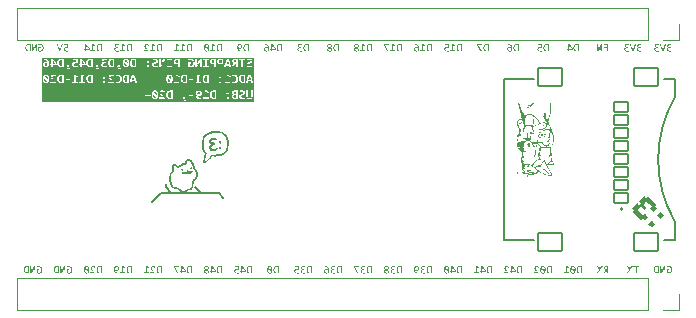
<source format=gbo>
G04 #@! TF.GenerationSoftware,KiCad,Pcbnew,8.0.4*
G04 #@! TF.CreationDate,2024-11-10T20:26:25+01:00*
G04 #@! TF.ProjectId,NatSi-DevKit,4e617453-692d-4446-9576-4b69742e6b69,v1.0.0*
G04 #@! TF.SameCoordinates,Original*
G04 #@! TF.FileFunction,Legend,Bot*
G04 #@! TF.FilePolarity,Positive*
%FSLAX46Y46*%
G04 Gerber Fmt 4.6, Leading zero omitted, Abs format (unit mm)*
G04 Created by KiCad (PCBNEW 8.0.4) date 2024-11-10 20:26:25*
%MOMM*%
%LPD*%
G01*
G04 APERTURE LIST*
G04 Aperture macros list*
%AMRoundRect*
0 Rectangle with rounded corners*
0 $1 Rounding radius*
0 $2 $3 $4 $5 $6 $7 $8 $9 X,Y pos of 4 corners*
0 Add a 4 corners polygon primitive as box body*
4,1,4,$2,$3,$4,$5,$6,$7,$8,$9,$2,$3,0*
0 Add four circle primitives for the rounded corners*
1,1,$1+$1,$2,$3*
1,1,$1+$1,$4,$5*
1,1,$1+$1,$6,$7*
1,1,$1+$1,$8,$9*
0 Add four rect primitives between the rounded corners*
20,1,$1+$1,$2,$3,$4,$5,0*
20,1,$1+$1,$4,$5,$6,$7,0*
20,1,$1+$1,$6,$7,$8,$9,0*
20,1,$1+$1,$8,$9,$2,$3,0*%
G04 Aperture macros list end*
%ADD10C,0.150000*%
%ADD11C,0.160000*%
%ADD12C,0.200000*%
%ADD13C,0.000000*%
%ADD14C,0.120000*%
%ADD15C,1.500000*%
%ADD16C,0.600000*%
%ADD17O,2.204000X1.104000*%
%ADD18O,1.904000X1.104000*%
%ADD19RoundRect,0.102000X-0.600000X0.400000X-0.600000X-0.400000X0.600000X-0.400000X0.600000X0.400000X0*%
%ADD20RoundRect,0.102000X-1.000000X0.750000X-1.000000X-0.750000X1.000000X-0.750000X1.000000X0.750000X0*%
%ADD21R,1.700000X1.700000*%
%ADD22O,1.700000X1.700000*%
G04 APERTURE END LIST*
D10*
X135862400Y-102725600D02*
X136268800Y-103132000D01*
X130978455Y-102732745D02*
X130217195Y-103494005D01*
X131366600Y-102217600D02*
X131366600Y-101912800D01*
X134363800Y-102725600D02*
X133855800Y-102217600D01*
X131011000Y-102725600D02*
X135862400Y-102725600D01*
X131823800Y-102674800D02*
X131366600Y-102217600D01*
G36*
X164074632Y-109518500D02*
G01*
X163940078Y-109518500D01*
X163903751Y-109517414D01*
X163866760Y-109513714D01*
X163832880Y-109507386D01*
X163815593Y-109502830D01*
X163780943Y-109490732D01*
X163750131Y-109475586D01*
X163743561Y-109471666D01*
X163715483Y-109451423D01*
X163690120Y-109426176D01*
X163687079Y-109422539D01*
X163666567Y-109393691D01*
X163650113Y-109362062D01*
X163646397Y-109353126D01*
X163635453Y-109320462D01*
X163627716Y-109285638D01*
X163625334Y-109270119D01*
X163621863Y-109235586D01*
X163620888Y-109205453D01*
X163710637Y-109205453D01*
X163710846Y-109220169D01*
X163713989Y-109261513D01*
X163720904Y-109298652D01*
X163731590Y-109331587D01*
X163751706Y-109368960D01*
X163778527Y-109398859D01*
X163812053Y-109421282D01*
X163852285Y-109436232D01*
X163886858Y-109442538D01*
X163925204Y-109444640D01*
X163989147Y-109444640D01*
X163989147Y-108965924D01*
X163915459Y-108965924D01*
X163893433Y-108966530D01*
X163858643Y-108970385D01*
X163825186Y-108978576D01*
X163820429Y-108980219D01*
X163787981Y-108996410D01*
X163761244Y-109019438D01*
X163753600Y-109028634D01*
X163735574Y-109059003D01*
X163723288Y-109093297D01*
X163721756Y-109099105D01*
X163715097Y-109133912D01*
X163711637Y-109169762D01*
X163710637Y-109205453D01*
X163620888Y-109205453D01*
X163620706Y-109199811D01*
X163620990Y-109180782D01*
X163623255Y-109144589D01*
X163629272Y-109102850D01*
X163638829Y-109065002D01*
X163651926Y-109031043D01*
X163668562Y-109000975D01*
X163693198Y-108970028D01*
X163697791Y-108965400D01*
X163728421Y-108940716D01*
X163764317Y-108921321D01*
X163798252Y-108909200D01*
X163835844Y-108900752D01*
X163877092Y-108895976D01*
X163912723Y-108894801D01*
X164074632Y-108894801D01*
X164074632Y-109518500D01*
G37*
G36*
X163348321Y-108886146D02*
G01*
X163383563Y-108893946D01*
X163415371Y-108907282D01*
X163438828Y-108921889D01*
X163466485Y-108946120D01*
X163488205Y-108973105D01*
X163490007Y-108975772D01*
X163507984Y-109007334D01*
X163521381Y-109039568D01*
X163531973Y-109075174D01*
X163536912Y-109097983D01*
X163542404Y-109133818D01*
X163545597Y-109171601D01*
X163546505Y-109206821D01*
X163545753Y-109242385D01*
X163543049Y-109280364D01*
X163538380Y-109315501D01*
X163530776Y-109351633D01*
X163529769Y-109355427D01*
X163518269Y-109391050D01*
X163504164Y-109422465D01*
X163485640Y-109452163D01*
X163472202Y-109468393D01*
X163446500Y-109491687D01*
X163414859Y-109510464D01*
X163393605Y-109518767D01*
X163359600Y-109526773D01*
X163323048Y-109529442D01*
X163287865Y-109527171D01*
X163252559Y-109519428D01*
X163220808Y-109506190D01*
X163197420Y-109491513D01*
X163169771Y-109467274D01*
X163147974Y-109440366D01*
X163146151Y-109437689D01*
X163128035Y-109406081D01*
X163114651Y-109373911D01*
X163104206Y-109338468D01*
X163099325Y-109315712D01*
X163093898Y-109279909D01*
X163090742Y-109242105D01*
X163089967Y-109211608D01*
X163174475Y-109211608D01*
X163175273Y-109244599D01*
X163178415Y-109281800D01*
X163184562Y-109318465D01*
X163187220Y-109329770D01*
X163197740Y-109363265D01*
X163213456Y-109395743D01*
X163231300Y-109419941D01*
X163258763Y-109442589D01*
X163283278Y-109453341D01*
X163318260Y-109458318D01*
X163329144Y-109457917D01*
X163363738Y-109449941D01*
X163371031Y-109446500D01*
X163399300Y-109426176D01*
X163406802Y-109418194D01*
X163425972Y-109389759D01*
X163432443Y-109376125D01*
X163444094Y-109343426D01*
X163178236Y-109149204D01*
X163175671Y-109179979D01*
X163174475Y-109211608D01*
X163089967Y-109211608D01*
X163089845Y-109206821D01*
X163090605Y-109171324D01*
X163093338Y-109133401D01*
X163098059Y-109098299D01*
X163104108Y-109069874D01*
X163194136Y-109069874D01*
X163459995Y-109261361D01*
X163461704Y-109234176D01*
X163461875Y-109205966D01*
X163460890Y-109168844D01*
X163457531Y-109131364D01*
X163451788Y-109097400D01*
X163449133Y-109085924D01*
X163438658Y-109051873D01*
X163423065Y-109018754D01*
X163405104Y-108993972D01*
X163377587Y-108971054D01*
X163353104Y-108960067D01*
X163318260Y-108954982D01*
X163307727Y-108955391D01*
X163273979Y-108963531D01*
X163266698Y-108966919D01*
X163238759Y-108987296D01*
X163232240Y-108994231D01*
X163212430Y-109023541D01*
X163205868Y-109037029D01*
X163194136Y-109069874D01*
X163104108Y-109069874D01*
X163105745Y-109062181D01*
X163106741Y-109058387D01*
X163118175Y-109022743D01*
X163132280Y-108991274D01*
X163150881Y-108961479D01*
X163164252Y-108945116D01*
X163189878Y-108921670D01*
X163221491Y-108902837D01*
X163242745Y-108894534D01*
X163276749Y-108886528D01*
X163313302Y-108883859D01*
X163348321Y-108886146D01*
G37*
G36*
X162565992Y-109518500D02*
G01*
X162980082Y-109518500D01*
X162980082Y-109443957D01*
X162817489Y-109282903D01*
X162791762Y-109257121D01*
X162767752Y-109231852D01*
X162752521Y-109214857D01*
X162730337Y-109187373D01*
X162713711Y-109162369D01*
X162698797Y-109130985D01*
X162694904Y-109117575D01*
X162690346Y-109082630D01*
X162690117Y-109072097D01*
X162693978Y-109037552D01*
X162696443Y-109028329D01*
X162711698Y-108996782D01*
X162715591Y-108991741D01*
X162742995Y-108969778D01*
X162749272Y-108966779D01*
X162783092Y-108958435D01*
X162798683Y-108957718D01*
X162834574Y-108961738D01*
X162867234Y-108973796D01*
X162871345Y-108976012D01*
X162900795Y-108995529D01*
X162927915Y-109019779D01*
X162931355Y-109023370D01*
X162977517Y-108967463D01*
X162951796Y-108943167D01*
X162923529Y-108922467D01*
X162895623Y-108906769D01*
X162861971Y-108893725D01*
X162828258Y-108886566D01*
X162791573Y-108883881D01*
X162787741Y-108883859D01*
X162752529Y-108886248D01*
X162717998Y-108894109D01*
X162711488Y-108896340D01*
X162679474Y-108911556D01*
X162652161Y-108932243D01*
X162629893Y-108958316D01*
X162613351Y-108989689D01*
X162603534Y-109023502D01*
X162599794Y-109058517D01*
X162599674Y-109066455D01*
X162602067Y-109101076D01*
X162609248Y-109133133D01*
X162622219Y-109165601D01*
X162638313Y-109194169D01*
X162658802Y-109223188D01*
X162681924Y-109251154D01*
X162687381Y-109257257D01*
X162711079Y-109282510D01*
X162735464Y-109307221D01*
X162757308Y-109328552D01*
X162871345Y-109439169D01*
X162565992Y-109439169D01*
X162565992Y-109518500D01*
G37*
G36*
X120590445Y-90208222D02*
G01*
X120621506Y-90191771D01*
X120653352Y-90178919D01*
X120662595Y-90175908D01*
X120696217Y-90168078D01*
X120732457Y-90164632D01*
X120743293Y-90164453D01*
X120779196Y-90166954D01*
X120814619Y-90175306D01*
X120832197Y-90182234D01*
X120863949Y-90200607D01*
X120890989Y-90224608D01*
X120897849Y-90232500D01*
X120917460Y-90260955D01*
X120932951Y-90293812D01*
X120938711Y-90310462D01*
X120947359Y-90345941D01*
X120951779Y-90380871D01*
X120952902Y-90411163D01*
X120951783Y-90446005D01*
X120947969Y-90481631D01*
X120941447Y-90514429D01*
X120929884Y-90549123D01*
X120912699Y-90581436D01*
X120905372Y-90591707D01*
X120881245Y-90616536D01*
X120851947Y-90635671D01*
X120842626Y-90640092D01*
X120809027Y-90650940D01*
X120773604Y-90656045D01*
X120750986Y-90656847D01*
X120731325Y-90655992D01*
X120710124Y-90653428D01*
X120689779Y-90649324D01*
X120672169Y-90644195D01*
X120672169Y-90448948D01*
X120800568Y-90448948D01*
X120800568Y-90377824D01*
X120587539Y-90377824D01*
X120587539Y-90695828D01*
X120619617Y-90708839D01*
X120629085Y-90712070D01*
X120662488Y-90721335D01*
X120673879Y-90723867D01*
X120707987Y-90729702D01*
X120719357Y-90731048D01*
X120753680Y-90733327D01*
X120762954Y-90733442D01*
X120798210Y-90731846D01*
X120835035Y-90726329D01*
X120869389Y-90716873D01*
X120879214Y-90713267D01*
X120912913Y-90697094D01*
X120943017Y-90676315D01*
X120967263Y-90653428D01*
X120990202Y-90623855D01*
X121007620Y-90592973D01*
X121021765Y-90558285D01*
X121022999Y-90554607D01*
X121032339Y-90519858D01*
X121038621Y-90482160D01*
X121041640Y-90446177D01*
X121042319Y-90417660D01*
X121040973Y-90379950D01*
X121036934Y-90344271D01*
X121030202Y-90310622D01*
X121020777Y-90279003D01*
X121007184Y-90245966D01*
X120990832Y-90215903D01*
X120969427Y-90185990D01*
X120959912Y-90175054D01*
X120933889Y-90150433D01*
X120904760Y-90129787D01*
X120872527Y-90113114D01*
X120865707Y-90110256D01*
X120830197Y-90098445D01*
X120796354Y-90091555D01*
X120760726Y-90088209D01*
X120744318Y-90087859D01*
X120708036Y-90089495D01*
X120673390Y-90094404D01*
X120663792Y-90096407D01*
X120628602Y-90106515D01*
X120597046Y-90120017D01*
X120590445Y-90123421D01*
X120590445Y-90208222D01*
G37*
G36*
X120051206Y-90722500D02*
G01*
X120162678Y-90722500D01*
X120345958Y-90333372D01*
X120398788Y-90208222D01*
X120398788Y-90522978D01*
X120398788Y-90722500D01*
X120478631Y-90722500D01*
X120478631Y-90098801D01*
X120368526Y-90098801D01*
X120193966Y-90469464D01*
X120131049Y-90613079D01*
X120131049Y-90276952D01*
X120131049Y-90098801D01*
X120051206Y-90098801D01*
X120051206Y-90722500D01*
G37*
G36*
X119945205Y-90722500D02*
G01*
X119810651Y-90722500D01*
X119774323Y-90721414D01*
X119737333Y-90717714D01*
X119703453Y-90711386D01*
X119686166Y-90706830D01*
X119651516Y-90694732D01*
X119620704Y-90679586D01*
X119614133Y-90675666D01*
X119586056Y-90655423D01*
X119560693Y-90630176D01*
X119557652Y-90626539D01*
X119537140Y-90597691D01*
X119520686Y-90566062D01*
X119516970Y-90557126D01*
X119506026Y-90524462D01*
X119498289Y-90489638D01*
X119495907Y-90474119D01*
X119492436Y-90439586D01*
X119491461Y-90409453D01*
X119581210Y-90409453D01*
X119581419Y-90424169D01*
X119584562Y-90465513D01*
X119591477Y-90502652D01*
X119602163Y-90535587D01*
X119622279Y-90572960D01*
X119649100Y-90602859D01*
X119682626Y-90625282D01*
X119722857Y-90640232D01*
X119757431Y-90646538D01*
X119795777Y-90648640D01*
X119859720Y-90648640D01*
X119859720Y-90169924D01*
X119786032Y-90169924D01*
X119764005Y-90170530D01*
X119729216Y-90174385D01*
X119695759Y-90182576D01*
X119691002Y-90184219D01*
X119658554Y-90200410D01*
X119631817Y-90223438D01*
X119624173Y-90232634D01*
X119606146Y-90263003D01*
X119593861Y-90297297D01*
X119592329Y-90303105D01*
X119585670Y-90337912D01*
X119582210Y-90373762D01*
X119581210Y-90409453D01*
X119491461Y-90409453D01*
X119491279Y-90403811D01*
X119491562Y-90384782D01*
X119493828Y-90348589D01*
X119499845Y-90306850D01*
X119509402Y-90269002D01*
X119522499Y-90235043D01*
X119539135Y-90204975D01*
X119563771Y-90174028D01*
X119568364Y-90169400D01*
X119598994Y-90144716D01*
X119634890Y-90125321D01*
X119668825Y-90113200D01*
X119706417Y-90104752D01*
X119747665Y-90099976D01*
X119783296Y-90098801D01*
X119945205Y-90098801D01*
X119945205Y-90722500D01*
G37*
G36*
X171274387Y-90535629D02*
G01*
X171277627Y-90570584D01*
X171287346Y-90603641D01*
X171291313Y-90612737D01*
X171309214Y-90642451D01*
X171333594Y-90668761D01*
X171341750Y-90675654D01*
X171371965Y-90695601D01*
X171404916Y-90710708D01*
X171426380Y-90718054D01*
X171459876Y-90726169D01*
X171496678Y-90731278D01*
X171532626Y-90733306D01*
X171545204Y-90733442D01*
X171580766Y-90732672D01*
X171612566Y-90730364D01*
X171646567Y-90726107D01*
X171668302Y-90722500D01*
X171668302Y-90648640D01*
X171633615Y-90653846D01*
X171605214Y-90656847D01*
X171569587Y-90658981D01*
X171537510Y-90659583D01*
X171501456Y-90658228D01*
X171465535Y-90653299D01*
X171456983Y-90651376D01*
X171423234Y-90639679D01*
X171402444Y-90627440D01*
X171377975Y-90601631D01*
X171371669Y-90589656D01*
X171362876Y-90556428D01*
X171361924Y-90539562D01*
X171368464Y-90505100D01*
X171373550Y-90495280D01*
X171397292Y-90469489D01*
X171406034Y-90463651D01*
X171438593Y-90449090D01*
X171455958Y-90444502D01*
X171490441Y-90439249D01*
X171519729Y-90438005D01*
X171591366Y-90438005D01*
X171591366Y-90369617D01*
X171518704Y-90369617D01*
X171483662Y-90366378D01*
X171467071Y-90362095D01*
X171435783Y-90347156D01*
X171427064Y-90340553D01*
X171405194Y-90313482D01*
X171401589Y-90306017D01*
X171393254Y-90271908D01*
X171392699Y-90259171D01*
X171397026Y-90224854D01*
X171414608Y-90192912D01*
X171423473Y-90184970D01*
X171455932Y-90169075D01*
X171492557Y-90162535D01*
X171513916Y-90161718D01*
X171548235Y-90163262D01*
X171579398Y-90167189D01*
X171614148Y-90174028D01*
X171648977Y-90182924D01*
X171651376Y-90183602D01*
X171651376Y-90109743D01*
X171617821Y-90100768D01*
X171616669Y-90100511D01*
X171583033Y-90094197D01*
X171579569Y-90093672D01*
X171545098Y-90089595D01*
X171542810Y-90089398D01*
X171508650Y-90087860D01*
X171507591Y-90087859D01*
X171471831Y-90089398D01*
X171436890Y-90094537D01*
X171419712Y-90098801D01*
X171386748Y-90111125D01*
X171356111Y-90130088D01*
X171331401Y-90155736D01*
X171317643Y-90179499D01*
X171307504Y-90212455D01*
X171304649Y-90244980D01*
X171307922Y-90280298D01*
X171318958Y-90314126D01*
X171332346Y-90336278D01*
X171355980Y-90361755D01*
X171385336Y-90383049D01*
X171408086Y-90394921D01*
X171374792Y-90403729D01*
X171359872Y-90410137D01*
X171330592Y-90427970D01*
X171316959Y-90439544D01*
X171294259Y-90467144D01*
X171286184Y-90481774D01*
X171275781Y-90515921D01*
X171274387Y-90535629D01*
G37*
G36*
X170669325Y-90098801D02*
G01*
X170882866Y-90722500D01*
X170998271Y-90722500D01*
X171207025Y-90098801D01*
X171110256Y-90098801D01*
X170974677Y-90519216D01*
X170936209Y-90642315D01*
X170896886Y-90519216D01*
X170760794Y-90098801D01*
X170669325Y-90098801D01*
G37*
G36*
X170197960Y-90535629D02*
G01*
X170201200Y-90570584D01*
X170210919Y-90603641D01*
X170214886Y-90612737D01*
X170232787Y-90642451D01*
X170257167Y-90668761D01*
X170265323Y-90675654D01*
X170295538Y-90695601D01*
X170328489Y-90710708D01*
X170349953Y-90718054D01*
X170383449Y-90726169D01*
X170420251Y-90731278D01*
X170456199Y-90733306D01*
X170468777Y-90733442D01*
X170504339Y-90732672D01*
X170536139Y-90730364D01*
X170570140Y-90726107D01*
X170591875Y-90722500D01*
X170591875Y-90648640D01*
X170557188Y-90653846D01*
X170528787Y-90656847D01*
X170493160Y-90658981D01*
X170461083Y-90659583D01*
X170425029Y-90658228D01*
X170389108Y-90653299D01*
X170380556Y-90651376D01*
X170346806Y-90639679D01*
X170326017Y-90627440D01*
X170301548Y-90601631D01*
X170295242Y-90589656D01*
X170286449Y-90556428D01*
X170285497Y-90539562D01*
X170292037Y-90505100D01*
X170297123Y-90495280D01*
X170320865Y-90469489D01*
X170329607Y-90463651D01*
X170362166Y-90449090D01*
X170379531Y-90444502D01*
X170414014Y-90439249D01*
X170443302Y-90438005D01*
X170514939Y-90438005D01*
X170514939Y-90369617D01*
X170442277Y-90369617D01*
X170407235Y-90366378D01*
X170390644Y-90362095D01*
X170359356Y-90347156D01*
X170350637Y-90340553D01*
X170328766Y-90313482D01*
X170325162Y-90306017D01*
X170316827Y-90271908D01*
X170316272Y-90259171D01*
X170320599Y-90224854D01*
X170338180Y-90192912D01*
X170347046Y-90184970D01*
X170379504Y-90169075D01*
X170416129Y-90162535D01*
X170437489Y-90161718D01*
X170471808Y-90163262D01*
X170502971Y-90167189D01*
X170537721Y-90174028D01*
X170572550Y-90182924D01*
X170574949Y-90183602D01*
X170574949Y-90109743D01*
X170541394Y-90100768D01*
X170540242Y-90100511D01*
X170506605Y-90094197D01*
X170503142Y-90093672D01*
X170468671Y-90089595D01*
X170466383Y-90089398D01*
X170432223Y-90087860D01*
X170431163Y-90087859D01*
X170395404Y-90089398D01*
X170360463Y-90094537D01*
X170343285Y-90098801D01*
X170310321Y-90111125D01*
X170279684Y-90130088D01*
X170254974Y-90155736D01*
X170241216Y-90179499D01*
X170231077Y-90212455D01*
X170228222Y-90244980D01*
X170231495Y-90280298D01*
X170242530Y-90314126D01*
X170255919Y-90336278D01*
X170279553Y-90361755D01*
X170308909Y-90383049D01*
X170331659Y-90394921D01*
X170298365Y-90403729D01*
X170283445Y-90410137D01*
X170254165Y-90427970D01*
X170240532Y-90439544D01*
X170217832Y-90467144D01*
X170209757Y-90481774D01*
X170199354Y-90515921D01*
X170197960Y-90535629D01*
G37*
G36*
X168484087Y-90722500D02*
G01*
X168841414Y-90722500D01*
X168841414Y-90098801D01*
X168484087Y-90098801D01*
X168484087Y-90169924D01*
X168755758Y-90169924D01*
X168755758Y-90366882D01*
X168494687Y-90366882D01*
X168494687Y-90438005D01*
X168755758Y-90438005D01*
X168755758Y-90648640D01*
X168484087Y-90648640D01*
X168484087Y-90722500D01*
G37*
G36*
X167915099Y-90722500D02*
G01*
X168026571Y-90722500D01*
X168209851Y-90333372D01*
X168262681Y-90208222D01*
X168262681Y-90522978D01*
X168262681Y-90722500D01*
X168342524Y-90722500D01*
X168342524Y-90098801D01*
X168232419Y-90098801D01*
X168057859Y-90469464D01*
X167994942Y-90613079D01*
X167994942Y-90276952D01*
X167994942Y-90098801D01*
X167915099Y-90098801D01*
X167915099Y-90722500D01*
G37*
G36*
X133594632Y-90722500D02*
G01*
X133460078Y-90722500D01*
X133423751Y-90721414D01*
X133386760Y-90717714D01*
X133352880Y-90711386D01*
X133335593Y-90706830D01*
X133300943Y-90694732D01*
X133270131Y-90679586D01*
X133263561Y-90675666D01*
X133235483Y-90655423D01*
X133210120Y-90630176D01*
X133207079Y-90626539D01*
X133186567Y-90597691D01*
X133170113Y-90566062D01*
X133166397Y-90557126D01*
X133155453Y-90524462D01*
X133147716Y-90489638D01*
X133145334Y-90474119D01*
X133141863Y-90439586D01*
X133140888Y-90409453D01*
X133230637Y-90409453D01*
X133230846Y-90424169D01*
X133233989Y-90465513D01*
X133240904Y-90502652D01*
X133251590Y-90535587D01*
X133271706Y-90572960D01*
X133298527Y-90602859D01*
X133332053Y-90625282D01*
X133372285Y-90640232D01*
X133406858Y-90646538D01*
X133445204Y-90648640D01*
X133509147Y-90648640D01*
X133509147Y-90169924D01*
X133435459Y-90169924D01*
X133413433Y-90170530D01*
X133378643Y-90174385D01*
X133345186Y-90182576D01*
X133340429Y-90184219D01*
X133307981Y-90200410D01*
X133281244Y-90223438D01*
X133273600Y-90232634D01*
X133255574Y-90263003D01*
X133243288Y-90297297D01*
X133241756Y-90303105D01*
X133235097Y-90337912D01*
X133231637Y-90373762D01*
X133230637Y-90409453D01*
X133140888Y-90409453D01*
X133140706Y-90403811D01*
X133140990Y-90384782D01*
X133143255Y-90348589D01*
X133149272Y-90306850D01*
X133158829Y-90269002D01*
X133171926Y-90235043D01*
X133188562Y-90204975D01*
X133213198Y-90174028D01*
X133217791Y-90169400D01*
X133248421Y-90144716D01*
X133284317Y-90125321D01*
X133318252Y-90113200D01*
X133355844Y-90104752D01*
X133397092Y-90099976D01*
X133432723Y-90098801D01*
X133594632Y-90098801D01*
X133594632Y-90722500D01*
G37*
G36*
X132629506Y-90722500D02*
G01*
X133024276Y-90722500D01*
X133024276Y-90643169D01*
X132862709Y-90643169D01*
X132862709Y-90180867D01*
X133013163Y-90273874D01*
X133043937Y-90202751D01*
X132843902Y-90098801D01*
X132769872Y-90098801D01*
X132769872Y-90643169D01*
X132629506Y-90643169D01*
X132629506Y-90722500D01*
G37*
G36*
X132091293Y-90722500D02*
G01*
X132486062Y-90722500D01*
X132486062Y-90643169D01*
X132324496Y-90643169D01*
X132324496Y-90180867D01*
X132474949Y-90273874D01*
X132505724Y-90202751D01*
X132305689Y-90098801D01*
X132231659Y-90098801D01*
X132231659Y-90643169D01*
X132091293Y-90643169D01*
X132091293Y-90722500D01*
G37*
G36*
X136134632Y-109518500D02*
G01*
X136000078Y-109518500D01*
X135963751Y-109517414D01*
X135926760Y-109513714D01*
X135892880Y-109507386D01*
X135875593Y-109502830D01*
X135840943Y-109490732D01*
X135810131Y-109475586D01*
X135803561Y-109471666D01*
X135775483Y-109451423D01*
X135750120Y-109426176D01*
X135747079Y-109422539D01*
X135726567Y-109393691D01*
X135710113Y-109362062D01*
X135706397Y-109353126D01*
X135695453Y-109320462D01*
X135687716Y-109285638D01*
X135685334Y-109270119D01*
X135681863Y-109235586D01*
X135680888Y-109205453D01*
X135770637Y-109205453D01*
X135770846Y-109220169D01*
X135773989Y-109261513D01*
X135780904Y-109298652D01*
X135791590Y-109331587D01*
X135811706Y-109368960D01*
X135838527Y-109398859D01*
X135872053Y-109421282D01*
X135912285Y-109436232D01*
X135946858Y-109442538D01*
X135985204Y-109444640D01*
X136049147Y-109444640D01*
X136049147Y-108965924D01*
X135975459Y-108965924D01*
X135953433Y-108966530D01*
X135918643Y-108970385D01*
X135885186Y-108978576D01*
X135880429Y-108980219D01*
X135847981Y-108996410D01*
X135821244Y-109019438D01*
X135813600Y-109028634D01*
X135795574Y-109059003D01*
X135783288Y-109093297D01*
X135781756Y-109099105D01*
X135775097Y-109133912D01*
X135771637Y-109169762D01*
X135770637Y-109205453D01*
X135680888Y-109205453D01*
X135680706Y-109199811D01*
X135680990Y-109180782D01*
X135683255Y-109144589D01*
X135689272Y-109102850D01*
X135698829Y-109065002D01*
X135711926Y-109031043D01*
X135728562Y-109000975D01*
X135753198Y-108970028D01*
X135757791Y-108965400D01*
X135788421Y-108940716D01*
X135824317Y-108921321D01*
X135858252Y-108909200D01*
X135895844Y-108900752D01*
X135937092Y-108895976D01*
X135972723Y-108894801D01*
X136134632Y-108894801D01*
X136134632Y-109518500D01*
G37*
G36*
X135628219Y-109302393D02*
G01*
X135628219Y-109376252D01*
X135325773Y-109376252D01*
X135325773Y-109518500D01*
X135240117Y-109518500D01*
X135240117Y-109376252D01*
X135132919Y-109376252D01*
X135132919Y-109302393D01*
X135240117Y-109302393D01*
X135325773Y-109302393D01*
X135544614Y-109302393D01*
X135325773Y-108974302D01*
X135325773Y-109302393D01*
X135240117Y-109302393D01*
X135240117Y-108894801D01*
X135360309Y-108894801D01*
X135628219Y-109302393D01*
G37*
G36*
X134855964Y-108884328D02*
G01*
X134890762Y-108888078D01*
X134926558Y-108897195D01*
X134928918Y-108898037D01*
X134961350Y-108912796D01*
X134989817Y-108932927D01*
X135009419Y-108953619D01*
X135027601Y-108983876D01*
X135035682Y-109007385D01*
X135040082Y-109042861D01*
X135038308Y-109067192D01*
X135028995Y-109101004D01*
X135011701Y-109131594D01*
X135008024Y-109136376D01*
X134983167Y-109161693D01*
X134953768Y-109183271D01*
X134921771Y-109201521D01*
X134938023Y-109210104D01*
X134970607Y-109230296D01*
X134997673Y-109251704D01*
X135021275Y-109276919D01*
X135039575Y-109307243D01*
X135050279Y-109341324D01*
X135053417Y-109375569D01*
X135050865Y-109403992D01*
X135040082Y-109437460D01*
X135024564Y-109462093D01*
X135000075Y-109486015D01*
X134998406Y-109487289D01*
X134968348Y-109505257D01*
X134934422Y-109517987D01*
X134916704Y-109522450D01*
X134880674Y-109527831D01*
X134843808Y-109529442D01*
X134826546Y-109529057D01*
X134790793Y-109525584D01*
X134757297Y-109518500D01*
X134749891Y-109516361D01*
X134717830Y-109504075D01*
X134688055Y-109486699D01*
X134661939Y-109463276D01*
X134642406Y-109435066D01*
X134641396Y-109433134D01*
X134629599Y-109399907D01*
X134626326Y-109368046D01*
X134716949Y-109368046D01*
X134717182Y-109375256D01*
X134726523Y-109408566D01*
X134728380Y-109411688D01*
X134752681Y-109436605D01*
X134759111Y-109440516D01*
X134791833Y-109453018D01*
X134804771Y-109455580D01*
X134840047Y-109458318D01*
X134854573Y-109457858D01*
X134889115Y-109452505D01*
X134897362Y-109450057D01*
X134928096Y-109434724D01*
X134931082Y-109432467D01*
X134953742Y-109406001D01*
X134956451Y-109400587D01*
X134963145Y-109367020D01*
X134963123Y-109364634D01*
X134957332Y-109330603D01*
X134955756Y-109326265D01*
X134937842Y-109297093D01*
X134928442Y-109287099D01*
X134901767Y-109265464D01*
X134878516Y-109250803D01*
X134846715Y-109234005D01*
X134813619Y-109250006D01*
X134783285Y-109267687D01*
X134769959Y-109276836D01*
X134743278Y-109300342D01*
X134740570Y-109303393D01*
X134722762Y-109333510D01*
X134716949Y-109368046D01*
X134626326Y-109368046D01*
X134625992Y-109364797D01*
X134627387Y-109342406D01*
X134635909Y-109308719D01*
X134643558Y-109291909D01*
X134663435Y-109263070D01*
X134677660Y-109248236D01*
X134705323Y-109225970D01*
X134727136Y-109211865D01*
X134757297Y-109195366D01*
X134753807Y-109193530D01*
X134721677Y-109174135D01*
X134694589Y-109152871D01*
X134670616Y-109127320D01*
X134655822Y-109104178D01*
X134643628Y-109069240D01*
X134640371Y-109036706D01*
X134725497Y-109036706D01*
X134725601Y-109041584D01*
X134732976Y-109075785D01*
X134751997Y-109105778D01*
X134773489Y-109125947D01*
X134801527Y-109145551D01*
X134832695Y-109162882D01*
X134856705Y-109150770D01*
X134886722Y-109133475D01*
X134897546Y-109126187D01*
X134924506Y-109104068D01*
X134927258Y-109101231D01*
X134946732Y-109072097D01*
X134948015Y-109068864D01*
X134953913Y-109034825D01*
X134947339Y-109001752D01*
X134923993Y-108974986D01*
X134907463Y-108966234D01*
X134874264Y-108957346D01*
X134840047Y-108954982D01*
X134823650Y-108955475D01*
X134789132Y-108960676D01*
X134755588Y-108975157D01*
X134732109Y-109002576D01*
X134725497Y-109036706D01*
X134640371Y-109036706D01*
X134640012Y-109033116D01*
X134642401Y-109004556D01*
X134652493Y-108971396D01*
X134665802Y-108948731D01*
X134689935Y-108924208D01*
X134717889Y-108906983D01*
X134751826Y-108894288D01*
X134768473Y-108890224D01*
X134802383Y-108885325D01*
X134837140Y-108883859D01*
X134855964Y-108884328D01*
G37*
G36*
X143754632Y-109518500D02*
G01*
X143620078Y-109518500D01*
X143583751Y-109517414D01*
X143546760Y-109513714D01*
X143512880Y-109507386D01*
X143495593Y-109502830D01*
X143460943Y-109490732D01*
X143430131Y-109475586D01*
X143423561Y-109471666D01*
X143395483Y-109451423D01*
X143370120Y-109426176D01*
X143367079Y-109422539D01*
X143346567Y-109393691D01*
X143330113Y-109362062D01*
X143326397Y-109353126D01*
X143315453Y-109320462D01*
X143307716Y-109285638D01*
X143305334Y-109270119D01*
X143301863Y-109235586D01*
X143300888Y-109205453D01*
X143390637Y-109205453D01*
X143390846Y-109220169D01*
X143393989Y-109261513D01*
X143400904Y-109298652D01*
X143411590Y-109331587D01*
X143431706Y-109368960D01*
X143458527Y-109398859D01*
X143492053Y-109421282D01*
X143532285Y-109436232D01*
X143566858Y-109442538D01*
X143605204Y-109444640D01*
X143669147Y-109444640D01*
X143669147Y-108965924D01*
X143595459Y-108965924D01*
X143573433Y-108966530D01*
X143538643Y-108970385D01*
X143505186Y-108978576D01*
X143500429Y-108980219D01*
X143467981Y-108996410D01*
X143441244Y-109019438D01*
X143433600Y-109028634D01*
X143415574Y-109059003D01*
X143403288Y-109093297D01*
X143401756Y-109099105D01*
X143395097Y-109133912D01*
X143391637Y-109169762D01*
X143390637Y-109205453D01*
X143300888Y-109205453D01*
X143300706Y-109199811D01*
X143300990Y-109180782D01*
X143303255Y-109144589D01*
X143309272Y-109102850D01*
X143318829Y-109065002D01*
X143331926Y-109031043D01*
X143348562Y-109000975D01*
X143373198Y-108970028D01*
X143377791Y-108965400D01*
X143408421Y-108940716D01*
X143444317Y-108921321D01*
X143478252Y-108909200D01*
X143515844Y-108900752D01*
X143557092Y-108895976D01*
X143592723Y-108894801D01*
X143754632Y-108894801D01*
X143754632Y-109518500D01*
G37*
G36*
X142796174Y-109331629D02*
G01*
X142799414Y-109366584D01*
X142809133Y-109399641D01*
X142813100Y-109408737D01*
X142831000Y-109438451D01*
X142855380Y-109464761D01*
X142863536Y-109471654D01*
X142893752Y-109491601D01*
X142926702Y-109506708D01*
X142948166Y-109514054D01*
X142981662Y-109522169D01*
X143018464Y-109527278D01*
X143054413Y-109529306D01*
X143066990Y-109529442D01*
X143102552Y-109528672D01*
X143134353Y-109526364D01*
X143168353Y-109522107D01*
X143190089Y-109518500D01*
X143190089Y-109444640D01*
X143155401Y-109449846D01*
X143127001Y-109452847D01*
X143091374Y-109454981D01*
X143059297Y-109455583D01*
X143023242Y-109454228D01*
X142987321Y-109449299D01*
X142978770Y-109447376D01*
X142945020Y-109435679D01*
X142924230Y-109423440D01*
X142899761Y-109397631D01*
X142893456Y-109385656D01*
X142884662Y-109352428D01*
X142883711Y-109335562D01*
X142890250Y-109301100D01*
X142895337Y-109291280D01*
X142919079Y-109265489D01*
X142927821Y-109259651D01*
X142960380Y-109245090D01*
X142977744Y-109240502D01*
X143012227Y-109235249D01*
X143041516Y-109234005D01*
X143113152Y-109234005D01*
X143113152Y-109165617D01*
X143040490Y-109165617D01*
X143005449Y-109162378D01*
X142988857Y-109158095D01*
X142957570Y-109143156D01*
X142948850Y-109136553D01*
X142926980Y-109109482D01*
X142923376Y-109102017D01*
X142915041Y-109067908D01*
X142914485Y-109055171D01*
X142918813Y-109020854D01*
X142936394Y-108988912D01*
X142945260Y-108980970D01*
X142977718Y-108965075D01*
X143014343Y-108958535D01*
X143035703Y-108957718D01*
X143070022Y-108959262D01*
X143101184Y-108963189D01*
X143135934Y-108970028D01*
X143170763Y-108978924D01*
X143173163Y-108979602D01*
X143173163Y-108905743D01*
X143139608Y-108896768D01*
X143138456Y-108896511D01*
X143104819Y-108890197D01*
X143101355Y-108889672D01*
X143066884Y-108885595D01*
X143064597Y-108885398D01*
X143030436Y-108883860D01*
X143029377Y-108883859D01*
X142993618Y-108885398D01*
X142958677Y-108890537D01*
X142941498Y-108894801D01*
X142908535Y-108907125D01*
X142877898Y-108926088D01*
X142853188Y-108951736D01*
X142839429Y-108975499D01*
X142829291Y-109008455D01*
X142826436Y-109040980D01*
X142829708Y-109076298D01*
X142840744Y-109110126D01*
X142854133Y-109132278D01*
X142877767Y-109157755D01*
X142907123Y-109179049D01*
X142929872Y-109190921D01*
X142896579Y-109199729D01*
X142881659Y-109206137D01*
X142852378Y-109223970D01*
X142838745Y-109235544D01*
X142816045Y-109263144D01*
X142807971Y-109277774D01*
X142797568Y-109311921D01*
X142796174Y-109331629D01*
G37*
G36*
X142261893Y-109322226D02*
G01*
X142265222Y-109358406D01*
X142275211Y-109391934D01*
X142282067Y-109406514D01*
X142300970Y-109435603D01*
X142324896Y-109461194D01*
X142337632Y-109471825D01*
X142368393Y-109491937D01*
X142400594Y-109506995D01*
X142421066Y-109514225D01*
X142455004Y-109522888D01*
X142490761Y-109527956D01*
X142524845Y-109529442D01*
X142554935Y-109528758D01*
X142586907Y-109526877D01*
X142618023Y-109524483D01*
X142645036Y-109521235D01*
X142645036Y-109444640D01*
X142609680Y-109450558D01*
X142585710Y-109453018D01*
X142550046Y-109455019D01*
X142518177Y-109455583D01*
X142483803Y-109453629D01*
X142448934Y-109446692D01*
X142415644Y-109433280D01*
X142396617Y-109421047D01*
X142372536Y-109396037D01*
X142363449Y-109380527D01*
X142353197Y-109346832D01*
X142351823Y-109327184D01*
X142356793Y-109291407D01*
X142373550Y-109260857D01*
X142393882Y-109243751D01*
X142427140Y-109228858D01*
X142460814Y-109221271D01*
X142495627Y-109218001D01*
X142514757Y-109217592D01*
X142634094Y-109217592D01*
X142634094Y-108894801D01*
X142295574Y-108894801D01*
X142295574Y-108968660D01*
X142555106Y-108968660D01*
X142555106Y-109146469D01*
X142500396Y-109146469D01*
X142464007Y-109147795D01*
X142428465Y-109151774D01*
X142412346Y-109154504D01*
X142379170Y-109163065D01*
X142346913Y-109176828D01*
X142336265Y-109182885D01*
X142307742Y-109204842D01*
X142285004Y-109232884D01*
X142282409Y-109237083D01*
X142268384Y-109270041D01*
X142262394Y-109306623D01*
X142261893Y-109322226D01*
G37*
G36*
X151374632Y-90722500D02*
G01*
X151240078Y-90722500D01*
X151203751Y-90721414D01*
X151166760Y-90717714D01*
X151132880Y-90711386D01*
X151115593Y-90706830D01*
X151080943Y-90694732D01*
X151050131Y-90679586D01*
X151043561Y-90675666D01*
X151015483Y-90655423D01*
X150990120Y-90630176D01*
X150987079Y-90626539D01*
X150966567Y-90597691D01*
X150950113Y-90566062D01*
X150946397Y-90557126D01*
X150935453Y-90524462D01*
X150927716Y-90489638D01*
X150925334Y-90474119D01*
X150921863Y-90439586D01*
X150920888Y-90409453D01*
X151010637Y-90409453D01*
X151010846Y-90424169D01*
X151013989Y-90465513D01*
X151020904Y-90502652D01*
X151031590Y-90535587D01*
X151051706Y-90572960D01*
X151078527Y-90602859D01*
X151112053Y-90625282D01*
X151152285Y-90640232D01*
X151186858Y-90646538D01*
X151225204Y-90648640D01*
X151289147Y-90648640D01*
X151289147Y-90169924D01*
X151215459Y-90169924D01*
X151193433Y-90170530D01*
X151158643Y-90174385D01*
X151125186Y-90182576D01*
X151120429Y-90184219D01*
X151087981Y-90200410D01*
X151061244Y-90223438D01*
X151053600Y-90232634D01*
X151035574Y-90263003D01*
X151023288Y-90297297D01*
X151021756Y-90303105D01*
X151015097Y-90337912D01*
X151011637Y-90373762D01*
X151010637Y-90409453D01*
X150920888Y-90409453D01*
X150920706Y-90403811D01*
X150920990Y-90384782D01*
X150923255Y-90348589D01*
X150929272Y-90306850D01*
X150938829Y-90269002D01*
X150951926Y-90235043D01*
X150968562Y-90204975D01*
X150993198Y-90174028D01*
X150997791Y-90169400D01*
X151028421Y-90144716D01*
X151064317Y-90125321D01*
X151098252Y-90113200D01*
X151135844Y-90104752D01*
X151177092Y-90099976D01*
X151212723Y-90098801D01*
X151374632Y-90098801D01*
X151374632Y-90722500D01*
G37*
G36*
X150409506Y-90722500D02*
G01*
X150804276Y-90722500D01*
X150804276Y-90643169D01*
X150642709Y-90643169D01*
X150642709Y-90180867D01*
X150793163Y-90273874D01*
X150823937Y-90202751D01*
X150623902Y-90098801D01*
X150549872Y-90098801D01*
X150549872Y-90643169D01*
X150409506Y-90643169D01*
X150409506Y-90722500D01*
G37*
G36*
X149869412Y-90178131D02*
G01*
X150132877Y-90722500D01*
X150228620Y-90722500D01*
X149954897Y-90178131D01*
X150294443Y-90178131D01*
X150294443Y-90098801D01*
X149869412Y-90098801D01*
X149869412Y-90178131D01*
G37*
G36*
X120463445Y-109004222D02*
G01*
X120494506Y-108987771D01*
X120526352Y-108974919D01*
X120535595Y-108971908D01*
X120569217Y-108964078D01*
X120605457Y-108960632D01*
X120616293Y-108960453D01*
X120652196Y-108962954D01*
X120687619Y-108971306D01*
X120705197Y-108978234D01*
X120736949Y-108996607D01*
X120763989Y-109020608D01*
X120770849Y-109028500D01*
X120790460Y-109056955D01*
X120805951Y-109089812D01*
X120811711Y-109106462D01*
X120820359Y-109141941D01*
X120824779Y-109176871D01*
X120825902Y-109207163D01*
X120824783Y-109242005D01*
X120820969Y-109277631D01*
X120814447Y-109310429D01*
X120802884Y-109345123D01*
X120785699Y-109377436D01*
X120778372Y-109387707D01*
X120754245Y-109412536D01*
X120724947Y-109431671D01*
X120715626Y-109436092D01*
X120682027Y-109446940D01*
X120646604Y-109452045D01*
X120623986Y-109452847D01*
X120604325Y-109451992D01*
X120583124Y-109449428D01*
X120562779Y-109445324D01*
X120545169Y-109440195D01*
X120545169Y-109244948D01*
X120673568Y-109244948D01*
X120673568Y-109173824D01*
X120460539Y-109173824D01*
X120460539Y-109491828D01*
X120492617Y-109504839D01*
X120502085Y-109508070D01*
X120535488Y-109517335D01*
X120546879Y-109519867D01*
X120580987Y-109525702D01*
X120592357Y-109527048D01*
X120626680Y-109529327D01*
X120635954Y-109529442D01*
X120671210Y-109527846D01*
X120708035Y-109522329D01*
X120742389Y-109512873D01*
X120752214Y-109509267D01*
X120785913Y-109493094D01*
X120816017Y-109472315D01*
X120840263Y-109449428D01*
X120863202Y-109419855D01*
X120880620Y-109388973D01*
X120894765Y-109354285D01*
X120895999Y-109350607D01*
X120905339Y-109315858D01*
X120911621Y-109278160D01*
X120914640Y-109242177D01*
X120915319Y-109213660D01*
X120913973Y-109175950D01*
X120909934Y-109140271D01*
X120903202Y-109106622D01*
X120893777Y-109075003D01*
X120880184Y-109041966D01*
X120863832Y-109011903D01*
X120842427Y-108981990D01*
X120832912Y-108971054D01*
X120806889Y-108946433D01*
X120777760Y-108925787D01*
X120745527Y-108909114D01*
X120738707Y-108906256D01*
X120703197Y-108894445D01*
X120669354Y-108887555D01*
X120633726Y-108884209D01*
X120617318Y-108883859D01*
X120581036Y-108885495D01*
X120546390Y-108890404D01*
X120536792Y-108892407D01*
X120501602Y-108902515D01*
X120470046Y-108916017D01*
X120463445Y-108919421D01*
X120463445Y-109004222D01*
G37*
G36*
X119924206Y-109518500D02*
G01*
X120035678Y-109518500D01*
X120218958Y-109129372D01*
X120271788Y-109004222D01*
X120271788Y-109318978D01*
X120271788Y-109518500D01*
X120351631Y-109518500D01*
X120351631Y-108894801D01*
X120241526Y-108894801D01*
X120066966Y-109265464D01*
X120004049Y-109409079D01*
X120004049Y-109072952D01*
X120004049Y-108894801D01*
X119924206Y-108894801D01*
X119924206Y-109518500D01*
G37*
G36*
X119818205Y-109518500D02*
G01*
X119683651Y-109518500D01*
X119647323Y-109517414D01*
X119610333Y-109513714D01*
X119576453Y-109507386D01*
X119559166Y-109502830D01*
X119524516Y-109490732D01*
X119493704Y-109475586D01*
X119487133Y-109471666D01*
X119459056Y-109451423D01*
X119433693Y-109426176D01*
X119430652Y-109422539D01*
X119410140Y-109393691D01*
X119393686Y-109362062D01*
X119389970Y-109353126D01*
X119379026Y-109320462D01*
X119371289Y-109285638D01*
X119368907Y-109270119D01*
X119365436Y-109235586D01*
X119364461Y-109205453D01*
X119454210Y-109205453D01*
X119454419Y-109220169D01*
X119457562Y-109261513D01*
X119464477Y-109298652D01*
X119475163Y-109331587D01*
X119495279Y-109368960D01*
X119522100Y-109398859D01*
X119555626Y-109421282D01*
X119595857Y-109436232D01*
X119630431Y-109442538D01*
X119668777Y-109444640D01*
X119732720Y-109444640D01*
X119732720Y-108965924D01*
X119659032Y-108965924D01*
X119637005Y-108966530D01*
X119602216Y-108970385D01*
X119568759Y-108978576D01*
X119564002Y-108980219D01*
X119531554Y-108996410D01*
X119504817Y-109019438D01*
X119497173Y-109028634D01*
X119479146Y-109059003D01*
X119466861Y-109093297D01*
X119465329Y-109099105D01*
X119458670Y-109133912D01*
X119455210Y-109169762D01*
X119454210Y-109205453D01*
X119364461Y-109205453D01*
X119364279Y-109199811D01*
X119364562Y-109180782D01*
X119366828Y-109144589D01*
X119372845Y-109102850D01*
X119382402Y-109065002D01*
X119395499Y-109031043D01*
X119412135Y-109000975D01*
X119436771Y-108970028D01*
X119441364Y-108965400D01*
X119471994Y-108940716D01*
X119507890Y-108921321D01*
X119541825Y-108909200D01*
X119579417Y-108900752D01*
X119620665Y-108895976D01*
X119656296Y-108894801D01*
X119818205Y-108894801D01*
X119818205Y-109518500D01*
G37*
G36*
X122749213Y-90526226D02*
G01*
X122752542Y-90562406D01*
X122762531Y-90595934D01*
X122769387Y-90610514D01*
X122788290Y-90639603D01*
X122812216Y-90665194D01*
X122824952Y-90675825D01*
X122855713Y-90695937D01*
X122887914Y-90710995D01*
X122908386Y-90718225D01*
X122942324Y-90726888D01*
X122978081Y-90731956D01*
X123012165Y-90733442D01*
X123042255Y-90732758D01*
X123074227Y-90730877D01*
X123105343Y-90728483D01*
X123132357Y-90725235D01*
X123132357Y-90648640D01*
X123097000Y-90654558D01*
X123073030Y-90657018D01*
X123037366Y-90659019D01*
X123005497Y-90659583D01*
X122971123Y-90657629D01*
X122936254Y-90650692D01*
X122902964Y-90637280D01*
X122883937Y-90625047D01*
X122859856Y-90600037D01*
X122850769Y-90584527D01*
X122840517Y-90550832D01*
X122839143Y-90531184D01*
X122844113Y-90495407D01*
X122860871Y-90464857D01*
X122881202Y-90447751D01*
X122914460Y-90432858D01*
X122948134Y-90425271D01*
X122982947Y-90422001D01*
X123002077Y-90421592D01*
X123121414Y-90421592D01*
X123121414Y-90098801D01*
X122782894Y-90098801D01*
X122782894Y-90172660D01*
X123042426Y-90172660D01*
X123042426Y-90350469D01*
X122987716Y-90350469D01*
X122951327Y-90351795D01*
X122915785Y-90355774D01*
X122899666Y-90358504D01*
X122866490Y-90367065D01*
X122834233Y-90380828D01*
X122823585Y-90386885D01*
X122795062Y-90408842D01*
X122772324Y-90436884D01*
X122769729Y-90441083D01*
X122755704Y-90474041D01*
X122749714Y-90510623D01*
X122749213Y-90526226D01*
G37*
G36*
X122140218Y-90098801D02*
G01*
X122353759Y-90722500D01*
X122469164Y-90722500D01*
X122677918Y-90098801D01*
X122581149Y-90098801D01*
X122445570Y-90519216D01*
X122407102Y-90642315D01*
X122367779Y-90519216D01*
X122231687Y-90098801D01*
X122140218Y-90098801D01*
G37*
G36*
X141214632Y-90722500D02*
G01*
X141080078Y-90722500D01*
X141043751Y-90721414D01*
X141006760Y-90717714D01*
X140972880Y-90711386D01*
X140955593Y-90706830D01*
X140920943Y-90694732D01*
X140890131Y-90679586D01*
X140883561Y-90675666D01*
X140855483Y-90655423D01*
X140830120Y-90630176D01*
X140827079Y-90626539D01*
X140806567Y-90597691D01*
X140790113Y-90566062D01*
X140786397Y-90557126D01*
X140775453Y-90524462D01*
X140767716Y-90489638D01*
X140765334Y-90474119D01*
X140761863Y-90439586D01*
X140760888Y-90409453D01*
X140850637Y-90409453D01*
X140850846Y-90424169D01*
X140853989Y-90465513D01*
X140860904Y-90502652D01*
X140871590Y-90535587D01*
X140891706Y-90572960D01*
X140918527Y-90602859D01*
X140952053Y-90625282D01*
X140992285Y-90640232D01*
X141026858Y-90646538D01*
X141065204Y-90648640D01*
X141129147Y-90648640D01*
X141129147Y-90169924D01*
X141055459Y-90169924D01*
X141033433Y-90170530D01*
X140998643Y-90174385D01*
X140965186Y-90182576D01*
X140960429Y-90184219D01*
X140927981Y-90200410D01*
X140901244Y-90223438D01*
X140893600Y-90232634D01*
X140875574Y-90263003D01*
X140863288Y-90297297D01*
X140861756Y-90303105D01*
X140855097Y-90337912D01*
X140851637Y-90373762D01*
X140850637Y-90409453D01*
X140760888Y-90409453D01*
X140760706Y-90403811D01*
X140760990Y-90384782D01*
X140763255Y-90348589D01*
X140769272Y-90306850D01*
X140778829Y-90269002D01*
X140791926Y-90235043D01*
X140808562Y-90204975D01*
X140833198Y-90174028D01*
X140837791Y-90169400D01*
X140868421Y-90144716D01*
X140904317Y-90125321D01*
X140938252Y-90113200D01*
X140975844Y-90104752D01*
X141017092Y-90099976D01*
X141052723Y-90098801D01*
X141214632Y-90098801D01*
X141214632Y-90722500D01*
G37*
G36*
X140708219Y-90506393D02*
G01*
X140708219Y-90580252D01*
X140405773Y-90580252D01*
X140405773Y-90722500D01*
X140320117Y-90722500D01*
X140320117Y-90580252D01*
X140212919Y-90580252D01*
X140212919Y-90506393D01*
X140320117Y-90506393D01*
X140405773Y-90506393D01*
X140624614Y-90506393D01*
X140405773Y-90178302D01*
X140405773Y-90506393D01*
X140320117Y-90506393D01*
X140320117Y-90098801D01*
X140440309Y-90098801D01*
X140708219Y-90506393D01*
G37*
G36*
X139817362Y-90098852D02*
G01*
X139851572Y-90100357D01*
X139886727Y-90104471D01*
X139921928Y-90111966D01*
X139942565Y-90118232D01*
X139975127Y-90131336D01*
X140006387Y-90148895D01*
X140015138Y-90154943D01*
X140042908Y-90178468D01*
X140066226Y-90205657D01*
X140072063Y-90214013D01*
X140090179Y-90244943D01*
X140104695Y-90278490D01*
X140109798Y-90293557D01*
X140118916Y-90327521D01*
X140125382Y-90363292D01*
X140128075Y-90385956D01*
X140130671Y-90420633D01*
X140131537Y-90456128D01*
X140131320Y-90473655D01*
X140129251Y-90510923D01*
X140124991Y-90545188D01*
X140117688Y-90579740D01*
X140110941Y-90601703D01*
X140096520Y-90635394D01*
X140076826Y-90666250D01*
X140066246Y-90678454D01*
X140040228Y-90700648D01*
X140009977Y-90717028D01*
X139986527Y-90724963D01*
X139952314Y-90731502D01*
X139917995Y-90733442D01*
X139896796Y-90732673D01*
X139862394Y-90727776D01*
X139827894Y-90717370D01*
X139817908Y-90713168D01*
X139785904Y-90695558D01*
X139758480Y-90673431D01*
X139751465Y-90666269D01*
X139730194Y-90638804D01*
X139714028Y-90607608D01*
X139709497Y-90595671D01*
X139700895Y-90560870D01*
X139698728Y-90532381D01*
X139785835Y-90532381D01*
X139787158Y-90555013D01*
X139795239Y-90588459D01*
X139801096Y-90601726D01*
X139821226Y-90630347D01*
X139831055Y-90639315D01*
X139860720Y-90656334D01*
X139875383Y-90660932D01*
X139910815Y-90665054D01*
X139934248Y-90663611D01*
X139968602Y-90654795D01*
X139986218Y-90645130D01*
X140010661Y-90620259D01*
X140026462Y-90589747D01*
X140036477Y-90555291D01*
X140041344Y-90525090D01*
X140044191Y-90490202D01*
X140045026Y-90454419D01*
X140015277Y-90436638D01*
X140013220Y-90435598D01*
X139980912Y-90421763D01*
X139977508Y-90420571D01*
X139943983Y-90411676D01*
X139941635Y-90411221D01*
X139907053Y-90407915D01*
X139886261Y-90408965D01*
X139852514Y-90416805D01*
X139842875Y-90420972D01*
X139814729Y-90441596D01*
X139808540Y-90448904D01*
X139792845Y-90480748D01*
X139788854Y-90497263D01*
X139785835Y-90532381D01*
X139698728Y-90532381D01*
X139698299Y-90526739D01*
X139698406Y-90519073D01*
X139701725Y-90484890D01*
X139710438Y-90451170D01*
X139724250Y-90420972D01*
X139746170Y-90392015D01*
X139747668Y-90390476D01*
X139774846Y-90368763D01*
X139805839Y-90353375D01*
X139817298Y-90349386D01*
X139852491Y-90341812D01*
X139889272Y-90339527D01*
X139903539Y-90339819D01*
X139939149Y-90343313D01*
X139975099Y-90351495D01*
X139982454Y-90353808D01*
X140014589Y-90366430D01*
X140045026Y-90383295D01*
X140043145Y-90358846D01*
X140042312Y-90350968D01*
X140035879Y-90316112D01*
X140024339Y-90282252D01*
X140023396Y-90280114D01*
X140006216Y-90250409D01*
X139981596Y-90223609D01*
X139976223Y-90219153D01*
X139945887Y-90199759D01*
X139912353Y-90185996D01*
X139887903Y-90179549D01*
X139851643Y-90174236D01*
X139814729Y-90172660D01*
X139747367Y-90172660D01*
X139747367Y-90098801D01*
X139809429Y-90098801D01*
X139817362Y-90098852D01*
G37*
D11*
G36*
X130595763Y-94540916D02*
G01*
X130579121Y-94577872D01*
X130554068Y-94609774D01*
X130546328Y-94616338D01*
X130511841Y-94634803D01*
X130472078Y-94640958D01*
X130433582Y-94634226D01*
X130414828Y-94625326D01*
X130384191Y-94599604D01*
X130368519Y-94578236D01*
X130351129Y-94542430D01*
X130339439Y-94504288D01*
X130338038Y-94498320D01*
X130331370Y-94459732D01*
X130327961Y-94420161D01*
X130327096Y-94384796D01*
X130327682Y-94368969D01*
X130328268Y-94353337D01*
X130595763Y-94540916D01*
G37*
G36*
X130510663Y-94134807D02*
G01*
X130529329Y-94143484D01*
X130559630Y-94168946D01*
X130575247Y-94190378D01*
X130592734Y-94226038D01*
X130604670Y-94263812D01*
X130606119Y-94269709D01*
X130613330Y-94311348D01*
X130616560Y-94351115D01*
X130617256Y-94382646D01*
X130617256Y-94406094D01*
X130616084Y-94428369D01*
X130346831Y-94228285D01*
X130364453Y-94191235D01*
X130389915Y-94159384D01*
X130397633Y-94152863D01*
X130434409Y-94133653D01*
X130472078Y-94128243D01*
X130510663Y-94134807D01*
G37*
G36*
X131829287Y-94628452D02*
G01*
X131769887Y-94628452D01*
X131728742Y-94625638D01*
X131687306Y-94615529D01*
X131651830Y-94598069D01*
X131619043Y-94569639D01*
X131596389Y-94536006D01*
X131581877Y-94499646D01*
X131572320Y-94456815D01*
X131568072Y-94414954D01*
X131567263Y-94384405D01*
X131568582Y-94342813D01*
X131572988Y-94301787D01*
X131576642Y-94281432D01*
X131588269Y-94242025D01*
X131606916Y-94206805D01*
X131608296Y-94204838D01*
X131636112Y-94175714D01*
X131667891Y-94157161D01*
X131706872Y-94145380D01*
X131747115Y-94141005D01*
X131760704Y-94140748D01*
X131829287Y-94140748D01*
X131829287Y-94628452D01*
G37*
G36*
X134216785Y-94134048D02*
G01*
X134225016Y-94137036D01*
X134258644Y-94159071D01*
X134261555Y-94162046D01*
X134282648Y-94195022D01*
X134284807Y-94200539D01*
X134292725Y-94240218D01*
X134293013Y-94250364D01*
X134288700Y-94290097D01*
X134271174Y-94327861D01*
X134262337Y-94337510D01*
X134228242Y-94357846D01*
X134187123Y-94365593D01*
X134177145Y-94365842D01*
X134145491Y-94363107D01*
X134112078Y-94355487D01*
X134080229Y-94344154D01*
X134053460Y-94330476D01*
X134054694Y-94289636D01*
X134059127Y-94248456D01*
X134059908Y-94243721D01*
X134069601Y-94205287D01*
X134080815Y-94180609D01*
X134106345Y-94149993D01*
X134118917Y-94141530D01*
X134156598Y-94129541D01*
X134177145Y-94128243D01*
X134216785Y-94134048D01*
G37*
G36*
X135519894Y-94628452D02*
G01*
X135460494Y-94628452D01*
X135419349Y-94625638D01*
X135377913Y-94615529D01*
X135342437Y-94598069D01*
X135309650Y-94569639D01*
X135286996Y-94536006D01*
X135272484Y-94499646D01*
X135262927Y-94456815D01*
X135258679Y-94414954D01*
X135257870Y-94384405D01*
X135259189Y-94342813D01*
X135263595Y-94301787D01*
X135267249Y-94281432D01*
X135278876Y-94242025D01*
X135297524Y-94206805D01*
X135298903Y-94204838D01*
X135326719Y-94175714D01*
X135358498Y-94157161D01*
X135397479Y-94145380D01*
X135437722Y-94141005D01*
X135451311Y-94140748D01*
X135519894Y-94140748D01*
X135519894Y-94628452D01*
G37*
G36*
X137342727Y-94628452D02*
G01*
X137248157Y-94628452D01*
X137209035Y-94625086D01*
X137191297Y-94620637D01*
X137155784Y-94602806D01*
X137150459Y-94598557D01*
X137125982Y-94566532D01*
X137125449Y-94565340D01*
X137116885Y-94527204D01*
X137116852Y-94524503D01*
X137125595Y-94484300D01*
X137151827Y-94453965D01*
X137189403Y-94436468D01*
X137228950Y-94429593D01*
X137258708Y-94428369D01*
X137342727Y-94428369D01*
X137342727Y-94628452D01*
G37*
G36*
X137342727Y-94328327D02*
G01*
X137260857Y-94328327D01*
X137220347Y-94324633D01*
X137205170Y-94320511D01*
X137170634Y-94301370D01*
X137167849Y-94298822D01*
X137146942Y-94267168D01*
X137140494Y-94228480D01*
X137147138Y-94192332D01*
X137168240Y-94164586D01*
X137204335Y-94147397D01*
X137205756Y-94147001D01*
X137245250Y-94141139D01*
X137260857Y-94140748D01*
X137342727Y-94140748D01*
X137342727Y-94328327D01*
G37*
G36*
X121369245Y-93196916D02*
G01*
X121352603Y-93233872D01*
X121327550Y-93265774D01*
X121319810Y-93272338D01*
X121285323Y-93290803D01*
X121245561Y-93296958D01*
X121207064Y-93290226D01*
X121188310Y-93281326D01*
X121157673Y-93255604D01*
X121142002Y-93234236D01*
X121124612Y-93198430D01*
X121112921Y-93160288D01*
X121111520Y-93154320D01*
X121104852Y-93115732D01*
X121101444Y-93076161D01*
X121100578Y-93040796D01*
X121101164Y-93024969D01*
X121101750Y-93009337D01*
X121369245Y-93196916D01*
G37*
G36*
X121284145Y-92790807D02*
G01*
X121302811Y-92799484D01*
X121333112Y-92824946D01*
X121348729Y-92846378D01*
X121366217Y-92882038D01*
X121378152Y-92919812D01*
X121379601Y-92925709D01*
X121386812Y-92967348D01*
X121390042Y-93007115D01*
X121390739Y-93038646D01*
X121390739Y-93062094D01*
X121389566Y-93084369D01*
X121120313Y-92884285D01*
X121137935Y-92847235D01*
X121163397Y-92815384D01*
X121171115Y-92808863D01*
X121207891Y-92789653D01*
X121245561Y-92784243D01*
X121284145Y-92790807D01*
G37*
G36*
X131825965Y-93196916D02*
G01*
X131809323Y-93233872D01*
X131784270Y-93265774D01*
X131776531Y-93272338D01*
X131742043Y-93290803D01*
X131702281Y-93296958D01*
X131663784Y-93290226D01*
X131645030Y-93281326D01*
X131614393Y-93255604D01*
X131598722Y-93234236D01*
X131581332Y-93198430D01*
X131569642Y-93160288D01*
X131568240Y-93154320D01*
X131561572Y-93115732D01*
X131558164Y-93076161D01*
X131557298Y-93040796D01*
X131557884Y-93024969D01*
X131558471Y-93009337D01*
X131825965Y-93196916D01*
G37*
G36*
X131740865Y-92790807D02*
G01*
X131759531Y-92799484D01*
X131789833Y-92824946D01*
X131805449Y-92846378D01*
X131822937Y-92882038D01*
X131834873Y-92919812D01*
X131836321Y-92925709D01*
X131843532Y-92967348D01*
X131846763Y-93007115D01*
X131847459Y-93038646D01*
X131847459Y-93062094D01*
X131846286Y-93084369D01*
X131577033Y-92884285D01*
X131594655Y-92847235D01*
X131620117Y-92815384D01*
X131627836Y-92808863D01*
X131664611Y-92789653D01*
X131702281Y-92784243D01*
X131740865Y-92790807D01*
G37*
G36*
X122602769Y-93284452D02*
G01*
X122543369Y-93284452D01*
X122502224Y-93281638D01*
X122460789Y-93271529D01*
X122425312Y-93254069D01*
X122392525Y-93225639D01*
X122369871Y-93192006D01*
X122355359Y-93155646D01*
X122345802Y-93112815D01*
X122341555Y-93070954D01*
X122340745Y-93040405D01*
X122342064Y-92998813D01*
X122346470Y-92957787D01*
X122350124Y-92937432D01*
X122361751Y-92898025D01*
X122380399Y-92862805D01*
X122381778Y-92860838D01*
X122409594Y-92831714D01*
X122441374Y-92813161D01*
X122480354Y-92801380D01*
X122520597Y-92797005D01*
X122534186Y-92796748D01*
X122602769Y-92796748D01*
X122602769Y-93284452D01*
G37*
G36*
X125063174Y-93284452D02*
G01*
X125003774Y-93284452D01*
X124962629Y-93281638D01*
X124921193Y-93271529D01*
X124885717Y-93254069D01*
X124852930Y-93225639D01*
X124830276Y-93192006D01*
X124815764Y-93155646D01*
X124806207Y-93112815D01*
X124801959Y-93070954D01*
X124801150Y-93040405D01*
X124802469Y-92998813D01*
X124806875Y-92957787D01*
X124810529Y-92937432D01*
X124822155Y-92898025D01*
X124840803Y-92862805D01*
X124842183Y-92860838D01*
X124869999Y-92831714D01*
X124901778Y-92813161D01*
X124940759Y-92801380D01*
X124981002Y-92797005D01*
X124994591Y-92796748D01*
X125063174Y-92796748D01*
X125063174Y-93284452D01*
G37*
G36*
X128138680Y-93284452D02*
G01*
X128079280Y-93284452D01*
X128038135Y-93281638D01*
X127996699Y-93271529D01*
X127961223Y-93254069D01*
X127928436Y-93225639D01*
X127905782Y-93192006D01*
X127891270Y-93155646D01*
X127881713Y-93112815D01*
X127877465Y-93070954D01*
X127876656Y-93040405D01*
X127877975Y-92998813D01*
X127882381Y-92957787D01*
X127886035Y-92937432D01*
X127897661Y-92898025D01*
X127916309Y-92862805D01*
X127917689Y-92860838D01*
X127945505Y-92831714D01*
X127977284Y-92813161D01*
X128016265Y-92801380D01*
X128056507Y-92797005D01*
X128070096Y-92796748D01*
X128138680Y-92796748D01*
X128138680Y-93284452D01*
G37*
G36*
X128726817Y-93146895D02*
G01*
X128539043Y-93146895D01*
X128632441Y-92806518D01*
X128726817Y-93146895D01*
G37*
G36*
X133059489Y-93284452D02*
G01*
X133000090Y-93284452D01*
X132958945Y-93281638D01*
X132917509Y-93271529D01*
X132882032Y-93254069D01*
X132849245Y-93225639D01*
X132826592Y-93192006D01*
X132812079Y-93155646D01*
X132802522Y-93112815D01*
X132798275Y-93070954D01*
X132797466Y-93040405D01*
X132798785Y-92998813D01*
X132803190Y-92957787D01*
X132806845Y-92937432D01*
X132818471Y-92898025D01*
X132837119Y-92862805D01*
X132838498Y-92860838D01*
X132866314Y-92831714D01*
X132898094Y-92813161D01*
X132937074Y-92801380D01*
X132977317Y-92797005D01*
X132990906Y-92796748D01*
X133059489Y-92796748D01*
X133059489Y-93284452D01*
G37*
G36*
X134904793Y-93284452D02*
G01*
X134845393Y-93284452D01*
X134804248Y-93281638D01*
X134762812Y-93271529D01*
X134727336Y-93254069D01*
X134694549Y-93225639D01*
X134671895Y-93192006D01*
X134657383Y-93155646D01*
X134647826Y-93112815D01*
X134643578Y-93070954D01*
X134642769Y-93040405D01*
X134644088Y-92998813D01*
X134648494Y-92957787D01*
X134652148Y-92937432D01*
X134663774Y-92898025D01*
X134682422Y-92862805D01*
X134683802Y-92860838D01*
X134711618Y-92831714D01*
X134743397Y-92813161D01*
X134782378Y-92801380D01*
X134822620Y-92797005D01*
X134836210Y-92796748D01*
X134904793Y-92796748D01*
X134904793Y-93284452D01*
G37*
G36*
X137980299Y-93284452D02*
G01*
X137920899Y-93284452D01*
X137879754Y-93281638D01*
X137838318Y-93271529D01*
X137802842Y-93254069D01*
X137770055Y-93225639D01*
X137747401Y-93192006D01*
X137732889Y-93155646D01*
X137723332Y-93112815D01*
X137719084Y-93070954D01*
X137718275Y-93040405D01*
X137719594Y-92998813D01*
X137724000Y-92957787D01*
X137727654Y-92937432D01*
X137739280Y-92898025D01*
X137757928Y-92862805D01*
X137759308Y-92860838D01*
X137787124Y-92831714D01*
X137818903Y-92813161D01*
X137857884Y-92801380D01*
X137898126Y-92797005D01*
X137911715Y-92796748D01*
X137980299Y-92796748D01*
X137980299Y-93284452D01*
G37*
G36*
X138568436Y-93146895D02*
G01*
X138380662Y-93146895D01*
X138474060Y-92806518D01*
X138568436Y-93146895D01*
G37*
G36*
X121268031Y-91718680D02*
G01*
X121301443Y-91727277D01*
X121332316Y-91739196D01*
X121358303Y-91752874D01*
X121357045Y-91794806D01*
X121352469Y-91836136D01*
X121350683Y-91845882D01*
X121339417Y-91884137D01*
X121327235Y-91907822D01*
X121299502Y-91936215D01*
X121288352Y-91942406D01*
X121249004Y-91952298D01*
X121234032Y-91952958D01*
X121194521Y-91947153D01*
X121186356Y-91944165D01*
X121152695Y-91922130D01*
X121149817Y-91919154D01*
X121128532Y-91885943D01*
X121126370Y-91880466D01*
X121118452Y-91840856D01*
X121118163Y-91830836D01*
X121122893Y-91790893D01*
X121124807Y-91784137D01*
X121143595Y-91749699D01*
X121145323Y-91747794D01*
X121178399Y-91725056D01*
X121181080Y-91723956D01*
X121220217Y-91715770D01*
X121233055Y-91715358D01*
X121268031Y-91718680D01*
G37*
G36*
X128135358Y-91852916D02*
G01*
X128118716Y-91889872D01*
X128093663Y-91921774D01*
X128085923Y-91928338D01*
X128051436Y-91946803D01*
X128011674Y-91952958D01*
X127973177Y-91946226D01*
X127954423Y-91937326D01*
X127923786Y-91911604D01*
X127908115Y-91890236D01*
X127890725Y-91854430D01*
X127879034Y-91816288D01*
X127877633Y-91810320D01*
X127870965Y-91771732D01*
X127867557Y-91732161D01*
X127866691Y-91696796D01*
X127867277Y-91680969D01*
X127867863Y-91665337D01*
X128135358Y-91852916D01*
G37*
G36*
X128050258Y-91446807D02*
G01*
X128068924Y-91455484D01*
X128099226Y-91480946D01*
X128114842Y-91502378D01*
X128132330Y-91538038D01*
X128144265Y-91575812D01*
X128145714Y-91581709D01*
X128152925Y-91623348D01*
X128156155Y-91663115D01*
X128156852Y-91694646D01*
X128156852Y-91718094D01*
X128155679Y-91740369D01*
X127886426Y-91540285D01*
X127904048Y-91503235D01*
X127929510Y-91471384D01*
X127937228Y-91464863D01*
X127974004Y-91445653D01*
X128011674Y-91440243D01*
X128050258Y-91446807D01*
G37*
G36*
X122017368Y-91790390D02*
G01*
X121812986Y-91790390D01*
X121812986Y-91467794D01*
X122017368Y-91790390D01*
G37*
G36*
X122602769Y-91940452D02*
G01*
X122543369Y-91940452D01*
X122502224Y-91937638D01*
X122460789Y-91927529D01*
X122425312Y-91910069D01*
X122392525Y-91881639D01*
X122369871Y-91848006D01*
X122355359Y-91811646D01*
X122345802Y-91768815D01*
X122341555Y-91726954D01*
X122340745Y-91696405D01*
X122342064Y-91654813D01*
X122346470Y-91613787D01*
X122350124Y-91593432D01*
X122361751Y-91554025D01*
X122380399Y-91518805D01*
X122381778Y-91516838D01*
X122409594Y-91487714D01*
X122441374Y-91469161D01*
X122480354Y-91457380D01*
X122520597Y-91453005D01*
X122534186Y-91452748D01*
X122602769Y-91452748D01*
X122602769Y-91940452D01*
G37*
G36*
X124477773Y-91790390D02*
G01*
X124273390Y-91790390D01*
X124273390Y-91467794D01*
X124477773Y-91790390D01*
G37*
G36*
X125063174Y-91940452D02*
G01*
X125003774Y-91940452D01*
X124962629Y-91937638D01*
X124921193Y-91927529D01*
X124885717Y-91910069D01*
X124852930Y-91881639D01*
X124830276Y-91848006D01*
X124815764Y-91811646D01*
X124806207Y-91768815D01*
X124801959Y-91726954D01*
X124801150Y-91696405D01*
X124802469Y-91654813D01*
X124806875Y-91613787D01*
X124810529Y-91593432D01*
X124822155Y-91554025D01*
X124840803Y-91518805D01*
X124842183Y-91516838D01*
X124869999Y-91487714D01*
X124901778Y-91469161D01*
X124940759Y-91457380D01*
X124981002Y-91453005D01*
X124994591Y-91452748D01*
X125063174Y-91452748D01*
X125063174Y-91940452D01*
G37*
G36*
X126908478Y-91940452D02*
G01*
X126849078Y-91940452D01*
X126807933Y-91937638D01*
X126766497Y-91927529D01*
X126731021Y-91910069D01*
X126698233Y-91881639D01*
X126675580Y-91848006D01*
X126661067Y-91811646D01*
X126651510Y-91768815D01*
X126647263Y-91726954D01*
X126646454Y-91696405D01*
X126647773Y-91654813D01*
X126652178Y-91613787D01*
X126655833Y-91593432D01*
X126667459Y-91554025D01*
X126686107Y-91518805D01*
X126687487Y-91516838D01*
X126715303Y-91487714D01*
X126747082Y-91469161D01*
X126786062Y-91457380D01*
X126826305Y-91453005D01*
X126839894Y-91452748D01*
X126908478Y-91452748D01*
X126908478Y-91940452D01*
G37*
G36*
X128753781Y-91940452D02*
G01*
X128694381Y-91940452D01*
X128653236Y-91937638D01*
X128611800Y-91927529D01*
X128576324Y-91910069D01*
X128543537Y-91881639D01*
X128520883Y-91848006D01*
X128506371Y-91811646D01*
X128496814Y-91768815D01*
X128492566Y-91726954D01*
X128491757Y-91696405D01*
X128493076Y-91654813D01*
X128497482Y-91613787D01*
X128501136Y-91593432D01*
X128512763Y-91554025D01*
X128531411Y-91518805D01*
X128532790Y-91516838D01*
X128560606Y-91487714D01*
X128592385Y-91469161D01*
X128631366Y-91457380D01*
X128671609Y-91453005D01*
X128685198Y-91452748D01*
X128753781Y-91452748D01*
X128753781Y-91940452D01*
G37*
G36*
X132416447Y-91715358D02*
G01*
X132341220Y-91715358D01*
X132300462Y-91711618D01*
X132279085Y-91705784D01*
X132243474Y-91686696D01*
X132233753Y-91678233D01*
X132210235Y-91645547D01*
X132205616Y-91634856D01*
X132196799Y-91595414D01*
X132196042Y-91578387D01*
X132201208Y-91538563D01*
X132205226Y-91526607D01*
X132226023Y-91493149D01*
X132232581Y-91486747D01*
X132267242Y-91465752D01*
X132279085Y-91461541D01*
X132318133Y-91453985D01*
X132345519Y-91452748D01*
X132416447Y-91452748D01*
X132416447Y-91715358D01*
G37*
G36*
X135491953Y-91715358D02*
G01*
X135416726Y-91715358D01*
X135375968Y-91711618D01*
X135354591Y-91705784D01*
X135318980Y-91686696D01*
X135309259Y-91678233D01*
X135285741Y-91645547D01*
X135281122Y-91634856D01*
X135272305Y-91595414D01*
X135271548Y-91578387D01*
X135276714Y-91538563D01*
X135280732Y-91526607D01*
X135301529Y-91493149D01*
X135308087Y-91486747D01*
X135342748Y-91465752D01*
X135354591Y-91461541D01*
X135393639Y-91453985D01*
X135421025Y-91452748D01*
X135491953Y-91452748D01*
X135491953Y-91715358D01*
G37*
G36*
X136107054Y-91715358D02*
G01*
X136031827Y-91715358D01*
X135991069Y-91711618D01*
X135969692Y-91705784D01*
X135934081Y-91686696D01*
X135924360Y-91678233D01*
X135900842Y-91645547D01*
X135896224Y-91634856D01*
X135887407Y-91595414D01*
X135886649Y-91578387D01*
X135891815Y-91538563D01*
X135895833Y-91526607D01*
X135916630Y-91493149D01*
X135923188Y-91486747D01*
X135957849Y-91465752D01*
X135969692Y-91461541D01*
X136008740Y-91453985D01*
X136036126Y-91452748D01*
X136107054Y-91452748D01*
X136107054Y-91715358D01*
G37*
G36*
X136723132Y-91802895D02*
G01*
X136535358Y-91802895D01*
X136628757Y-91462518D01*
X136723132Y-91802895D01*
G37*
G36*
X137341555Y-91652832D02*
G01*
X137286649Y-91652832D01*
X137246257Y-91649784D01*
X137229789Y-91646384D01*
X137193097Y-91631461D01*
X137186021Y-91626845D01*
X137159334Y-91596974D01*
X137158080Y-91594605D01*
X137148270Y-91556564D01*
X137148115Y-91550445D01*
X137154547Y-91510444D01*
X137177653Y-91478558D01*
X137181722Y-91475609D01*
X137220431Y-91459200D01*
X137262032Y-91453306D01*
X137282155Y-91452748D01*
X137341555Y-91452748D01*
X137341555Y-91652832D01*
G37*
G36*
X138864638Y-95017467D02*
G01*
X120876476Y-95017467D01*
X120876476Y-94378348D01*
X129590069Y-94378348D01*
X129590069Y-94490895D01*
X129795037Y-94490895D01*
X129795037Y-94703484D01*
X129918722Y-94703484D01*
X129918722Y-94490895D01*
X130123690Y-94490895D01*
X130123690Y-94381279D01*
X130191883Y-94381279D01*
X130191982Y-94384796D01*
X130193092Y-94424082D01*
X130196719Y-94464565D01*
X130203690Y-94507336D01*
X130211227Y-94538571D01*
X130223420Y-94575794D01*
X130240303Y-94613202D01*
X130262930Y-94649545D01*
X130267501Y-94655612D01*
X130294940Y-94685734D01*
X130326213Y-94710546D01*
X130357968Y-94728494D01*
X130396354Y-94742734D01*
X130438434Y-94751062D01*
X130479894Y-94753505D01*
X130519623Y-94751057D01*
X130560436Y-94742805D01*
X130589315Y-94732793D01*
X130624907Y-94713907D01*
X130656653Y-94688316D01*
X130675679Y-94667531D01*
X130698661Y-94633994D01*
X130707622Y-94615947D01*
X130838247Y-94615947D01*
X130838247Y-94741000D01*
X131325756Y-94741000D01*
X131325756Y-94640762D01*
X131155958Y-94474091D01*
X131127909Y-94445694D01*
X131099186Y-94414993D01*
X131079364Y-94392221D01*
X131066296Y-94375612D01*
X131422085Y-94375612D01*
X131422366Y-94384405D01*
X131423380Y-94416083D01*
X131427931Y-94459336D01*
X131435758Y-94500178D01*
X131442797Y-94526066D01*
X131457891Y-94566393D01*
X131477525Y-94602865D01*
X131501702Y-94635483D01*
X131507082Y-94641544D01*
X131536719Y-94669223D01*
X131571165Y-94692667D01*
X131606278Y-94710144D01*
X131618847Y-94715207D01*
X131659323Y-94727675D01*
X131698857Y-94735332D01*
X131741737Y-94739765D01*
X131782002Y-94741000D01*
X131964500Y-94741000D01*
X131964500Y-94680232D01*
X132827556Y-94680232D01*
X132830652Y-94720953D01*
X132839939Y-94759611D01*
X132846314Y-94776757D01*
X132864524Y-94811654D01*
X132888990Y-94842681D01*
X132902392Y-94855696D01*
X132935779Y-94880680D01*
X132972035Y-94899621D01*
X132995595Y-94908843D01*
X133036143Y-94920079D01*
X133076932Y-94926246D01*
X133116839Y-94928501D01*
X133126119Y-94928578D01*
X133126119Y-94841041D01*
X133086597Y-94839973D01*
X133064570Y-94837133D01*
X133025772Y-94826509D01*
X133014744Y-94821502D01*
X132983878Y-94797209D01*
X132981527Y-94794147D01*
X132969424Y-94756283D01*
X132969413Y-94754872D01*
X132974102Y-94727517D01*
X132986021Y-94707196D01*
X133001066Y-94689415D01*
X133016112Y-94671244D01*
X133028031Y-94649164D01*
X133032525Y-94619073D01*
X133026468Y-94585661D01*
X133008882Y-94556547D01*
X132980550Y-94536226D01*
X132942448Y-94528411D01*
X132903775Y-94536043D01*
X132894186Y-94540916D01*
X132863645Y-94566853D01*
X132857842Y-94574524D01*
X132839634Y-94609878D01*
X132835372Y-94623177D01*
X132828320Y-94661814D01*
X132827556Y-94680232D01*
X131964500Y-94680232D01*
X131964500Y-94503400D01*
X133376810Y-94503400D01*
X133718554Y-94503400D01*
X133718554Y-94378348D01*
X133376810Y-94378348D01*
X133376810Y-94503400D01*
X131964500Y-94503400D01*
X131964500Y-94342004D01*
X133910627Y-94342004D01*
X133911518Y-94382671D01*
X133914652Y-94425209D01*
X133920043Y-94464347D01*
X133924891Y-94488550D01*
X133936105Y-94529367D01*
X133950137Y-94565842D01*
X133965337Y-94595235D01*
X133988161Y-94628535D01*
X134016564Y-94658626D01*
X134027668Y-94667922D01*
X134060964Y-94690431D01*
X134097253Y-94708378D01*
X134108170Y-94712667D01*
X134148006Y-94725047D01*
X134187140Y-94732992D01*
X134202741Y-94735138D01*
X134244123Y-94738933D01*
X134283351Y-94740719D01*
X134306691Y-94741000D01*
X134389734Y-94741000D01*
X134389734Y-94628452D01*
X134291841Y-94628452D01*
X134250162Y-94627183D01*
X134210434Y-94622901D01*
X134184570Y-94617706D01*
X134179460Y-94615947D01*
X134525728Y-94615947D01*
X134525728Y-94741000D01*
X135003662Y-94741000D01*
X135003662Y-94615947D01*
X134820773Y-94615947D01*
X134820773Y-94375612D01*
X135112692Y-94375612D01*
X135112973Y-94384405D01*
X135113987Y-94416083D01*
X135118538Y-94459336D01*
X135126365Y-94500178D01*
X135133404Y-94526066D01*
X135148498Y-94566393D01*
X135168133Y-94602865D01*
X135192309Y-94635483D01*
X135197689Y-94641544D01*
X135227326Y-94669223D01*
X135261772Y-94692667D01*
X135296885Y-94710144D01*
X135309454Y-94715207D01*
X135349930Y-94727675D01*
X135389464Y-94735332D01*
X135432344Y-94739765D01*
X135472609Y-94741000D01*
X135655107Y-94741000D01*
X135655107Y-94652877D01*
X136524221Y-94652877D01*
X136532036Y-94692346D01*
X136552944Y-94724391D01*
X136584207Y-94745689D01*
X136623286Y-94753505D01*
X136661974Y-94745689D01*
X136693237Y-94724391D01*
X136714535Y-94692346D01*
X136722155Y-94652877D01*
X136714535Y-94613993D01*
X136693237Y-94582339D01*
X136661974Y-94561237D01*
X136623286Y-94553421D01*
X136584207Y-94561237D01*
X136552944Y-94582339D01*
X136532036Y-94613993D01*
X136524221Y-94652877D01*
X135655107Y-94652877D01*
X135655107Y-94524698D01*
X136971283Y-94524698D01*
X136974808Y-94569324D01*
X136985383Y-94608826D01*
X137006100Y-94647697D01*
X137036026Y-94679876D01*
X137044946Y-94686875D01*
X137080297Y-94707965D01*
X137121894Y-94723874D01*
X137162519Y-94733388D01*
X137207733Y-94739097D01*
X137248916Y-94740947D01*
X137257535Y-94741000D01*
X137476768Y-94741000D01*
X137476768Y-94525284D01*
X137602211Y-94525284D01*
X137605261Y-94566958D01*
X137615449Y-94607268D01*
X137623900Y-94626889D01*
X137646206Y-94661794D01*
X137675169Y-94690939D01*
X137684667Y-94698208D01*
X137718870Y-94718556D01*
X137757974Y-94734197D01*
X137777675Y-94739827D01*
X137819376Y-94748162D01*
X137860065Y-94752423D01*
X137895107Y-94753505D01*
X137937056Y-94752680D01*
X137977905Y-94750207D01*
X138004528Y-94747643D01*
X138043930Y-94742294D01*
X138083003Y-94734747D01*
X138108868Y-94728494D01*
X138108868Y-94590937D01*
X138069851Y-94602111D01*
X138056307Y-94605591D01*
X138016602Y-94614514D01*
X138001011Y-94617510D01*
X137961227Y-94623703D01*
X137945714Y-94625521D01*
X137905377Y-94628269D01*
X137892371Y-94628452D01*
X137852873Y-94626536D01*
X137827110Y-94622395D01*
X137789871Y-94609585D01*
X137783146Y-94605787D01*
X137758526Y-94580385D01*
X137750711Y-94547755D01*
X137761561Y-94509552D01*
X137765951Y-94503791D01*
X137795842Y-94478585D01*
X138206956Y-94478585D01*
X138208750Y-94519583D01*
X138214866Y-94560935D01*
X138225323Y-94598362D01*
X138241352Y-94634632D01*
X138263801Y-94668467D01*
X138278080Y-94684335D01*
X138308504Y-94709377D01*
X138343895Y-94728936D01*
X138361904Y-94736115D01*
X138400684Y-94746712D01*
X138442870Y-94752418D01*
X138472888Y-94753505D01*
X138514192Y-94751806D01*
X138555174Y-94746015D01*
X138591492Y-94736115D01*
X138628594Y-94719343D01*
X138661698Y-94695728D01*
X138671799Y-94685898D01*
X138695425Y-94654483D01*
X138712618Y-94617681D01*
X138716349Y-94606177D01*
X138725205Y-94566205D01*
X138729372Y-94525988D01*
X138730027Y-94501055D01*
X138730027Y-94028201D01*
X138594814Y-94028201D01*
X138594814Y-94491481D01*
X138592610Y-94531118D01*
X138588561Y-94554984D01*
X138573724Y-94591877D01*
X138566482Y-94602074D01*
X138535792Y-94627188D01*
X138527207Y-94631188D01*
X138489065Y-94640004D01*
X138468003Y-94640958D01*
X138428437Y-94637339D01*
X138411339Y-94632556D01*
X138377995Y-94611005D01*
X138373041Y-94605396D01*
X138353693Y-94569647D01*
X138349985Y-94557329D01*
X138343459Y-94517953D01*
X138342169Y-94486010D01*
X138342169Y-94028201D01*
X138206956Y-94028201D01*
X138206956Y-94478585D01*
X137795842Y-94478585D01*
X137796850Y-94477735D01*
X137805812Y-94472528D01*
X137841154Y-94455754D01*
X137862085Y-94447908D01*
X137899924Y-94434363D01*
X137926370Y-94424461D01*
X137962771Y-94409341D01*
X137990655Y-94396129D01*
X138025670Y-94374648D01*
X138046928Y-94356854D01*
X138072858Y-94325679D01*
X138086789Y-94300776D01*
X138098528Y-94262508D01*
X138101834Y-94222423D01*
X138097975Y-94181537D01*
X138086398Y-94142898D01*
X138066614Y-94107580D01*
X138038136Y-94077050D01*
X138005689Y-94054637D01*
X137969197Y-94037776D01*
X137953530Y-94032304D01*
X137915415Y-94022849D01*
X137876397Y-94017658D01*
X137833219Y-94015712D01*
X137828673Y-94015696D01*
X137788272Y-94016659D01*
X137783928Y-94016868D01*
X137743493Y-94019176D01*
X137737815Y-94019604D01*
X137697823Y-94023079D01*
X137693851Y-94023512D01*
X137654967Y-94028201D01*
X137654967Y-94153254D01*
X137693460Y-94143288D01*
X137732478Y-94136106D01*
X137736642Y-94135473D01*
X137775773Y-94130664D01*
X137781387Y-94130197D01*
X137820510Y-94128260D01*
X137824374Y-94128243D01*
X137864629Y-94130609D01*
X137884751Y-94134300D01*
X137921446Y-94147999D01*
X137925588Y-94150518D01*
X137948645Y-94176115D01*
X137955679Y-94209918D01*
X137941559Y-94247403D01*
X137940634Y-94248411D01*
X137909418Y-94272383D01*
X137900383Y-94277329D01*
X137864779Y-94293498D01*
X137843914Y-94301362D01*
X137805774Y-94315208D01*
X137779043Y-94325396D01*
X137742072Y-94340859D01*
X137714172Y-94354510D01*
X137680663Y-94375200D01*
X137657508Y-94394370D01*
X137631321Y-94425245D01*
X137617452Y-94449862D01*
X137605128Y-94489402D01*
X137602211Y-94525284D01*
X137476768Y-94525284D01*
X137476768Y-94028201D01*
X137244835Y-94028201D01*
X137201050Y-94029719D01*
X137161579Y-94034274D01*
X137120981Y-94043425D01*
X137081774Y-94058943D01*
X137061164Y-94071383D01*
X137031506Y-94099072D01*
X137011554Y-94133777D01*
X137001308Y-94175500D01*
X136999810Y-94201711D01*
X137002250Y-94228480D01*
X137003437Y-94241498D01*
X137006258Y-94254468D01*
X137020321Y-94291958D01*
X137025798Y-94301558D01*
X137050308Y-94332160D01*
X137058624Y-94339660D01*
X137092293Y-94360506D01*
X137105323Y-94365647D01*
X137066306Y-94376821D01*
X137053935Y-94382646D01*
X137020705Y-94405984D01*
X137011143Y-94415668D01*
X136988677Y-94448434D01*
X136982030Y-94463344D01*
X136972553Y-94502109D01*
X136971294Y-94524503D01*
X136971283Y-94524698D01*
X135655107Y-94524698D01*
X135655107Y-94278306D01*
X136524221Y-94278306D01*
X136532036Y-94317775D01*
X136552944Y-94349429D01*
X136584207Y-94370532D01*
X136623286Y-94378348D01*
X136661974Y-94370532D01*
X136693237Y-94349429D01*
X136714535Y-94317775D01*
X136722155Y-94278306D01*
X136714535Y-94239422D01*
X136693237Y-94207573D01*
X136661974Y-94186080D01*
X136623286Y-94178264D01*
X136584207Y-94186080D01*
X136552944Y-94207573D01*
X136532036Y-94239422D01*
X136524221Y-94278306D01*
X135655107Y-94278306D01*
X135655107Y-94028201D01*
X135442518Y-94028201D01*
X135402584Y-94029483D01*
X135360754Y-94033991D01*
X135322199Y-94041745D01*
X135298317Y-94048718D01*
X135261627Y-94063593D01*
X135225941Y-94084982D01*
X135195149Y-94111635D01*
X135169252Y-94143621D01*
X135148250Y-94181009D01*
X135133404Y-94219688D01*
X135123392Y-94258486D01*
X135116657Y-94301240D01*
X135113421Y-94342566D01*
X135112692Y-94375612D01*
X134820773Y-94375612D01*
X134820773Y-94167127D01*
X134980215Y-94253295D01*
X135024179Y-94140748D01*
X134795958Y-94028201D01*
X134683411Y-94028201D01*
X134683411Y-94615947D01*
X134525728Y-94615947D01*
X134179460Y-94615947D01*
X134145540Y-94604272D01*
X134114814Y-94585856D01*
X134087916Y-94557378D01*
X134075149Y-94533686D01*
X134063873Y-94496168D01*
X134057954Y-94455919D01*
X134056782Y-94440874D01*
X134094247Y-94458298D01*
X134123216Y-94467838D01*
X134163034Y-94476071D01*
X134198443Y-94478390D01*
X134239315Y-94476390D01*
X134279942Y-94469765D01*
X134293600Y-94466275D01*
X134331141Y-94451741D01*
X134365505Y-94429234D01*
X134367459Y-94427587D01*
X134395009Y-94397106D01*
X134414449Y-94361431D01*
X134415526Y-94358808D01*
X134427146Y-94318417D01*
X134431927Y-94278556D01*
X134432525Y-94256812D01*
X134429777Y-94217474D01*
X134420599Y-94178020D01*
X134412986Y-94158138D01*
X134392971Y-94121663D01*
X134367123Y-94090199D01*
X134358666Y-94082130D01*
X134325557Y-94057163D01*
X134290325Y-94038869D01*
X134275623Y-94033086D01*
X134235086Y-94021827D01*
X134195033Y-94016528D01*
X134170501Y-94015696D01*
X134129652Y-94017922D01*
X134088127Y-94025356D01*
X134066942Y-94031523D01*
X134030460Y-94048026D01*
X133998170Y-94071818D01*
X133984681Y-94085256D01*
X133960620Y-94117203D01*
X133942378Y-94152667D01*
X133930166Y-94186080D01*
X133919862Y-94228257D01*
X133913852Y-94271308D01*
X133911104Y-94313623D01*
X133910821Y-94330476D01*
X133910627Y-94342004D01*
X131964500Y-94342004D01*
X131964500Y-94028201D01*
X131751911Y-94028201D01*
X131711977Y-94029483D01*
X131670146Y-94033991D01*
X131631592Y-94041745D01*
X131607710Y-94048718D01*
X131571020Y-94063593D01*
X131535333Y-94084982D01*
X131504542Y-94111635D01*
X131478645Y-94143621D01*
X131457643Y-94181009D01*
X131442797Y-94219688D01*
X131432785Y-94258486D01*
X131426050Y-94301240D01*
X131422813Y-94342566D01*
X131422085Y-94375612D01*
X131066296Y-94375612D01*
X131053767Y-94359688D01*
X131034814Y-94330867D01*
X131017895Y-94294045D01*
X131014297Y-94280846D01*
X131009341Y-94241016D01*
X131009217Y-94233365D01*
X131015861Y-94197608D01*
X131035205Y-94168103D01*
X131067054Y-94148173D01*
X131106254Y-94140814D01*
X131110822Y-94140748D01*
X131151709Y-94144998D01*
X131189566Y-94157748D01*
X131224786Y-94177629D01*
X131256119Y-94201503D01*
X131258150Y-94203274D01*
X131329078Y-94111635D01*
X131298746Y-94086100D01*
X131266124Y-94063961D01*
X131231213Y-94045220D01*
X131223956Y-94041879D01*
X131186384Y-94028071D01*
X131146943Y-94019378D01*
X131105631Y-94015798D01*
X131097145Y-94015696D01*
X131055925Y-94017921D01*
X131015212Y-94025294D01*
X131001597Y-94029178D01*
X130964185Y-94044468D01*
X130930241Y-94067024D01*
X130928324Y-94068648D01*
X130901262Y-94098103D01*
X130881039Y-94134105D01*
X130868977Y-94173586D01*
X130864382Y-94215239D01*
X130864235Y-94224768D01*
X130867117Y-94265947D01*
X130875763Y-94304293D01*
X130890990Y-94342827D01*
X130909371Y-94376003D01*
X130932163Y-94408652D01*
X130957541Y-94439203D01*
X130963495Y-94445759D01*
X130991047Y-94474789D01*
X131019170Y-94502674D01*
X131036768Y-94519422D01*
X131141108Y-94615947D01*
X130838247Y-94615947D01*
X130707622Y-94615947D01*
X130716307Y-94598457D01*
X130730863Y-94558111D01*
X130732148Y-94553812D01*
X130741971Y-94512646D01*
X130748004Y-94472446D01*
X130751497Y-94428852D01*
X130752469Y-94387922D01*
X130751248Y-94345131D01*
X130747584Y-94304684D01*
X130740543Y-94261984D01*
X130732930Y-94230825D01*
X130720579Y-94193523D01*
X130703665Y-94156100D01*
X130681181Y-94119828D01*
X130676656Y-94113784D01*
X130649282Y-94083574D01*
X130617936Y-94058766D01*
X130585993Y-94040902D01*
X130547232Y-94026551D01*
X130505099Y-94018157D01*
X130463872Y-94015696D01*
X130424254Y-94018143D01*
X130383510Y-94026396D01*
X130354646Y-94036408D01*
X130319109Y-94055266D01*
X130287528Y-94080774D01*
X130268673Y-94101474D01*
X130245691Y-94134812D01*
X130228045Y-94170288D01*
X130213489Y-94210687D01*
X130212204Y-94214998D01*
X130209030Y-94228285D01*
X130202381Y-94256116D01*
X130196348Y-94296377D01*
X130192855Y-94340130D01*
X130191883Y-94381279D01*
X130123690Y-94381279D01*
X130123690Y-94378348D01*
X129918722Y-94378348D01*
X129918722Y-94165759D01*
X129795037Y-94165759D01*
X129795037Y-94378348D01*
X129590069Y-94378348D01*
X120876476Y-94378348D01*
X120876476Y-93037279D01*
X120965365Y-93037279D01*
X120965464Y-93040796D01*
X120966574Y-93080082D01*
X120970201Y-93120565D01*
X120977172Y-93163336D01*
X120984709Y-93194571D01*
X120996902Y-93231794D01*
X121013786Y-93269202D01*
X121036412Y-93305545D01*
X121040983Y-93311612D01*
X121068422Y-93341734D01*
X121099695Y-93366546D01*
X121131450Y-93384494D01*
X121169836Y-93398734D01*
X121211916Y-93407062D01*
X121253376Y-93409505D01*
X121293105Y-93407057D01*
X121333918Y-93398805D01*
X121362797Y-93388793D01*
X121398389Y-93369907D01*
X121430135Y-93344316D01*
X121449161Y-93323531D01*
X121472143Y-93289994D01*
X121481104Y-93271947D01*
X121611729Y-93271947D01*
X121611729Y-93397000D01*
X122099238Y-93397000D01*
X122099238Y-93296762D01*
X121929441Y-93130091D01*
X121901391Y-93101694D01*
X121872668Y-93070993D01*
X121852846Y-93048221D01*
X121839778Y-93031612D01*
X122195568Y-93031612D01*
X122195849Y-93040405D01*
X122196862Y-93072083D01*
X122201413Y-93115336D01*
X122209241Y-93156178D01*
X122216279Y-93182066D01*
X122231373Y-93222393D01*
X122251008Y-93258865D01*
X122275184Y-93291483D01*
X122280564Y-93297544D01*
X122310201Y-93325223D01*
X122344647Y-93348667D01*
X122379760Y-93366144D01*
X122392330Y-93371207D01*
X122432805Y-93383675D01*
X122472339Y-93391332D01*
X122515219Y-93395765D01*
X122555484Y-93397000D01*
X122737982Y-93397000D01*
X122737982Y-93271947D01*
X123453907Y-93271947D01*
X123453907Y-93397000D01*
X123931841Y-93397000D01*
X123931841Y-93271947D01*
X124069008Y-93271947D01*
X124069008Y-93397000D01*
X124546942Y-93397000D01*
X124546942Y-93271947D01*
X124364053Y-93271947D01*
X124364053Y-93031612D01*
X124655972Y-93031612D01*
X124656253Y-93040405D01*
X124657267Y-93072083D01*
X124661818Y-93115336D01*
X124669645Y-93156178D01*
X124676684Y-93182066D01*
X124691778Y-93222393D01*
X124711412Y-93258865D01*
X124735589Y-93291483D01*
X124740969Y-93297544D01*
X124770606Y-93325223D01*
X124805052Y-93348667D01*
X124840165Y-93366144D01*
X124852734Y-93371207D01*
X124893210Y-93383675D01*
X124932744Y-93391332D01*
X124975624Y-93395765D01*
X125015889Y-93397000D01*
X125198387Y-93397000D01*
X125198387Y-93308877D01*
X126067501Y-93308877D01*
X126075316Y-93348346D01*
X126096224Y-93380391D01*
X126127487Y-93401689D01*
X126166565Y-93409505D01*
X126205254Y-93401689D01*
X126236517Y-93380391D01*
X126257815Y-93348346D01*
X126265435Y-93308877D01*
X126258198Y-93271947D01*
X126532539Y-93271947D01*
X126532539Y-93397000D01*
X127020048Y-93397000D01*
X127020048Y-93296762D01*
X126850250Y-93130091D01*
X126822200Y-93101694D01*
X126793477Y-93070993D01*
X126773655Y-93048221D01*
X126748059Y-93015688D01*
X126729106Y-92986867D01*
X126712187Y-92950045D01*
X126708589Y-92936846D01*
X126703633Y-92897016D01*
X126703509Y-92889365D01*
X126710152Y-92853608D01*
X126729496Y-92824103D01*
X126761346Y-92804173D01*
X126800546Y-92796814D01*
X126805114Y-92796748D01*
X126846000Y-92800998D01*
X126883858Y-92813748D01*
X126919078Y-92833629D01*
X126950410Y-92857503D01*
X126952441Y-92859274D01*
X127023369Y-92767635D01*
X126993037Y-92742100D01*
X126960416Y-92719961D01*
X126925504Y-92701220D01*
X126918247Y-92697879D01*
X126915055Y-92696706D01*
X127154284Y-92696706D01*
X127154284Y-92834264D01*
X127191517Y-92819688D01*
X127230028Y-92808319D01*
X127243383Y-92805346D01*
X127283683Y-92798898D01*
X127320173Y-92796748D01*
X127359317Y-92799747D01*
X127398392Y-92810661D01*
X127407710Y-92814920D01*
X127440683Y-92836560D01*
X127467305Y-92865527D01*
X127487528Y-92901235D01*
X127500987Y-92940302D01*
X127501695Y-92943099D01*
X127509174Y-92984142D01*
X127512369Y-93025335D01*
X127512637Y-93041968D01*
X127511070Y-93083083D01*
X127505839Y-93123842D01*
X127501499Y-93144159D01*
X127488170Y-93183286D01*
X127467989Y-93218396D01*
X127466524Y-93220363D01*
X127437708Y-93249389D01*
X127406147Y-93268039D01*
X127368520Y-93279820D01*
X127327979Y-93284308D01*
X127318610Y-93284452D01*
X127279336Y-93281326D01*
X127240606Y-93274055D01*
X127236545Y-93273120D01*
X127197521Y-93262467D01*
X127193558Y-93261200D01*
X127156566Y-93247840D01*
X127154284Y-93246937D01*
X127154284Y-93371989D01*
X127192663Y-93385776D01*
X127232841Y-93397017D01*
X127246900Y-93400126D01*
X127286763Y-93406537D01*
X127328047Y-93409358D01*
X127340103Y-93409505D01*
X127382221Y-93407712D01*
X127421526Y-93402333D01*
X127461898Y-93392151D01*
X127477075Y-93386839D01*
X127515853Y-93368513D01*
X127550245Y-93344969D01*
X127577703Y-93319037D01*
X127603470Y-93285443D01*
X127622887Y-93250456D01*
X127638488Y-93211232D01*
X127639838Y-93207076D01*
X127650039Y-93167787D01*
X127656902Y-93125098D01*
X127660199Y-93084297D01*
X127660941Y-93051933D01*
X127660277Y-93031612D01*
X127731478Y-93031612D01*
X127731759Y-93040405D01*
X127732773Y-93072083D01*
X127737324Y-93115336D01*
X127745151Y-93156178D01*
X127752190Y-93182066D01*
X127767283Y-93222393D01*
X127786918Y-93258865D01*
X127811095Y-93291483D01*
X127816475Y-93297544D01*
X127846112Y-93325223D01*
X127880558Y-93348667D01*
X127915671Y-93366144D01*
X127928240Y-93371207D01*
X127968716Y-93383675D01*
X128008250Y-93391332D01*
X128051130Y-93395765D01*
X128091394Y-93397000D01*
X128273893Y-93397000D01*
X128319615Y-93397000D01*
X128469092Y-93397000D01*
X128508757Y-93259442D01*
X128759252Y-93259442D01*
X128799894Y-93397000D01*
X128934130Y-93397000D01*
X128826746Y-93037279D01*
X131422085Y-93037279D01*
X131422184Y-93040796D01*
X131423294Y-93080082D01*
X131426921Y-93120565D01*
X131433892Y-93163336D01*
X131441429Y-93194571D01*
X131453622Y-93231794D01*
X131470506Y-93269202D01*
X131493133Y-93305545D01*
X131497703Y-93311612D01*
X131525143Y-93341734D01*
X131556415Y-93366546D01*
X131588170Y-93384494D01*
X131626556Y-93398734D01*
X131668636Y-93407062D01*
X131710096Y-93409505D01*
X131749826Y-93407057D01*
X131790639Y-93398805D01*
X131819517Y-93388793D01*
X131855110Y-93369907D01*
X131886855Y-93344316D01*
X131905882Y-93323531D01*
X131928863Y-93289994D01*
X131937825Y-93271947D01*
X132065323Y-93271947D01*
X132065323Y-93397000D01*
X132543258Y-93397000D01*
X132543258Y-93271947D01*
X132360369Y-93271947D01*
X132360369Y-93031612D01*
X132652288Y-93031612D01*
X132652569Y-93040405D01*
X132653582Y-93072083D01*
X132658133Y-93115336D01*
X132665961Y-93156178D01*
X132673000Y-93182066D01*
X132688093Y-93222393D01*
X132707728Y-93258865D01*
X132731904Y-93291483D01*
X132737284Y-93297544D01*
X132766922Y-93325223D01*
X132801367Y-93348667D01*
X132836480Y-93366144D01*
X132849050Y-93371207D01*
X132889526Y-93383675D01*
X132929059Y-93391332D01*
X132971939Y-93395765D01*
X133012204Y-93397000D01*
X133194702Y-93397000D01*
X133194702Y-93271947D01*
X133910627Y-93271947D01*
X133910627Y-93397000D01*
X134388561Y-93397000D01*
X134388561Y-93271947D01*
X134205672Y-93271947D01*
X134205672Y-93031612D01*
X134497591Y-93031612D01*
X134497872Y-93040405D01*
X134498886Y-93072083D01*
X134503437Y-93115336D01*
X134511264Y-93156178D01*
X134518303Y-93182066D01*
X134533397Y-93222393D01*
X134553031Y-93258865D01*
X134577208Y-93291483D01*
X134582588Y-93297544D01*
X134612225Y-93325223D01*
X134646671Y-93348667D01*
X134681784Y-93366144D01*
X134694353Y-93371207D01*
X134734829Y-93383675D01*
X134774363Y-93391332D01*
X134817243Y-93395765D01*
X134857508Y-93397000D01*
X135040006Y-93397000D01*
X135040006Y-93308877D01*
X135909120Y-93308877D01*
X135916935Y-93348346D01*
X135937842Y-93380391D01*
X135969106Y-93401689D01*
X136008184Y-93409505D01*
X136046872Y-93401689D01*
X136078136Y-93380391D01*
X136099434Y-93348346D01*
X136107054Y-93308877D01*
X136099817Y-93271947D01*
X136371032Y-93271947D01*
X136371032Y-93397000D01*
X136848966Y-93397000D01*
X136848966Y-93271947D01*
X136666077Y-93271947D01*
X136666077Y-92823127D01*
X136825519Y-92909295D01*
X136869482Y-92796748D01*
X136666619Y-92696706D01*
X136995903Y-92696706D01*
X136995903Y-92834264D01*
X137033136Y-92819688D01*
X137071647Y-92808319D01*
X137085002Y-92805346D01*
X137125302Y-92798898D01*
X137161792Y-92796748D01*
X137200936Y-92799747D01*
X137240011Y-92810661D01*
X137249329Y-92814920D01*
X137282302Y-92836560D01*
X137308924Y-92865527D01*
X137329147Y-92901235D01*
X137342606Y-92940302D01*
X137343314Y-92943099D01*
X137350793Y-92984142D01*
X137353988Y-93025335D01*
X137354256Y-93041968D01*
X137352689Y-93083083D01*
X137347458Y-93123842D01*
X137343118Y-93144159D01*
X137329789Y-93183286D01*
X137309608Y-93218396D01*
X137308143Y-93220363D01*
X137279327Y-93249389D01*
X137247766Y-93268039D01*
X137210139Y-93279820D01*
X137169598Y-93284308D01*
X137160229Y-93284452D01*
X137120955Y-93281326D01*
X137082225Y-93274055D01*
X137078163Y-93273120D01*
X137039140Y-93262467D01*
X137035177Y-93261200D01*
X136998185Y-93247840D01*
X136995903Y-93246937D01*
X136995903Y-93371989D01*
X137034282Y-93385776D01*
X137074460Y-93397017D01*
X137088519Y-93400126D01*
X137128382Y-93406537D01*
X137169666Y-93409358D01*
X137181722Y-93409505D01*
X137223840Y-93407712D01*
X137263145Y-93402333D01*
X137303517Y-93392151D01*
X137318694Y-93386839D01*
X137357472Y-93368513D01*
X137391864Y-93344969D01*
X137419322Y-93319037D01*
X137445089Y-93285443D01*
X137464506Y-93250456D01*
X137480107Y-93211232D01*
X137481457Y-93207076D01*
X137491658Y-93167787D01*
X137498521Y-93125098D01*
X137501818Y-93084297D01*
X137502560Y-93051933D01*
X137501896Y-93031612D01*
X137573097Y-93031612D01*
X137573378Y-93040405D01*
X137574392Y-93072083D01*
X137578943Y-93115336D01*
X137586770Y-93156178D01*
X137593809Y-93182066D01*
X137608902Y-93222393D01*
X137628537Y-93258865D01*
X137652713Y-93291483D01*
X137658094Y-93297544D01*
X137687731Y-93325223D01*
X137722177Y-93348667D01*
X137757290Y-93366144D01*
X137769859Y-93371207D01*
X137810335Y-93383675D01*
X137849869Y-93391332D01*
X137892749Y-93395765D01*
X137933013Y-93397000D01*
X138115512Y-93397000D01*
X138161234Y-93397000D01*
X138310711Y-93397000D01*
X138350376Y-93259442D01*
X138600871Y-93259442D01*
X138641513Y-93397000D01*
X138775749Y-93397000D01*
X138562965Y-92684201D01*
X138374018Y-92684201D01*
X138235895Y-93146895D01*
X138161234Y-93397000D01*
X138115512Y-93397000D01*
X138115512Y-92684201D01*
X137902923Y-92684201D01*
X137862989Y-92685483D01*
X137821158Y-92689991D01*
X137782604Y-92697745D01*
X137758722Y-92704718D01*
X137722032Y-92719593D01*
X137686345Y-92740982D01*
X137655554Y-92767635D01*
X137629657Y-92799621D01*
X137608654Y-92837009D01*
X137593809Y-92875688D01*
X137583797Y-92914486D01*
X137577062Y-92957240D01*
X137573825Y-92998566D01*
X137573097Y-93031612D01*
X137501896Y-93031612D01*
X137501119Y-93007860D01*
X137496796Y-92966302D01*
X137489591Y-92927259D01*
X137479503Y-92890733D01*
X137464973Y-92852692D01*
X137445166Y-92814522D01*
X137421505Y-92780664D01*
X137413655Y-92771347D01*
X137385014Y-92743209D01*
X137352824Y-92719613D01*
X137317084Y-92700559D01*
X137309510Y-92697293D01*
X137269695Y-92683794D01*
X137231349Y-92675920D01*
X137190622Y-92672096D01*
X137171757Y-92671696D01*
X137132108Y-92672531D01*
X137125254Y-92672868D01*
X137085274Y-92676417D01*
X137082658Y-92676776D01*
X137043113Y-92683989D01*
X137040452Y-92684592D01*
X137001642Y-92694893D01*
X136995903Y-92696706D01*
X136666619Y-92696706D01*
X136641262Y-92684201D01*
X136528715Y-92684201D01*
X136528715Y-93271947D01*
X136371032Y-93271947D01*
X136099817Y-93271947D01*
X136099434Y-93269993D01*
X136078136Y-93238339D01*
X136046872Y-93217237D01*
X136008184Y-93209421D01*
X135969106Y-93217237D01*
X135937842Y-93238339D01*
X135916935Y-93269993D01*
X135909120Y-93308877D01*
X135040006Y-93308877D01*
X135040006Y-92934306D01*
X135909120Y-92934306D01*
X135916935Y-92973775D01*
X135937842Y-93005429D01*
X135969106Y-93026532D01*
X136008184Y-93034348D01*
X136046872Y-93026532D01*
X136078136Y-93005429D01*
X136099434Y-92973775D01*
X136107054Y-92934306D01*
X136099434Y-92895422D01*
X136078136Y-92863573D01*
X136046872Y-92842080D01*
X136008184Y-92834264D01*
X135969106Y-92842080D01*
X135937842Y-92863573D01*
X135916935Y-92895422D01*
X135909120Y-92934306D01*
X135040006Y-92934306D01*
X135040006Y-92684201D01*
X134827417Y-92684201D01*
X134787483Y-92685483D01*
X134745652Y-92689991D01*
X134707098Y-92697745D01*
X134683216Y-92704718D01*
X134646526Y-92719593D01*
X134610839Y-92740982D01*
X134580048Y-92767635D01*
X134554151Y-92799621D01*
X134533148Y-92837009D01*
X134518303Y-92875688D01*
X134508291Y-92914486D01*
X134501556Y-92957240D01*
X134498319Y-92998566D01*
X134497591Y-93031612D01*
X134205672Y-93031612D01*
X134205672Y-92823127D01*
X134365114Y-92909295D01*
X134409078Y-92796748D01*
X134180857Y-92684201D01*
X134068310Y-92684201D01*
X134068310Y-93271947D01*
X133910627Y-93271947D01*
X133194702Y-93271947D01*
X133194702Y-93159400D01*
X133376810Y-93159400D01*
X133718554Y-93159400D01*
X133718554Y-93034348D01*
X133376810Y-93034348D01*
X133376810Y-93159400D01*
X133194702Y-93159400D01*
X133194702Y-92684201D01*
X132982113Y-92684201D01*
X132942180Y-92685483D01*
X132900349Y-92689991D01*
X132861795Y-92697745D01*
X132837912Y-92704718D01*
X132801222Y-92719593D01*
X132765536Y-92740982D01*
X132734744Y-92767635D01*
X132708847Y-92799621D01*
X132687845Y-92837009D01*
X132673000Y-92875688D01*
X132662987Y-92914486D01*
X132656252Y-92957240D01*
X132653016Y-92998566D01*
X132652288Y-93031612D01*
X132360369Y-93031612D01*
X132360369Y-92823127D01*
X132519810Y-92909295D01*
X132563774Y-92796748D01*
X132335554Y-92684201D01*
X132223006Y-92684201D01*
X132223006Y-93271947D01*
X132065323Y-93271947D01*
X131937825Y-93271947D01*
X131946510Y-93254457D01*
X131961065Y-93214111D01*
X131962351Y-93209812D01*
X131972174Y-93168646D01*
X131978206Y-93128446D01*
X131981699Y-93084852D01*
X131982672Y-93043922D01*
X131981450Y-93001131D01*
X131977787Y-92960684D01*
X131970746Y-92917984D01*
X131963132Y-92886825D01*
X131950781Y-92849523D01*
X131933867Y-92812100D01*
X131911383Y-92775828D01*
X131906859Y-92769784D01*
X131879484Y-92739574D01*
X131848138Y-92714766D01*
X131816196Y-92696902D01*
X131777434Y-92682551D01*
X131735302Y-92674157D01*
X131694074Y-92671696D01*
X131654456Y-92674143D01*
X131613712Y-92682396D01*
X131584849Y-92692408D01*
X131549311Y-92711266D01*
X131517731Y-92736774D01*
X131498875Y-92757474D01*
X131475894Y-92790812D01*
X131458247Y-92826288D01*
X131443692Y-92866687D01*
X131442406Y-92870998D01*
X131439232Y-92884285D01*
X131432583Y-92912116D01*
X131426550Y-92952377D01*
X131423058Y-92996130D01*
X131422085Y-93037279D01*
X128826746Y-93037279D01*
X128721346Y-92684201D01*
X128532399Y-92684201D01*
X128394276Y-93146895D01*
X128319615Y-93397000D01*
X128273893Y-93397000D01*
X128273893Y-92684201D01*
X128061304Y-92684201D01*
X128021370Y-92685483D01*
X127979539Y-92689991D01*
X127940985Y-92697745D01*
X127917103Y-92704718D01*
X127880413Y-92719593D01*
X127844726Y-92740982D01*
X127813935Y-92767635D01*
X127788038Y-92799621D01*
X127767035Y-92837009D01*
X127752190Y-92875688D01*
X127742178Y-92914486D01*
X127735443Y-92957240D01*
X127732206Y-92998566D01*
X127731478Y-93031612D01*
X127660277Y-93031612D01*
X127659500Y-93007860D01*
X127655177Y-92966302D01*
X127647972Y-92927259D01*
X127637884Y-92890733D01*
X127623354Y-92852692D01*
X127603547Y-92814522D01*
X127579886Y-92780664D01*
X127572036Y-92771347D01*
X127543395Y-92743209D01*
X127511205Y-92719613D01*
X127475465Y-92700559D01*
X127467891Y-92697293D01*
X127428076Y-92683794D01*
X127389730Y-92675920D01*
X127349003Y-92672096D01*
X127330138Y-92671696D01*
X127290489Y-92672531D01*
X127283635Y-92672868D01*
X127243655Y-92676417D01*
X127241039Y-92676776D01*
X127201494Y-92683989D01*
X127198833Y-92684592D01*
X127160023Y-92694893D01*
X127154284Y-92696706D01*
X126915055Y-92696706D01*
X126880676Y-92684071D01*
X126841234Y-92675378D01*
X126799923Y-92671798D01*
X126791436Y-92671696D01*
X126750216Y-92673921D01*
X126709504Y-92681294D01*
X126695889Y-92685178D01*
X126658476Y-92700468D01*
X126624533Y-92723024D01*
X126622616Y-92724648D01*
X126595554Y-92754103D01*
X126575330Y-92790105D01*
X126563269Y-92829586D01*
X126558674Y-92871239D01*
X126558526Y-92880768D01*
X126561408Y-92921947D01*
X126570055Y-92960293D01*
X126585281Y-92998827D01*
X126603662Y-93032003D01*
X126626454Y-93064652D01*
X126651833Y-93095203D01*
X126657787Y-93101759D01*
X126685339Y-93130789D01*
X126713462Y-93158674D01*
X126731060Y-93175422D01*
X126835400Y-93271947D01*
X126532539Y-93271947D01*
X126258198Y-93271947D01*
X126257815Y-93269993D01*
X126236517Y-93238339D01*
X126205254Y-93217237D01*
X126166565Y-93209421D01*
X126127487Y-93217237D01*
X126096224Y-93238339D01*
X126075316Y-93269993D01*
X126067501Y-93308877D01*
X125198387Y-93308877D01*
X125198387Y-92934306D01*
X126067501Y-92934306D01*
X126075316Y-92973775D01*
X126096224Y-93005429D01*
X126127487Y-93026532D01*
X126166565Y-93034348D01*
X126205254Y-93026532D01*
X126236517Y-93005429D01*
X126257815Y-92973775D01*
X126265435Y-92934306D01*
X126257815Y-92895422D01*
X126236517Y-92863573D01*
X126205254Y-92842080D01*
X126166565Y-92834264D01*
X126127487Y-92842080D01*
X126096224Y-92863573D01*
X126075316Y-92895422D01*
X126067501Y-92934306D01*
X125198387Y-92934306D01*
X125198387Y-92684201D01*
X124985798Y-92684201D01*
X124945864Y-92685483D01*
X124904033Y-92689991D01*
X124865479Y-92697745D01*
X124841597Y-92704718D01*
X124804907Y-92719593D01*
X124769220Y-92740982D01*
X124738429Y-92767635D01*
X124712532Y-92799621D01*
X124691529Y-92837009D01*
X124676684Y-92875688D01*
X124666672Y-92914486D01*
X124659937Y-92957240D01*
X124656700Y-92998566D01*
X124655972Y-93031612D01*
X124364053Y-93031612D01*
X124364053Y-92823127D01*
X124523495Y-92909295D01*
X124567459Y-92796748D01*
X124339238Y-92684201D01*
X124226691Y-92684201D01*
X124226691Y-93271947D01*
X124069008Y-93271947D01*
X123931841Y-93271947D01*
X123748952Y-93271947D01*
X123748952Y-92823127D01*
X123908394Y-92909295D01*
X123952357Y-92796748D01*
X123724137Y-92684201D01*
X123611590Y-92684201D01*
X123611590Y-93271947D01*
X123453907Y-93271947D01*
X122737982Y-93271947D01*
X122737982Y-93159400D01*
X122920090Y-93159400D01*
X123261834Y-93159400D01*
X123261834Y-93034348D01*
X122920090Y-93034348D01*
X122920090Y-93159400D01*
X122737982Y-93159400D01*
X122737982Y-92684201D01*
X122525393Y-92684201D01*
X122485459Y-92685483D01*
X122443629Y-92689991D01*
X122405074Y-92697745D01*
X122381192Y-92704718D01*
X122344502Y-92719593D01*
X122308816Y-92740982D01*
X122278024Y-92767635D01*
X122252127Y-92799621D01*
X122231125Y-92837009D01*
X122216279Y-92875688D01*
X122206267Y-92914486D01*
X122199532Y-92957240D01*
X122196296Y-92998566D01*
X122195568Y-93031612D01*
X121839778Y-93031612D01*
X121827249Y-93015688D01*
X121808296Y-92986867D01*
X121791377Y-92950045D01*
X121787780Y-92936846D01*
X121782823Y-92897016D01*
X121782699Y-92889365D01*
X121789343Y-92853608D01*
X121808687Y-92824103D01*
X121840536Y-92804173D01*
X121879736Y-92796814D01*
X121884304Y-92796748D01*
X121925191Y-92800998D01*
X121963048Y-92813748D01*
X121998268Y-92833629D01*
X122029601Y-92857503D01*
X122031632Y-92859274D01*
X122102560Y-92767635D01*
X122072228Y-92742100D01*
X122039606Y-92719961D01*
X122004695Y-92701220D01*
X121997438Y-92697879D01*
X121959866Y-92684071D01*
X121920425Y-92675378D01*
X121879114Y-92671798D01*
X121870627Y-92671696D01*
X121829407Y-92673921D01*
X121788695Y-92681294D01*
X121775079Y-92685178D01*
X121737667Y-92700468D01*
X121703723Y-92723024D01*
X121701806Y-92724648D01*
X121674744Y-92754103D01*
X121654521Y-92790105D01*
X121642459Y-92829586D01*
X121637865Y-92871239D01*
X121637717Y-92880768D01*
X121640599Y-92921947D01*
X121649245Y-92960293D01*
X121664472Y-92998827D01*
X121682853Y-93032003D01*
X121705645Y-93064652D01*
X121731023Y-93095203D01*
X121736977Y-93101759D01*
X121764529Y-93130789D01*
X121792652Y-93158674D01*
X121810250Y-93175422D01*
X121914591Y-93271947D01*
X121611729Y-93271947D01*
X121481104Y-93271947D01*
X121489789Y-93254457D01*
X121504345Y-93214111D01*
X121505630Y-93209812D01*
X121515453Y-93168646D01*
X121521486Y-93128446D01*
X121524979Y-93084852D01*
X121525951Y-93043922D01*
X121524730Y-93001131D01*
X121521066Y-92960684D01*
X121514025Y-92917984D01*
X121506412Y-92886825D01*
X121494061Y-92849523D01*
X121477147Y-92812100D01*
X121454663Y-92775828D01*
X121450138Y-92769784D01*
X121422764Y-92739574D01*
X121391418Y-92714766D01*
X121359475Y-92696902D01*
X121320714Y-92682551D01*
X121278581Y-92674157D01*
X121237354Y-92671696D01*
X121197736Y-92674143D01*
X121156992Y-92682396D01*
X121128129Y-92692408D01*
X121092591Y-92711266D01*
X121061011Y-92736774D01*
X121042155Y-92757474D01*
X121019174Y-92790812D01*
X121001527Y-92826288D01*
X120986972Y-92866687D01*
X120985686Y-92870998D01*
X120982512Y-92884285D01*
X120975863Y-92912116D01*
X120969830Y-92952377D01*
X120966338Y-92996130D01*
X120965365Y-93037279D01*
X120876476Y-93037279D01*
X120876476Y-91824193D01*
X120978652Y-91824193D01*
X120979117Y-91830836D01*
X120981427Y-91863797D01*
X120990697Y-91903476D01*
X120998387Y-91923453D01*
X121018572Y-91959870D01*
X121044591Y-91991499D01*
X121053097Y-91999657D01*
X121086244Y-92024586D01*
X121121578Y-92042779D01*
X121136335Y-92048505D01*
X121177128Y-92059512D01*
X121217589Y-92064691D01*
X121242434Y-92065505D01*
X121287534Y-92062743D01*
X121328457Y-92054459D01*
X121365203Y-92040651D01*
X121402795Y-92017563D01*
X121434702Y-91986956D01*
X121457279Y-91954588D01*
X121475185Y-91916394D01*
X121488420Y-91872376D01*
X121495881Y-91831244D01*
X121499694Y-91790390D01*
X121574995Y-91790390D01*
X121574995Y-91902937D01*
X121683830Y-91902937D01*
X121683830Y-92053000D01*
X121814549Y-92053000D01*
X121814549Y-91902937D01*
X122148673Y-91902937D01*
X122148673Y-91793711D01*
X122083121Y-91687612D01*
X122195568Y-91687612D01*
X122195849Y-91696405D01*
X122196862Y-91728083D01*
X122201413Y-91771336D01*
X122209241Y-91812178D01*
X122216279Y-91838066D01*
X122231373Y-91878393D01*
X122251008Y-91914865D01*
X122275184Y-91947483D01*
X122280564Y-91953544D01*
X122310201Y-91981223D01*
X122344647Y-92004667D01*
X122379760Y-92022144D01*
X122392330Y-92027207D01*
X122432805Y-92039675D01*
X122472339Y-92047332D01*
X122515219Y-92051765D01*
X122555484Y-92053000D01*
X122737982Y-92053000D01*
X122737982Y-91992232D01*
X122985937Y-91992232D01*
X122989033Y-92032953D01*
X122998321Y-92071611D01*
X123004695Y-92088757D01*
X123022905Y-92123654D01*
X123047371Y-92154681D01*
X123060773Y-92167696D01*
X123094160Y-92192680D01*
X123130416Y-92211621D01*
X123153976Y-92220843D01*
X123194524Y-92232079D01*
X123235313Y-92238246D01*
X123275220Y-92240501D01*
X123284500Y-92240578D01*
X123284500Y-92153041D01*
X123244978Y-92151973D01*
X123222951Y-92149133D01*
X123184153Y-92138509D01*
X123173125Y-92133502D01*
X123142259Y-92109209D01*
X123139908Y-92106147D01*
X123127805Y-92068283D01*
X123127794Y-92066872D01*
X123132483Y-92039517D01*
X123144402Y-92019196D01*
X123159448Y-92001415D01*
X123174493Y-91983244D01*
X123186412Y-91961164D01*
X123190906Y-91931073D01*
X123184849Y-91897661D01*
X123167263Y-91868547D01*
X123138931Y-91848226D01*
X123100829Y-91840411D01*
X123062156Y-91848043D01*
X123052567Y-91852916D01*
X123022026Y-91878853D01*
X123016224Y-91886524D01*
X122998015Y-91921878D01*
X122993753Y-91935177D01*
X122986701Y-91973814D01*
X122985937Y-91992232D01*
X122737982Y-91992232D01*
X122737982Y-91828296D01*
X123462699Y-91828296D01*
X123466107Y-91869155D01*
X123477488Y-91909388D01*
X123486928Y-91929315D01*
X123509584Y-91962905D01*
X123538495Y-91991915D01*
X123553949Y-92003760D01*
X123588213Y-92024441D01*
X123626818Y-92041056D01*
X123654967Y-92049873D01*
X123696176Y-92058773D01*
X123735683Y-92063658D01*
X123777135Y-92065489D01*
X123781387Y-92065505D01*
X123817731Y-92064332D01*
X123856614Y-92061792D01*
X123895107Y-92057884D01*
X123929692Y-92053000D01*
X123929692Y-91940452D01*
X123889260Y-91946424D01*
X123857787Y-91949636D01*
X123816705Y-91952127D01*
X123777392Y-91952954D01*
X123774744Y-91952958D01*
X123731484Y-91950562D01*
X123690742Y-91942281D01*
X123654828Y-91926339D01*
X123649301Y-91922672D01*
X123621342Y-91894036D01*
X123607173Y-91854542D01*
X123606119Y-91838261D01*
X123612762Y-91797597D01*
X123617542Y-91790390D01*
X124035400Y-91790390D01*
X124035400Y-91902937D01*
X124144235Y-91902937D01*
X124144235Y-92053000D01*
X124274953Y-92053000D01*
X124274953Y-91902937D01*
X124609078Y-91902937D01*
X124609078Y-91793711D01*
X124543526Y-91687612D01*
X124655972Y-91687612D01*
X124656253Y-91696405D01*
X124657267Y-91728083D01*
X124661818Y-91771336D01*
X124669645Y-91812178D01*
X124676684Y-91838066D01*
X124691778Y-91878393D01*
X124711412Y-91914865D01*
X124735589Y-91947483D01*
X124740969Y-91953544D01*
X124770606Y-91981223D01*
X124805052Y-92004667D01*
X124840165Y-92022144D01*
X124852734Y-92027207D01*
X124893210Y-92039675D01*
X124932744Y-92047332D01*
X124975624Y-92051765D01*
X125015889Y-92053000D01*
X125198387Y-92053000D01*
X125198387Y-91992232D01*
X125446342Y-91992232D01*
X125449438Y-92032953D01*
X125458725Y-92071611D01*
X125465100Y-92088757D01*
X125483310Y-92123654D01*
X125507776Y-92154681D01*
X125521178Y-92167696D01*
X125554564Y-92192680D01*
X125590821Y-92211621D01*
X125614381Y-92220843D01*
X125654929Y-92232079D01*
X125695718Y-92238246D01*
X125735625Y-92240501D01*
X125744905Y-92240578D01*
X125744905Y-92153041D01*
X125705383Y-92151973D01*
X125683355Y-92149133D01*
X125644557Y-92138509D01*
X125633530Y-92133502D01*
X125602663Y-92109209D01*
X125600313Y-92106147D01*
X125588210Y-92068283D01*
X125588198Y-92066872D01*
X125592888Y-92039517D01*
X125604807Y-92019196D01*
X125619852Y-92001415D01*
X125634898Y-91983244D01*
X125646817Y-91961164D01*
X125651311Y-91931073D01*
X125645254Y-91897661D01*
X125627668Y-91868547D01*
X125599336Y-91848226D01*
X125561234Y-91840411D01*
X125522561Y-91848043D01*
X125512972Y-91852916D01*
X125482431Y-91878853D01*
X125476628Y-91886524D01*
X125458420Y-91921878D01*
X125454158Y-91935177D01*
X125447105Y-91973814D01*
X125446342Y-91992232D01*
X125198387Y-91992232D01*
X125198387Y-91839238D01*
X125915288Y-91839238D01*
X125918578Y-91880076D01*
X125929477Y-91920233D01*
X125935219Y-91933614D01*
X125956563Y-91967845D01*
X125986061Y-91997364D01*
X125995986Y-92004933D01*
X126029609Y-92024991D01*
X126065693Y-92039999D01*
X126098959Y-92049873D01*
X126139847Y-92058116D01*
X126180366Y-92062925D01*
X126224408Y-92065260D01*
X126245114Y-92065505D01*
X126284388Y-92064528D01*
X126323955Y-92062085D01*
X126325226Y-92061988D01*
X126364891Y-92058275D01*
X126399475Y-92053000D01*
X126399475Y-91940452D01*
X126360303Y-91945714D01*
X126321709Y-91949441D01*
X126280452Y-91951965D01*
X126240552Y-91952927D01*
X126231827Y-91952958D01*
X126191893Y-91951326D01*
X126153279Y-91945533D01*
X126114987Y-91932926D01*
X126098959Y-91924039D01*
X126070757Y-91895569D01*
X126067305Y-91889259D01*
X126057393Y-91850362D01*
X126057145Y-91842364D01*
X126065810Y-91803911D01*
X126067696Y-91800355D01*
X126094346Y-91771674D01*
X126099545Y-91768310D01*
X126136419Y-91752339D01*
X126154256Y-91747794D01*
X126193023Y-91742000D01*
X126233000Y-91740369D01*
X126312720Y-91740369D01*
X126312720Y-91687612D01*
X126501276Y-91687612D01*
X126501557Y-91696405D01*
X126502570Y-91728083D01*
X126507121Y-91771336D01*
X126514949Y-91812178D01*
X126521988Y-91838066D01*
X126537081Y-91878393D01*
X126556716Y-91914865D01*
X126580892Y-91947483D01*
X126586272Y-91953544D01*
X126615910Y-91981223D01*
X126650356Y-92004667D01*
X126685468Y-92022144D01*
X126698038Y-92027207D01*
X126738514Y-92039675D01*
X126778047Y-92047332D01*
X126820927Y-92051765D01*
X126861192Y-92053000D01*
X127043690Y-92053000D01*
X127043690Y-91992232D01*
X127291646Y-91992232D01*
X127294741Y-92032953D01*
X127304029Y-92071611D01*
X127310404Y-92088757D01*
X127328614Y-92123654D01*
X127353080Y-92154681D01*
X127366482Y-92167696D01*
X127399868Y-92192680D01*
X127436124Y-92211621D01*
X127459685Y-92220843D01*
X127500233Y-92232079D01*
X127541021Y-92238246D01*
X127580928Y-92240501D01*
X127590208Y-92240578D01*
X127590208Y-92153041D01*
X127550687Y-92151973D01*
X127528659Y-92149133D01*
X127489861Y-92138509D01*
X127478833Y-92133502D01*
X127447967Y-92109209D01*
X127445616Y-92106147D01*
X127433514Y-92068283D01*
X127433502Y-92066872D01*
X127438191Y-92039517D01*
X127450110Y-92019196D01*
X127465156Y-92001415D01*
X127480201Y-91983244D01*
X127492120Y-91961164D01*
X127496614Y-91931073D01*
X127490557Y-91897661D01*
X127472972Y-91868547D01*
X127444639Y-91848226D01*
X127406538Y-91840411D01*
X127367864Y-91848043D01*
X127358275Y-91852916D01*
X127327734Y-91878853D01*
X127321932Y-91886524D01*
X127303724Y-91921878D01*
X127299461Y-91935177D01*
X127292409Y-91973814D01*
X127291646Y-91992232D01*
X127043690Y-91992232D01*
X127043690Y-91693279D01*
X127731478Y-91693279D01*
X127731577Y-91696796D01*
X127732687Y-91736082D01*
X127736314Y-91776565D01*
X127743285Y-91819336D01*
X127750822Y-91850571D01*
X127763015Y-91887794D01*
X127779899Y-91925202D01*
X127802525Y-91961545D01*
X127807096Y-91967612D01*
X127834536Y-91997734D01*
X127865808Y-92022546D01*
X127897563Y-92040494D01*
X127935949Y-92054734D01*
X127978029Y-92063062D01*
X128019489Y-92065505D01*
X128059219Y-92063057D01*
X128100032Y-92054805D01*
X128128910Y-92044793D01*
X128164502Y-92025907D01*
X128196248Y-92000316D01*
X128215274Y-91979531D01*
X128238256Y-91945994D01*
X128255903Y-91910457D01*
X128270458Y-91870111D01*
X128271743Y-91865812D01*
X128281567Y-91824646D01*
X128287599Y-91784446D01*
X128291092Y-91740852D01*
X128292064Y-91699922D01*
X128291713Y-91687612D01*
X128346579Y-91687612D01*
X128346860Y-91696405D01*
X128347874Y-91728083D01*
X128352425Y-91771336D01*
X128360252Y-91812178D01*
X128367291Y-91838066D01*
X128382385Y-91878393D01*
X128402019Y-91914865D01*
X128426196Y-91947483D01*
X128431576Y-91953544D01*
X128461213Y-91981223D01*
X128495659Y-92004667D01*
X128530772Y-92022144D01*
X128543341Y-92027207D01*
X128583817Y-92039675D01*
X128623351Y-92047332D01*
X128666231Y-92051765D01*
X128706496Y-92053000D01*
X128888994Y-92053000D01*
X128888994Y-91964877D01*
X129758108Y-91964877D01*
X129765923Y-92004346D01*
X129786831Y-92036391D01*
X129818094Y-92057689D01*
X129857173Y-92065505D01*
X129895861Y-92057689D01*
X129927124Y-92036391D01*
X129948422Y-92004346D01*
X129956042Y-91964877D01*
X129948422Y-91925993D01*
X129927124Y-91894339D01*
X129895861Y-91873237D01*
X129857173Y-91865421D01*
X129818094Y-91873237D01*
X129786831Y-91894339D01*
X129765923Y-91925993D01*
X129758108Y-91964877D01*
X128888994Y-91964877D01*
X128888994Y-91837284D01*
X130220997Y-91837284D01*
X130224047Y-91878958D01*
X130234234Y-91919268D01*
X130242685Y-91938889D01*
X130264992Y-91973794D01*
X130293955Y-92002939D01*
X130303453Y-92010208D01*
X130337655Y-92030556D01*
X130376760Y-92046197D01*
X130396461Y-92051827D01*
X130438162Y-92060162D01*
X130478851Y-92064423D01*
X130513893Y-92065505D01*
X130555841Y-92064680D01*
X130596691Y-92062207D01*
X130623314Y-92059643D01*
X130662716Y-92054294D01*
X130669415Y-92053000D01*
X130825156Y-92053000D01*
X130990069Y-92053000D01*
X131182337Y-91627626D01*
X131222002Y-91535986D01*
X131222002Y-91831618D01*
X131222002Y-92053000D01*
X131345100Y-92053000D01*
X131345100Y-91452748D01*
X131475428Y-91452748D01*
X131633697Y-91452748D01*
X131633697Y-91940452D01*
X131475428Y-91940452D01*
X131475428Y-92053000D01*
X131929329Y-92053000D01*
X131929329Y-91940452D01*
X131771060Y-91940452D01*
X131771060Y-91569008D01*
X132054186Y-91569008D01*
X132054792Y-91578387D01*
X132056824Y-91609857D01*
X132064737Y-91648289D01*
X132072944Y-91672567D01*
X132091057Y-91709049D01*
X132115233Y-91741339D01*
X132128436Y-91754828D01*
X132161313Y-91780413D01*
X132197043Y-91799564D01*
X132220271Y-91808757D01*
X132260097Y-91819659D01*
X132299908Y-91825643D01*
X132343154Y-91827887D01*
X132347668Y-91827905D01*
X132416447Y-91827905D01*
X132416447Y-92053000D01*
X132552637Y-92053000D01*
X132552637Y-91640327D01*
X133288882Y-91640327D01*
X133288882Y-92020759D01*
X133326590Y-92036229D01*
X133365562Y-92048347D01*
X133392246Y-92054563D01*
X133433892Y-92061230D01*
X133474434Y-92064639D01*
X133509287Y-92065505D01*
X133550098Y-92063696D01*
X133592688Y-92057445D01*
X133609151Y-92053000D01*
X133900662Y-92053000D01*
X134065575Y-92053000D01*
X134257842Y-91627626D01*
X134297508Y-91535986D01*
X134297508Y-91831618D01*
X134297508Y-92053000D01*
X134420606Y-92053000D01*
X134420606Y-91452748D01*
X134550934Y-91452748D01*
X134709203Y-91452748D01*
X134709203Y-91940452D01*
X134550934Y-91940452D01*
X134550934Y-92053000D01*
X135004835Y-92053000D01*
X135004835Y-91940452D01*
X134846565Y-91940452D01*
X134846565Y-91569008D01*
X135129692Y-91569008D01*
X135130298Y-91578387D01*
X135132330Y-91609857D01*
X135140243Y-91648289D01*
X135148450Y-91672567D01*
X135166563Y-91709049D01*
X135190739Y-91741339D01*
X135203942Y-91754828D01*
X135236819Y-91780413D01*
X135272549Y-91799564D01*
X135295777Y-91808757D01*
X135335603Y-91819659D01*
X135375414Y-91825643D01*
X135418660Y-91827887D01*
X135423174Y-91827905D01*
X135491953Y-91827905D01*
X135491953Y-92053000D01*
X135628143Y-92053000D01*
X135628143Y-91569008D01*
X135744793Y-91569008D01*
X135745399Y-91578387D01*
X135747431Y-91609857D01*
X135755344Y-91648289D01*
X135763551Y-91672567D01*
X135781664Y-91709049D01*
X135805840Y-91741339D01*
X135819043Y-91754828D01*
X135851921Y-91780413D01*
X135887650Y-91799564D01*
X135910878Y-91808757D01*
X135950704Y-91819659D01*
X135990515Y-91825643D01*
X136033762Y-91827887D01*
X136038275Y-91827905D01*
X136107054Y-91827905D01*
X136107054Y-92053000D01*
X136243244Y-92053000D01*
X136315930Y-92053000D01*
X136465407Y-92053000D01*
X136505072Y-91915442D01*
X136755568Y-91915442D01*
X136796210Y-92053000D01*
X136930445Y-92053000D01*
X136955847Y-92053000D01*
X137114702Y-92053000D01*
X137215721Y-91819894D01*
X137236655Y-91786235D01*
X137255581Y-91769873D01*
X137293048Y-91754883D01*
X137315763Y-91752874D01*
X137341555Y-91752874D01*
X137341555Y-92053000D01*
X137476768Y-92053000D01*
X137476768Y-91452748D01*
X137587361Y-91452748D01*
X137784123Y-91452748D01*
X137784123Y-92053000D01*
X137922658Y-92053000D01*
X137922658Y-91837284D01*
X138217312Y-91837284D01*
X138220362Y-91878958D01*
X138230550Y-91919268D01*
X138239001Y-91938889D01*
X138261307Y-91973794D01*
X138290271Y-92002939D01*
X138299769Y-92010208D01*
X138333971Y-92030556D01*
X138373075Y-92046197D01*
X138392776Y-92051827D01*
X138434478Y-92060162D01*
X138475166Y-92064423D01*
X138510208Y-92065505D01*
X138552157Y-92064680D01*
X138593006Y-92062207D01*
X138619629Y-92059643D01*
X138659031Y-92054294D01*
X138698104Y-92046747D01*
X138723969Y-92040494D01*
X138723969Y-91902937D01*
X138684952Y-91914111D01*
X138671408Y-91917591D01*
X138631704Y-91926514D01*
X138616112Y-91929510D01*
X138576328Y-91935703D01*
X138560815Y-91937521D01*
X138520479Y-91940269D01*
X138507473Y-91940452D01*
X138467974Y-91938536D01*
X138442211Y-91934395D01*
X138404972Y-91921585D01*
X138398247Y-91917787D01*
X138373628Y-91892385D01*
X138365812Y-91859755D01*
X138376662Y-91821552D01*
X138381053Y-91815791D01*
X138411951Y-91789735D01*
X138420913Y-91784528D01*
X138456256Y-91767754D01*
X138477187Y-91759908D01*
X138515026Y-91746363D01*
X138541471Y-91736461D01*
X138577872Y-91721341D01*
X138605756Y-91708129D01*
X138640771Y-91686648D01*
X138662030Y-91668854D01*
X138687959Y-91637679D01*
X138701890Y-91612776D01*
X138713629Y-91574508D01*
X138716935Y-91534423D01*
X138713076Y-91493537D01*
X138701499Y-91454898D01*
X138681715Y-91419580D01*
X138653237Y-91389050D01*
X138620790Y-91366637D01*
X138584298Y-91349776D01*
X138568631Y-91344304D01*
X138530516Y-91334849D01*
X138491498Y-91329658D01*
X138448321Y-91327712D01*
X138443774Y-91327696D01*
X138403373Y-91328659D01*
X138399029Y-91328868D01*
X138358594Y-91331176D01*
X138352916Y-91331604D01*
X138312924Y-91335079D01*
X138308952Y-91335512D01*
X138270069Y-91340201D01*
X138270069Y-91465254D01*
X138308561Y-91455288D01*
X138347579Y-91448106D01*
X138351743Y-91447473D01*
X138390874Y-91442664D01*
X138396489Y-91442197D01*
X138435611Y-91440260D01*
X138439475Y-91440243D01*
X138479730Y-91442609D01*
X138499852Y-91446300D01*
X138536547Y-91459999D01*
X138540690Y-91462518D01*
X138563746Y-91488115D01*
X138570780Y-91521918D01*
X138556661Y-91559403D01*
X138555735Y-91560411D01*
X138524519Y-91584383D01*
X138515484Y-91589329D01*
X138479881Y-91605498D01*
X138459015Y-91613362D01*
X138420875Y-91627208D01*
X138394144Y-91637396D01*
X138357173Y-91652859D01*
X138329273Y-91666510D01*
X138295764Y-91687200D01*
X138272609Y-91706370D01*
X138246422Y-91737245D01*
X138232553Y-91761862D01*
X138220229Y-91801402D01*
X138217312Y-91837284D01*
X137922658Y-91837284D01*
X137922658Y-91452748D01*
X138119420Y-91452748D01*
X138119420Y-91340201D01*
X137587361Y-91340201D01*
X137587361Y-91452748D01*
X137476768Y-91452748D01*
X137476768Y-91340201D01*
X137267501Y-91340201D01*
X137227979Y-91341379D01*
X137187867Y-91345349D01*
X137159838Y-91350166D01*
X137120205Y-91361429D01*
X137083884Y-91379140D01*
X137077382Y-91383383D01*
X137047145Y-91410201D01*
X137024821Y-91444151D01*
X137011637Y-91482788D01*
X137006741Y-91522177D01*
X137006454Y-91535400D01*
X137007708Y-91550445D01*
X137009707Y-91574440D01*
X137017982Y-91604765D01*
X137037152Y-91640897D01*
X137050418Y-91656935D01*
X137081136Y-91682040D01*
X137100048Y-91692302D01*
X137138180Y-91706025D01*
X137162965Y-91711255D01*
X137127368Y-91728226D01*
X137114702Y-91739978D01*
X137091298Y-91771398D01*
X137072106Y-91807045D01*
X137070739Y-91809929D01*
X136955847Y-92053000D01*
X136930445Y-92053000D01*
X136717661Y-91340201D01*
X136528715Y-91340201D01*
X136390591Y-91802895D01*
X136315930Y-92053000D01*
X136243244Y-92053000D01*
X136243244Y-91340201D01*
X136032804Y-91340201D01*
X135990791Y-91341690D01*
X135951944Y-91346155D01*
X135912872Y-91354504D01*
X135909510Y-91355442D01*
X135871628Y-91368704D01*
X135836047Y-91387537D01*
X135819238Y-91399601D01*
X135790633Y-91427656D01*
X135768759Y-91460872D01*
X135763746Y-91471311D01*
X135750790Y-91510976D01*
X135745256Y-91552094D01*
X135744793Y-91569008D01*
X135628143Y-91569008D01*
X135628143Y-91340201D01*
X135417703Y-91340201D01*
X135375689Y-91341690D01*
X135336843Y-91346155D01*
X135297771Y-91354504D01*
X135294409Y-91355442D01*
X135256527Y-91368704D01*
X135220945Y-91387537D01*
X135204137Y-91399601D01*
X135175532Y-91427656D01*
X135153658Y-91460872D01*
X135148645Y-91471311D01*
X135135689Y-91510976D01*
X135130154Y-91552094D01*
X135129692Y-91569008D01*
X134846565Y-91569008D01*
X134846565Y-91452748D01*
X135004835Y-91452748D01*
X135004835Y-91340201D01*
X134550934Y-91340201D01*
X134550934Y-91452748D01*
X134420606Y-91452748D01*
X134420606Y-91340201D01*
X134254521Y-91340201D01*
X134058345Y-91768310D01*
X134023760Y-91851743D01*
X134023760Y-91537159D01*
X134023760Y-91340201D01*
X133900662Y-91340201D01*
X133900662Y-92053000D01*
X133609151Y-92053000D01*
X133632377Y-92046729D01*
X133643718Y-92042644D01*
X133679229Y-92026077D01*
X133714279Y-92002873D01*
X133745128Y-91974451D01*
X133771455Y-91940723D01*
X133791422Y-91905613D01*
X133807611Y-91866267D01*
X133809022Y-91862099D01*
X133819790Y-91822606D01*
X133827033Y-91779743D01*
X133830514Y-91738814D01*
X133831297Y-91706370D01*
X133829844Y-91663078D01*
X133825484Y-91622106D01*
X133818218Y-91583455D01*
X133808045Y-91547124D01*
X133793171Y-91509178D01*
X133772693Y-91471076D01*
X133748055Y-91437248D01*
X133739852Y-91427933D01*
X133709799Y-91399674D01*
X133675815Y-91375955D01*
X133637900Y-91356778D01*
X133629845Y-91353488D01*
X133591777Y-91341020D01*
X133550772Y-91332633D01*
X133511858Y-91328603D01*
X133481150Y-91327696D01*
X133441404Y-91328825D01*
X133399537Y-91332565D01*
X133384821Y-91334535D01*
X133343692Y-91341379D01*
X133302713Y-91349943D01*
X133291032Y-91352706D01*
X133291032Y-91490264D01*
X133328239Y-91477024D01*
X133368737Y-91466029D01*
X133380913Y-91463300D01*
X133421049Y-91456468D01*
X133461443Y-91453119D01*
X133480173Y-91452748D01*
X133519230Y-91455586D01*
X133559567Y-91465913D01*
X133569468Y-91469943D01*
X133605030Y-91490606D01*
X133634339Y-91518596D01*
X133655955Y-91551308D01*
X133671171Y-91587650D01*
X133673809Y-91596168D01*
X133682538Y-91635411D01*
X133686646Y-91675070D01*
X133687291Y-91699727D01*
X133685835Y-91739953D01*
X133680970Y-91780060D01*
X133676935Y-91800159D01*
X133664253Y-91839005D01*
X133644573Y-91874005D01*
X133643132Y-91875972D01*
X133614469Y-91905053D01*
X133582951Y-91923844D01*
X133544852Y-91935765D01*
X133503017Y-91940306D01*
X133493265Y-91940452D01*
X133471381Y-91939671D01*
X133453795Y-91937326D01*
X133437968Y-91933614D01*
X133422337Y-91928924D01*
X133422337Y-91752874D01*
X133544458Y-91752874D01*
X133544458Y-91640327D01*
X133288882Y-91640327D01*
X132552637Y-91640327D01*
X132552637Y-91340201D01*
X132342197Y-91340201D01*
X132300183Y-91341690D01*
X132261337Y-91346155D01*
X132222265Y-91354504D01*
X132218903Y-91355442D01*
X132181021Y-91368704D01*
X132145440Y-91387537D01*
X132128631Y-91399601D01*
X132100026Y-91427656D01*
X132078152Y-91460872D01*
X132073139Y-91471311D01*
X132060183Y-91510976D01*
X132054649Y-91552094D01*
X132054186Y-91569008D01*
X131771060Y-91569008D01*
X131771060Y-91452748D01*
X131929329Y-91452748D01*
X131929329Y-91340201D01*
X131475428Y-91340201D01*
X131475428Y-91452748D01*
X131345100Y-91452748D01*
X131345100Y-91340201D01*
X131179015Y-91340201D01*
X130982839Y-91768310D01*
X130948254Y-91851743D01*
X130948254Y-91537159D01*
X130948254Y-91340201D01*
X130825156Y-91340201D01*
X130825156Y-92053000D01*
X130669415Y-92053000D01*
X130701789Y-92046747D01*
X130727654Y-92040494D01*
X130727654Y-91902937D01*
X130688636Y-91914111D01*
X130675093Y-91917591D01*
X130635388Y-91926514D01*
X130619796Y-91929510D01*
X130580013Y-91935703D01*
X130564500Y-91937521D01*
X130524163Y-91940269D01*
X130511157Y-91940452D01*
X130471659Y-91938536D01*
X130445896Y-91934395D01*
X130408657Y-91921585D01*
X130401932Y-91917787D01*
X130377312Y-91892385D01*
X130369496Y-91859755D01*
X130380346Y-91821552D01*
X130384737Y-91815791D01*
X130415635Y-91789735D01*
X130424598Y-91784528D01*
X130459940Y-91767754D01*
X130480871Y-91759908D01*
X130518710Y-91746363D01*
X130545156Y-91736461D01*
X130581556Y-91721341D01*
X130609441Y-91708129D01*
X130644455Y-91686648D01*
X130665714Y-91668854D01*
X130691644Y-91637679D01*
X130705575Y-91612776D01*
X130717314Y-91574508D01*
X130720620Y-91534423D01*
X130716761Y-91493537D01*
X130705184Y-91454898D01*
X130685400Y-91419580D01*
X130656921Y-91389050D01*
X130624474Y-91366637D01*
X130587982Y-91349776D01*
X130572316Y-91344304D01*
X130534201Y-91334849D01*
X130495183Y-91329658D01*
X130452005Y-91327712D01*
X130447459Y-91327696D01*
X130407058Y-91328659D01*
X130402713Y-91328868D01*
X130362279Y-91331176D01*
X130356600Y-91331604D01*
X130316609Y-91335079D01*
X130312637Y-91335512D01*
X130273753Y-91340201D01*
X130273753Y-91465254D01*
X130312246Y-91455288D01*
X130351263Y-91448106D01*
X130355428Y-91447473D01*
X130394559Y-91442664D01*
X130400173Y-91442197D01*
X130439296Y-91440260D01*
X130443160Y-91440243D01*
X130483414Y-91442609D01*
X130503537Y-91446300D01*
X130540231Y-91459999D01*
X130544374Y-91462518D01*
X130567431Y-91488115D01*
X130574465Y-91521918D01*
X130560345Y-91559403D01*
X130559420Y-91560411D01*
X130528204Y-91584383D01*
X130519168Y-91589329D01*
X130483565Y-91605498D01*
X130462699Y-91613362D01*
X130424559Y-91627208D01*
X130397829Y-91637396D01*
X130360858Y-91652859D01*
X130332958Y-91666510D01*
X130299449Y-91687200D01*
X130276293Y-91706370D01*
X130250106Y-91737245D01*
X130236237Y-91761862D01*
X130223914Y-91801402D01*
X130220997Y-91837284D01*
X128888994Y-91837284D01*
X128888994Y-91590306D01*
X129758108Y-91590306D01*
X129765923Y-91629775D01*
X129786831Y-91661429D01*
X129818094Y-91682532D01*
X129857173Y-91690348D01*
X129895861Y-91682532D01*
X129927124Y-91661429D01*
X129948422Y-91629775D01*
X129956042Y-91590306D01*
X129948422Y-91551422D01*
X129927124Y-91519573D01*
X129895861Y-91498080D01*
X129857173Y-91490264D01*
X129818094Y-91498080D01*
X129786831Y-91519573D01*
X129765923Y-91551422D01*
X129758108Y-91590306D01*
X128888994Y-91590306D01*
X128888994Y-91340201D01*
X128676405Y-91340201D01*
X128636471Y-91341483D01*
X128594640Y-91345991D01*
X128556086Y-91353745D01*
X128532204Y-91360718D01*
X128495514Y-91375593D01*
X128459828Y-91396982D01*
X128429036Y-91423635D01*
X128403139Y-91455621D01*
X128382137Y-91493009D01*
X128367291Y-91531688D01*
X128357279Y-91570486D01*
X128350544Y-91613240D01*
X128347308Y-91654566D01*
X128346579Y-91687612D01*
X128291713Y-91687612D01*
X128290843Y-91657131D01*
X128287180Y-91616684D01*
X128280138Y-91573984D01*
X128272525Y-91542825D01*
X128260174Y-91505523D01*
X128243260Y-91468100D01*
X128220776Y-91431828D01*
X128216251Y-91425784D01*
X128188877Y-91395574D01*
X128157531Y-91370766D01*
X128125588Y-91352902D01*
X128086827Y-91338551D01*
X128044694Y-91330157D01*
X128003467Y-91327696D01*
X127963849Y-91330143D01*
X127923105Y-91338396D01*
X127894242Y-91348408D01*
X127858704Y-91367266D01*
X127827124Y-91392774D01*
X127808268Y-91413474D01*
X127785287Y-91446812D01*
X127767640Y-91482288D01*
X127753085Y-91522687D01*
X127751799Y-91526998D01*
X127748625Y-91540285D01*
X127741976Y-91568116D01*
X127735943Y-91608377D01*
X127732451Y-91652130D01*
X127731478Y-91693279D01*
X127043690Y-91693279D01*
X127043690Y-91340201D01*
X126831101Y-91340201D01*
X126791168Y-91341483D01*
X126749337Y-91345991D01*
X126710783Y-91353745D01*
X126686900Y-91360718D01*
X126650211Y-91375593D01*
X126614524Y-91396982D01*
X126583732Y-91423635D01*
X126557835Y-91455621D01*
X126536833Y-91493009D01*
X126521988Y-91531688D01*
X126511976Y-91570486D01*
X126505240Y-91613240D01*
X126502004Y-91654566D01*
X126501276Y-91687612D01*
X126312720Y-91687612D01*
X126312720Y-91640327D01*
X126239643Y-91640327D01*
X126200369Y-91638177D01*
X126168519Y-91631729D01*
X126132506Y-91615243D01*
X126123383Y-91608282D01*
X126100463Y-91576168D01*
X126099545Y-91573697D01*
X126092344Y-91534611D01*
X126092316Y-91531883D01*
X126099496Y-91492364D01*
X126121039Y-91463690D01*
X126157382Y-91446105D01*
X126198421Y-91440449D01*
X126209357Y-91440243D01*
X126249399Y-91441746D01*
X126288927Y-91446254D01*
X126294158Y-91447082D01*
X126333820Y-91454481D01*
X126371999Y-91463168D01*
X126380327Y-91465254D01*
X126380327Y-91352706D01*
X126341550Y-91343141D01*
X126333041Y-91341374D01*
X126293718Y-91334556D01*
X126288101Y-91333753D01*
X126248136Y-91329436D01*
X126242378Y-91329064D01*
X126202219Y-91327729D01*
X126194507Y-91327696D01*
X126155401Y-91329220D01*
X126113650Y-91334950D01*
X126090362Y-91340592D01*
X126051547Y-91354903D01*
X126017054Y-91375468D01*
X126015135Y-91376935D01*
X125986994Y-91404826D01*
X125969217Y-91434381D01*
X125957173Y-91472503D01*
X125953781Y-91509803D01*
X125957314Y-91552230D01*
X125969225Y-91591719D01*
X125983676Y-91616684D01*
X126011933Y-91646578D01*
X126045057Y-91668619D01*
X126067501Y-91679015D01*
X126028773Y-91688267D01*
X126004974Y-91697773D01*
X125971579Y-91718321D01*
X125956907Y-91731771D01*
X125933668Y-91763205D01*
X125926035Y-91779448D01*
X125916558Y-91817363D01*
X125915288Y-91839238D01*
X125198387Y-91839238D01*
X125198387Y-91340201D01*
X124985798Y-91340201D01*
X124945864Y-91341483D01*
X124904033Y-91345991D01*
X124865479Y-91353745D01*
X124841597Y-91360718D01*
X124804907Y-91375593D01*
X124769220Y-91396982D01*
X124738429Y-91423635D01*
X124712532Y-91455621D01*
X124691529Y-91493009D01*
X124676684Y-91531688D01*
X124666672Y-91570486D01*
X124659937Y-91613240D01*
X124656700Y-91654566D01*
X124655972Y-91687612D01*
X124543526Y-91687612D01*
X124328882Y-91340201D01*
X124144235Y-91340201D01*
X124144235Y-91790390D01*
X124035400Y-91790390D01*
X123617542Y-91790390D01*
X123634774Y-91764407D01*
X123646370Y-91755219D01*
X123683364Y-91738549D01*
X123724812Y-91730535D01*
X123764923Y-91727970D01*
X123775916Y-91727863D01*
X123916600Y-91727863D01*
X123916600Y-91340201D01*
X123502169Y-91340201D01*
X123502169Y-91465254D01*
X123791157Y-91465254D01*
X123791157Y-91615316D01*
X123739573Y-91615316D01*
X123699081Y-91616690D01*
X123659962Y-91620812D01*
X123634646Y-91625086D01*
X123595971Y-91635410D01*
X123558721Y-91651866D01*
X123546524Y-91659085D01*
X123514055Y-91685394D01*
X123489948Y-91716767D01*
X123485561Y-91724346D01*
X123470759Y-91761297D01*
X123463793Y-91801817D01*
X123462699Y-91828296D01*
X122737982Y-91828296D01*
X122737982Y-91340201D01*
X122525393Y-91340201D01*
X122485459Y-91341483D01*
X122443629Y-91345991D01*
X122405074Y-91353745D01*
X122381192Y-91360718D01*
X122344502Y-91375593D01*
X122308816Y-91396982D01*
X122278024Y-91423635D01*
X122252127Y-91455621D01*
X122231125Y-91493009D01*
X122216279Y-91531688D01*
X122206267Y-91570486D01*
X122199532Y-91613240D01*
X122196296Y-91654566D01*
X122195568Y-91687612D01*
X122083121Y-91687612D01*
X121868478Y-91340201D01*
X121683830Y-91340201D01*
X121683830Y-91790390D01*
X121574995Y-91790390D01*
X121499694Y-91790390D01*
X121500098Y-91786066D01*
X121501136Y-91747012D01*
X121500305Y-91707247D01*
X121497502Y-91665395D01*
X121494102Y-91635051D01*
X121487334Y-91596226D01*
X121476962Y-91556831D01*
X121470069Y-91536768D01*
X121453196Y-91499053D01*
X121431985Y-91464554D01*
X121425128Y-91455288D01*
X121397682Y-91425449D01*
X121364925Y-91399873D01*
X121354591Y-91393348D01*
X121317625Y-91374613D01*
X121279037Y-91360695D01*
X121254549Y-91354074D01*
X121212593Y-91346176D01*
X121170644Y-91341840D01*
X121129790Y-91340255D01*
X121120313Y-91340201D01*
X121038443Y-91340201D01*
X121038443Y-91452748D01*
X121133990Y-91452748D01*
X121175848Y-91454369D01*
X121215115Y-91459785D01*
X121233642Y-91464277D01*
X121272010Y-91479393D01*
X121298903Y-91497494D01*
X121325526Y-91528100D01*
X121336810Y-91550055D01*
X121348254Y-91589237D01*
X121353223Y-91625868D01*
X121354395Y-91640327D01*
X121317694Y-91622903D01*
X121289329Y-91613362D01*
X121249514Y-91605129D01*
X121212734Y-91602811D01*
X121171070Y-91604954D01*
X121130460Y-91612113D01*
X121110543Y-91618052D01*
X121072547Y-91635162D01*
X121040991Y-91658283D01*
X121037270Y-91661820D01*
X121011527Y-91693621D01*
X120994225Y-91729023D01*
X120993307Y-91731576D01*
X120983289Y-91769403D01*
X120979010Y-91808279D01*
X120978652Y-91824193D01*
X120876476Y-91824193D01*
X120876476Y-91238807D01*
X138864638Y-91238807D01*
X138864638Y-95017467D01*
G37*
D10*
G36*
X148834632Y-109518500D02*
G01*
X148700078Y-109518500D01*
X148663751Y-109517414D01*
X148626760Y-109513714D01*
X148592880Y-109507386D01*
X148575593Y-109502830D01*
X148540943Y-109490732D01*
X148510131Y-109475586D01*
X148503561Y-109471666D01*
X148475483Y-109451423D01*
X148450120Y-109426176D01*
X148447079Y-109422539D01*
X148426567Y-109393691D01*
X148410113Y-109362062D01*
X148406397Y-109353126D01*
X148395453Y-109320462D01*
X148387716Y-109285638D01*
X148385334Y-109270119D01*
X148381863Y-109235586D01*
X148380888Y-109205453D01*
X148470637Y-109205453D01*
X148470846Y-109220169D01*
X148473989Y-109261513D01*
X148480904Y-109298652D01*
X148491590Y-109331587D01*
X148511706Y-109368960D01*
X148538527Y-109398859D01*
X148572053Y-109421282D01*
X148612285Y-109436232D01*
X148646858Y-109442538D01*
X148685204Y-109444640D01*
X148749147Y-109444640D01*
X148749147Y-108965924D01*
X148675459Y-108965924D01*
X148653433Y-108966530D01*
X148618643Y-108970385D01*
X148585186Y-108978576D01*
X148580429Y-108980219D01*
X148547981Y-108996410D01*
X148521244Y-109019438D01*
X148513600Y-109028634D01*
X148495574Y-109059003D01*
X148483288Y-109093297D01*
X148481756Y-109099105D01*
X148475097Y-109133912D01*
X148471637Y-109169762D01*
X148470637Y-109205453D01*
X148380888Y-109205453D01*
X148380706Y-109199811D01*
X148380990Y-109180782D01*
X148383255Y-109144589D01*
X148389272Y-109102850D01*
X148398829Y-109065002D01*
X148411926Y-109031043D01*
X148428562Y-109000975D01*
X148453198Y-108970028D01*
X148457791Y-108965400D01*
X148488421Y-108940716D01*
X148524317Y-108921321D01*
X148558252Y-108909200D01*
X148595844Y-108900752D01*
X148637092Y-108895976D01*
X148672723Y-108894801D01*
X148834632Y-108894801D01*
X148834632Y-109518500D01*
G37*
G36*
X147876174Y-109331629D02*
G01*
X147879414Y-109366584D01*
X147889133Y-109399641D01*
X147893100Y-109408737D01*
X147911000Y-109438451D01*
X147935380Y-109464761D01*
X147943536Y-109471654D01*
X147973752Y-109491601D01*
X148006702Y-109506708D01*
X148028166Y-109514054D01*
X148061662Y-109522169D01*
X148098464Y-109527278D01*
X148134413Y-109529306D01*
X148146990Y-109529442D01*
X148182552Y-109528672D01*
X148214353Y-109526364D01*
X148248353Y-109522107D01*
X148270089Y-109518500D01*
X148270089Y-109444640D01*
X148235401Y-109449846D01*
X148207001Y-109452847D01*
X148171374Y-109454981D01*
X148139297Y-109455583D01*
X148103242Y-109454228D01*
X148067321Y-109449299D01*
X148058770Y-109447376D01*
X148025020Y-109435679D01*
X148004230Y-109423440D01*
X147979761Y-109397631D01*
X147973456Y-109385656D01*
X147964662Y-109352428D01*
X147963711Y-109335562D01*
X147970250Y-109301100D01*
X147975337Y-109291280D01*
X147999079Y-109265489D01*
X148007821Y-109259651D01*
X148040380Y-109245090D01*
X148057744Y-109240502D01*
X148092227Y-109235249D01*
X148121516Y-109234005D01*
X148193152Y-109234005D01*
X148193152Y-109165617D01*
X148120490Y-109165617D01*
X148085449Y-109162378D01*
X148068857Y-109158095D01*
X148037570Y-109143156D01*
X148028850Y-109136553D01*
X148006980Y-109109482D01*
X148003376Y-109102017D01*
X147995041Y-109067908D01*
X147994485Y-109055171D01*
X147998813Y-109020854D01*
X148016394Y-108988912D01*
X148025260Y-108980970D01*
X148057718Y-108965075D01*
X148094343Y-108958535D01*
X148115703Y-108957718D01*
X148150022Y-108959262D01*
X148181184Y-108963189D01*
X148215934Y-108970028D01*
X148250763Y-108978924D01*
X148253163Y-108979602D01*
X148253163Y-108905743D01*
X148219608Y-108896768D01*
X148218456Y-108896511D01*
X148184819Y-108890197D01*
X148181355Y-108889672D01*
X148146884Y-108885595D01*
X148144597Y-108885398D01*
X148110436Y-108883860D01*
X148109377Y-108883859D01*
X148073618Y-108885398D01*
X148038677Y-108890537D01*
X148021498Y-108894801D01*
X147988535Y-108907125D01*
X147957898Y-108926088D01*
X147933188Y-108951736D01*
X147919429Y-108975499D01*
X147909291Y-109008455D01*
X147906436Y-109040980D01*
X147909708Y-109076298D01*
X147920744Y-109110126D01*
X147934133Y-109132278D01*
X147957767Y-109157755D01*
X147987123Y-109179049D01*
X148009872Y-109190921D01*
X147976579Y-109199729D01*
X147961659Y-109206137D01*
X147932378Y-109223970D01*
X147918745Y-109235544D01*
X147896045Y-109263144D01*
X147887971Y-109277774D01*
X147877568Y-109311921D01*
X147876174Y-109331629D01*
G37*
G36*
X147329412Y-108974131D02*
G01*
X147592877Y-109518500D01*
X147688620Y-109518500D01*
X147414897Y-108974131D01*
X147754443Y-108974131D01*
X147754443Y-108894801D01*
X147329412Y-108894801D01*
X147329412Y-108974131D01*
G37*
G36*
X163805525Y-90722500D02*
G01*
X163670971Y-90722500D01*
X163634644Y-90721414D01*
X163597653Y-90717714D01*
X163563773Y-90711386D01*
X163546486Y-90706830D01*
X163511836Y-90694732D01*
X163481024Y-90679586D01*
X163474454Y-90675666D01*
X163446376Y-90655423D01*
X163421013Y-90630176D01*
X163417972Y-90626539D01*
X163397460Y-90597691D01*
X163381006Y-90566062D01*
X163377290Y-90557126D01*
X163366346Y-90524462D01*
X163358609Y-90489638D01*
X163356227Y-90474119D01*
X163352756Y-90439586D01*
X163351781Y-90409453D01*
X163441530Y-90409453D01*
X163441739Y-90424169D01*
X163444882Y-90465513D01*
X163451797Y-90502652D01*
X163462483Y-90535587D01*
X163482599Y-90572960D01*
X163509420Y-90602859D01*
X163542946Y-90625282D01*
X163583178Y-90640232D01*
X163617751Y-90646538D01*
X163656097Y-90648640D01*
X163720040Y-90648640D01*
X163720040Y-90169924D01*
X163646352Y-90169924D01*
X163624326Y-90170530D01*
X163589536Y-90174385D01*
X163556079Y-90182576D01*
X163551322Y-90184219D01*
X163518874Y-90200410D01*
X163492137Y-90223438D01*
X163484493Y-90232634D01*
X163466467Y-90263003D01*
X163454181Y-90297297D01*
X163452649Y-90303105D01*
X163445990Y-90337912D01*
X163442530Y-90373762D01*
X163441530Y-90409453D01*
X163351781Y-90409453D01*
X163351599Y-90403811D01*
X163351883Y-90384782D01*
X163354148Y-90348589D01*
X163360165Y-90306850D01*
X163369722Y-90269002D01*
X163382819Y-90235043D01*
X163399455Y-90204975D01*
X163424091Y-90174028D01*
X163428684Y-90169400D01*
X163459314Y-90144716D01*
X163495210Y-90125321D01*
X163529145Y-90113200D01*
X163566737Y-90104752D01*
X163607985Y-90099976D01*
X163643616Y-90098801D01*
X163805525Y-90098801D01*
X163805525Y-90722500D01*
G37*
G36*
X162850999Y-90526226D02*
G01*
X162854329Y-90562406D01*
X162864318Y-90595934D01*
X162871174Y-90610514D01*
X162890077Y-90639603D01*
X162914002Y-90665194D01*
X162926739Y-90675825D01*
X162957500Y-90695937D01*
X162989701Y-90710995D01*
X163010172Y-90718225D01*
X163044111Y-90726888D01*
X163079867Y-90731956D01*
X163113951Y-90733442D01*
X163144042Y-90732758D01*
X163176013Y-90730877D01*
X163207130Y-90728483D01*
X163234143Y-90725235D01*
X163234143Y-90648640D01*
X163198787Y-90654558D01*
X163174816Y-90657018D01*
X163139152Y-90659019D01*
X163107283Y-90659583D01*
X163072910Y-90657629D01*
X163038040Y-90650692D01*
X163004750Y-90637280D01*
X162985724Y-90625047D01*
X162961643Y-90600037D01*
X162952555Y-90584527D01*
X162942303Y-90550832D01*
X162940929Y-90531184D01*
X162945899Y-90495407D01*
X162962657Y-90464857D01*
X162982988Y-90447751D01*
X163016247Y-90432858D01*
X163049920Y-90425271D01*
X163084734Y-90422001D01*
X163103864Y-90421592D01*
X163223201Y-90421592D01*
X163223201Y-90098801D01*
X162884680Y-90098801D01*
X162884680Y-90172660D01*
X163144213Y-90172660D01*
X163144213Y-90350469D01*
X163089502Y-90350469D01*
X163053114Y-90351795D01*
X163017571Y-90355774D01*
X163001453Y-90358504D01*
X162968276Y-90367065D01*
X162936019Y-90380828D01*
X162925371Y-90386885D01*
X162896848Y-90408842D01*
X162874110Y-90436884D01*
X162871516Y-90441083D01*
X162857491Y-90474041D01*
X162851500Y-90510623D01*
X162850999Y-90526226D01*
G37*
G36*
X170977925Y-108968660D02*
G01*
X171163941Y-108968660D01*
X171163941Y-109518500D01*
X171250622Y-109518500D01*
X171250622Y-108968660D01*
X171436638Y-108968660D01*
X171436638Y-108894801D01*
X170977925Y-108894801D01*
X170977925Y-108968660D01*
G37*
G36*
X170409963Y-109518500D02*
G01*
X170518016Y-109518500D01*
X170671034Y-109264609D01*
X170824394Y-109518500D01*
X170931079Y-109518500D01*
X170721983Y-109199811D01*
X170914324Y-108894801D01*
X170812768Y-108894801D01*
X170669153Y-109131423D01*
X170524342Y-108894801D01*
X170425692Y-108894801D01*
X170618546Y-109195879D01*
X170409963Y-109518500D01*
G37*
G36*
X133594632Y-109518500D02*
G01*
X133460078Y-109518500D01*
X133423751Y-109517414D01*
X133386760Y-109513714D01*
X133352880Y-109507386D01*
X133335593Y-109502830D01*
X133300943Y-109490732D01*
X133270131Y-109475586D01*
X133263561Y-109471666D01*
X133235483Y-109451423D01*
X133210120Y-109426176D01*
X133207079Y-109422539D01*
X133186567Y-109393691D01*
X133170113Y-109362062D01*
X133166397Y-109353126D01*
X133155453Y-109320462D01*
X133147716Y-109285638D01*
X133145334Y-109270119D01*
X133141863Y-109235586D01*
X133140888Y-109205453D01*
X133230637Y-109205453D01*
X133230846Y-109220169D01*
X133233989Y-109261513D01*
X133240904Y-109298652D01*
X133251590Y-109331587D01*
X133271706Y-109368960D01*
X133298527Y-109398859D01*
X133332053Y-109421282D01*
X133372285Y-109436232D01*
X133406858Y-109442538D01*
X133445204Y-109444640D01*
X133509147Y-109444640D01*
X133509147Y-108965924D01*
X133435459Y-108965924D01*
X133413433Y-108966530D01*
X133378643Y-108970385D01*
X133345186Y-108978576D01*
X133340429Y-108980219D01*
X133307981Y-108996410D01*
X133281244Y-109019438D01*
X133273600Y-109028634D01*
X133255574Y-109059003D01*
X133243288Y-109093297D01*
X133241756Y-109099105D01*
X133235097Y-109133912D01*
X133231637Y-109169762D01*
X133230637Y-109205453D01*
X133140888Y-109205453D01*
X133140706Y-109199811D01*
X133140990Y-109180782D01*
X133143255Y-109144589D01*
X133149272Y-109102850D01*
X133158829Y-109065002D01*
X133171926Y-109031043D01*
X133188562Y-109000975D01*
X133213198Y-108970028D01*
X133217791Y-108965400D01*
X133248421Y-108940716D01*
X133284317Y-108921321D01*
X133318252Y-108909200D01*
X133355844Y-108900752D01*
X133397092Y-108895976D01*
X133432723Y-108894801D01*
X133594632Y-108894801D01*
X133594632Y-109518500D01*
G37*
G36*
X133088219Y-109302393D02*
G01*
X133088219Y-109376252D01*
X132785773Y-109376252D01*
X132785773Y-109518500D01*
X132700117Y-109518500D01*
X132700117Y-109376252D01*
X132592919Y-109376252D01*
X132592919Y-109302393D01*
X132700117Y-109302393D01*
X132785773Y-109302393D01*
X133004614Y-109302393D01*
X132785773Y-108974302D01*
X132785773Y-109302393D01*
X132700117Y-109302393D01*
X132700117Y-108894801D01*
X132820309Y-108894801D01*
X133088219Y-109302393D01*
G37*
G36*
X132089412Y-108974131D02*
G01*
X132352877Y-109518500D01*
X132448620Y-109518500D01*
X132174897Y-108974131D01*
X132514443Y-108974131D01*
X132514443Y-108894801D01*
X132089412Y-108894801D01*
X132089412Y-108974131D01*
G37*
G36*
X158994632Y-109518500D02*
G01*
X158860078Y-109518500D01*
X158823751Y-109517414D01*
X158786760Y-109513714D01*
X158752880Y-109507386D01*
X158735593Y-109502830D01*
X158700943Y-109490732D01*
X158670131Y-109475586D01*
X158663561Y-109471666D01*
X158635483Y-109451423D01*
X158610120Y-109426176D01*
X158607079Y-109422539D01*
X158586567Y-109393691D01*
X158570113Y-109362062D01*
X158566397Y-109353126D01*
X158555453Y-109320462D01*
X158547716Y-109285638D01*
X158545334Y-109270119D01*
X158541863Y-109235586D01*
X158540888Y-109205453D01*
X158630637Y-109205453D01*
X158630846Y-109220169D01*
X158633989Y-109261513D01*
X158640904Y-109298652D01*
X158651590Y-109331587D01*
X158671706Y-109368960D01*
X158698527Y-109398859D01*
X158732053Y-109421282D01*
X158772285Y-109436232D01*
X158806858Y-109442538D01*
X158845204Y-109444640D01*
X158909147Y-109444640D01*
X158909147Y-108965924D01*
X158835459Y-108965924D01*
X158813433Y-108966530D01*
X158778643Y-108970385D01*
X158745186Y-108978576D01*
X158740429Y-108980219D01*
X158707981Y-108996410D01*
X158681244Y-109019438D01*
X158673600Y-109028634D01*
X158655574Y-109059003D01*
X158643288Y-109093297D01*
X158641756Y-109099105D01*
X158635097Y-109133912D01*
X158631637Y-109169762D01*
X158630637Y-109205453D01*
X158540888Y-109205453D01*
X158540706Y-109199811D01*
X158540990Y-109180782D01*
X158543255Y-109144589D01*
X158549272Y-109102850D01*
X158558829Y-109065002D01*
X158571926Y-109031043D01*
X158588562Y-109000975D01*
X158613198Y-108970028D01*
X158617791Y-108965400D01*
X158648421Y-108940716D01*
X158684317Y-108921321D01*
X158718252Y-108909200D01*
X158755844Y-108900752D01*
X158797092Y-108895976D01*
X158832723Y-108894801D01*
X158994632Y-108894801D01*
X158994632Y-109518500D01*
G37*
G36*
X158488219Y-109302393D02*
G01*
X158488219Y-109376252D01*
X158185773Y-109376252D01*
X158185773Y-109518500D01*
X158100117Y-109518500D01*
X158100117Y-109376252D01*
X157992919Y-109376252D01*
X157992919Y-109302393D01*
X158100117Y-109302393D01*
X158185773Y-109302393D01*
X158404614Y-109302393D01*
X158185773Y-108974302D01*
X158185773Y-109302393D01*
X158100117Y-109302393D01*
X158100117Y-108894801D01*
X158220309Y-108894801D01*
X158488219Y-109302393D01*
G37*
G36*
X157491293Y-109518500D02*
G01*
X157886062Y-109518500D01*
X157886062Y-109439169D01*
X157724496Y-109439169D01*
X157724496Y-108976867D01*
X157874949Y-109069874D01*
X157905724Y-108998751D01*
X157705689Y-108894801D01*
X157631659Y-108894801D01*
X157631659Y-109439169D01*
X157491293Y-109439169D01*
X157491293Y-109518500D01*
G37*
G36*
X143485525Y-90722500D02*
G01*
X143350971Y-90722500D01*
X143314644Y-90721414D01*
X143277653Y-90717714D01*
X143243773Y-90711386D01*
X143226486Y-90706830D01*
X143191836Y-90694732D01*
X143161024Y-90679586D01*
X143154454Y-90675666D01*
X143126376Y-90655423D01*
X143101013Y-90630176D01*
X143097972Y-90626539D01*
X143077460Y-90597691D01*
X143061006Y-90566062D01*
X143057290Y-90557126D01*
X143046346Y-90524462D01*
X143038609Y-90489638D01*
X143036227Y-90474119D01*
X143032756Y-90439586D01*
X143031781Y-90409453D01*
X143121530Y-90409453D01*
X143121739Y-90424169D01*
X143124882Y-90465513D01*
X143131797Y-90502652D01*
X143142483Y-90535587D01*
X143162599Y-90572960D01*
X143189420Y-90602859D01*
X143222946Y-90625282D01*
X143263178Y-90640232D01*
X143297751Y-90646538D01*
X143336097Y-90648640D01*
X143400040Y-90648640D01*
X143400040Y-90169924D01*
X143326352Y-90169924D01*
X143304326Y-90170530D01*
X143269536Y-90174385D01*
X143236079Y-90182576D01*
X143231322Y-90184219D01*
X143198874Y-90200410D01*
X143172137Y-90223438D01*
X143164493Y-90232634D01*
X143146467Y-90263003D01*
X143134181Y-90297297D01*
X143132649Y-90303105D01*
X143125990Y-90337912D01*
X143122530Y-90373762D01*
X143121530Y-90409453D01*
X143031781Y-90409453D01*
X143031599Y-90403811D01*
X143031883Y-90384782D01*
X143034148Y-90348589D01*
X143040165Y-90306850D01*
X143049722Y-90269002D01*
X143062819Y-90235043D01*
X143079455Y-90204975D01*
X143104091Y-90174028D01*
X143108684Y-90169400D01*
X143139314Y-90144716D01*
X143175210Y-90125321D01*
X143209145Y-90113200D01*
X143246737Y-90104752D01*
X143287985Y-90099976D01*
X143323616Y-90098801D01*
X143485525Y-90098801D01*
X143485525Y-90722500D01*
G37*
G36*
X142527067Y-90535629D02*
G01*
X142530307Y-90570584D01*
X142540026Y-90603641D01*
X142543993Y-90612737D01*
X142561893Y-90642451D01*
X142586273Y-90668761D01*
X142594429Y-90675654D01*
X142624645Y-90695601D01*
X142657595Y-90710708D01*
X142679059Y-90718054D01*
X142712555Y-90726169D01*
X142749357Y-90731278D01*
X142785306Y-90733306D01*
X142797883Y-90733442D01*
X142833445Y-90732672D01*
X142865246Y-90730364D01*
X142899246Y-90726107D01*
X142920982Y-90722500D01*
X142920982Y-90648640D01*
X142886294Y-90653846D01*
X142857894Y-90656847D01*
X142822267Y-90658981D01*
X142790190Y-90659583D01*
X142754135Y-90658228D01*
X142718214Y-90653299D01*
X142709663Y-90651376D01*
X142675913Y-90639679D01*
X142655123Y-90627440D01*
X142630654Y-90601631D01*
X142624349Y-90589656D01*
X142615555Y-90556428D01*
X142614604Y-90539562D01*
X142621143Y-90505100D01*
X142626230Y-90495280D01*
X142649972Y-90469489D01*
X142658714Y-90463651D01*
X142691273Y-90449090D01*
X142708637Y-90444502D01*
X142743120Y-90439249D01*
X142772409Y-90438005D01*
X142844045Y-90438005D01*
X142844045Y-90369617D01*
X142771383Y-90369617D01*
X142736342Y-90366378D01*
X142719750Y-90362095D01*
X142688463Y-90347156D01*
X142679743Y-90340553D01*
X142657873Y-90313482D01*
X142654269Y-90306017D01*
X142645934Y-90271908D01*
X142645378Y-90259171D01*
X142649706Y-90224854D01*
X142667287Y-90192912D01*
X142676153Y-90184970D01*
X142708611Y-90169075D01*
X142745236Y-90162535D01*
X142766596Y-90161718D01*
X142800915Y-90163262D01*
X142832077Y-90167189D01*
X142866827Y-90174028D01*
X142901656Y-90182924D01*
X142904056Y-90183602D01*
X142904056Y-90109743D01*
X142870501Y-90100768D01*
X142869349Y-90100511D01*
X142835712Y-90094197D01*
X142832248Y-90093672D01*
X142797777Y-90089595D01*
X142795490Y-90089398D01*
X142761329Y-90087860D01*
X142760270Y-90087859D01*
X142724511Y-90089398D01*
X142689570Y-90094537D01*
X142672391Y-90098801D01*
X142639428Y-90111125D01*
X142608791Y-90130088D01*
X142584081Y-90155736D01*
X142570322Y-90179499D01*
X142560184Y-90212455D01*
X142557329Y-90244980D01*
X142560601Y-90280298D01*
X142571637Y-90314126D01*
X142585026Y-90336278D01*
X142608660Y-90361755D01*
X142638016Y-90383049D01*
X142660765Y-90394921D01*
X142627472Y-90403729D01*
X142612552Y-90410137D01*
X142583271Y-90427970D01*
X142569638Y-90439544D01*
X142546938Y-90467144D01*
X142538864Y-90481774D01*
X142528461Y-90515921D01*
X142527067Y-90535629D01*
G37*
G36*
X151374632Y-109518500D02*
G01*
X151240078Y-109518500D01*
X151203751Y-109517414D01*
X151166760Y-109513714D01*
X151132880Y-109507386D01*
X151115593Y-109502830D01*
X151080943Y-109490732D01*
X151050131Y-109475586D01*
X151043561Y-109471666D01*
X151015483Y-109451423D01*
X150990120Y-109426176D01*
X150987079Y-109422539D01*
X150966567Y-109393691D01*
X150950113Y-109362062D01*
X150946397Y-109353126D01*
X150935453Y-109320462D01*
X150927716Y-109285638D01*
X150925334Y-109270119D01*
X150921863Y-109235586D01*
X150920888Y-109205453D01*
X151010637Y-109205453D01*
X151010846Y-109220169D01*
X151013989Y-109261513D01*
X151020904Y-109298652D01*
X151031590Y-109331587D01*
X151051706Y-109368960D01*
X151078527Y-109398859D01*
X151112053Y-109421282D01*
X151152285Y-109436232D01*
X151186858Y-109442538D01*
X151225204Y-109444640D01*
X151289147Y-109444640D01*
X151289147Y-108965924D01*
X151215459Y-108965924D01*
X151193433Y-108966530D01*
X151158643Y-108970385D01*
X151125186Y-108978576D01*
X151120429Y-108980219D01*
X151087981Y-108996410D01*
X151061244Y-109019438D01*
X151053600Y-109028634D01*
X151035574Y-109059003D01*
X151023288Y-109093297D01*
X151021756Y-109099105D01*
X151015097Y-109133912D01*
X151011637Y-109169762D01*
X151010637Y-109205453D01*
X150920888Y-109205453D01*
X150920706Y-109199811D01*
X150920990Y-109180782D01*
X150923255Y-109144589D01*
X150929272Y-109102850D01*
X150938829Y-109065002D01*
X150951926Y-109031043D01*
X150968562Y-109000975D01*
X150993198Y-108970028D01*
X150997791Y-108965400D01*
X151028421Y-108940716D01*
X151064317Y-108921321D01*
X151098252Y-108909200D01*
X151135844Y-108900752D01*
X151177092Y-108895976D01*
X151212723Y-108894801D01*
X151374632Y-108894801D01*
X151374632Y-109518500D01*
G37*
G36*
X150416174Y-109331629D02*
G01*
X150419414Y-109366584D01*
X150429133Y-109399641D01*
X150433100Y-109408737D01*
X150451000Y-109438451D01*
X150475380Y-109464761D01*
X150483536Y-109471654D01*
X150513752Y-109491601D01*
X150546702Y-109506708D01*
X150568166Y-109514054D01*
X150601662Y-109522169D01*
X150638464Y-109527278D01*
X150674413Y-109529306D01*
X150686990Y-109529442D01*
X150722552Y-109528672D01*
X150754353Y-109526364D01*
X150788353Y-109522107D01*
X150810089Y-109518500D01*
X150810089Y-109444640D01*
X150775401Y-109449846D01*
X150747001Y-109452847D01*
X150711374Y-109454981D01*
X150679297Y-109455583D01*
X150643242Y-109454228D01*
X150607321Y-109449299D01*
X150598770Y-109447376D01*
X150565020Y-109435679D01*
X150544230Y-109423440D01*
X150519761Y-109397631D01*
X150513456Y-109385656D01*
X150504662Y-109352428D01*
X150503711Y-109335562D01*
X150510250Y-109301100D01*
X150515337Y-109291280D01*
X150539079Y-109265489D01*
X150547821Y-109259651D01*
X150580380Y-109245090D01*
X150597744Y-109240502D01*
X150632227Y-109235249D01*
X150661516Y-109234005D01*
X150733152Y-109234005D01*
X150733152Y-109165617D01*
X150660490Y-109165617D01*
X150625449Y-109162378D01*
X150608857Y-109158095D01*
X150577570Y-109143156D01*
X150568850Y-109136553D01*
X150546980Y-109109482D01*
X150543376Y-109102017D01*
X150535041Y-109067908D01*
X150534485Y-109055171D01*
X150538813Y-109020854D01*
X150556394Y-108988912D01*
X150565260Y-108980970D01*
X150597718Y-108965075D01*
X150634343Y-108958535D01*
X150655703Y-108957718D01*
X150690022Y-108959262D01*
X150721184Y-108963189D01*
X150755934Y-108970028D01*
X150790763Y-108978924D01*
X150793163Y-108979602D01*
X150793163Y-108905743D01*
X150759608Y-108896768D01*
X150758456Y-108896511D01*
X150724819Y-108890197D01*
X150721355Y-108889672D01*
X150686884Y-108885595D01*
X150684597Y-108885398D01*
X150650436Y-108883860D01*
X150649377Y-108883859D01*
X150613618Y-108885398D01*
X150578677Y-108890537D01*
X150561498Y-108894801D01*
X150528535Y-108907125D01*
X150497898Y-108926088D01*
X150473188Y-108951736D01*
X150459429Y-108975499D01*
X150449291Y-109008455D01*
X150446436Y-109040980D01*
X150449708Y-109076298D01*
X150460744Y-109110126D01*
X150474133Y-109132278D01*
X150497767Y-109157755D01*
X150527123Y-109179049D01*
X150549872Y-109190921D01*
X150516579Y-109199729D01*
X150501659Y-109206137D01*
X150472378Y-109223970D01*
X150458745Y-109235544D01*
X150436045Y-109263144D01*
X150427971Y-109277774D01*
X150417568Y-109311921D01*
X150416174Y-109331629D01*
G37*
G36*
X150095964Y-108884328D02*
G01*
X150130762Y-108888078D01*
X150166558Y-108897195D01*
X150168918Y-108898037D01*
X150201350Y-108912796D01*
X150229817Y-108932927D01*
X150249419Y-108953619D01*
X150267601Y-108983876D01*
X150275682Y-109007385D01*
X150280082Y-109042861D01*
X150278308Y-109067192D01*
X150268995Y-109101004D01*
X150251701Y-109131594D01*
X150248024Y-109136376D01*
X150223167Y-109161693D01*
X150193768Y-109183271D01*
X150161771Y-109201521D01*
X150178023Y-109210104D01*
X150210607Y-109230296D01*
X150237673Y-109251704D01*
X150261275Y-109276919D01*
X150279575Y-109307243D01*
X150290279Y-109341324D01*
X150293417Y-109375569D01*
X150290865Y-109403992D01*
X150280082Y-109437460D01*
X150264564Y-109462093D01*
X150240075Y-109486015D01*
X150238406Y-109487289D01*
X150208348Y-109505257D01*
X150174422Y-109517987D01*
X150156704Y-109522450D01*
X150120674Y-109527831D01*
X150083808Y-109529442D01*
X150066546Y-109529057D01*
X150030793Y-109525584D01*
X149997297Y-109518500D01*
X149989891Y-109516361D01*
X149957830Y-109504075D01*
X149928055Y-109486699D01*
X149901939Y-109463276D01*
X149882406Y-109435066D01*
X149881396Y-109433134D01*
X149869599Y-109399907D01*
X149866326Y-109368046D01*
X149956949Y-109368046D01*
X149957182Y-109375256D01*
X149966523Y-109408566D01*
X149968380Y-109411688D01*
X149992681Y-109436605D01*
X149999111Y-109440516D01*
X150031833Y-109453018D01*
X150044771Y-109455580D01*
X150080047Y-109458318D01*
X150094573Y-109457858D01*
X150129115Y-109452505D01*
X150137362Y-109450057D01*
X150168096Y-109434724D01*
X150171082Y-109432467D01*
X150193742Y-109406001D01*
X150196451Y-109400587D01*
X150203145Y-109367020D01*
X150203123Y-109364634D01*
X150197332Y-109330603D01*
X150195756Y-109326265D01*
X150177842Y-109297093D01*
X150168442Y-109287099D01*
X150141767Y-109265464D01*
X150118516Y-109250803D01*
X150086715Y-109234005D01*
X150053619Y-109250006D01*
X150023285Y-109267687D01*
X150009959Y-109276836D01*
X149983278Y-109300342D01*
X149980570Y-109303393D01*
X149962762Y-109333510D01*
X149956949Y-109368046D01*
X149866326Y-109368046D01*
X149865992Y-109364797D01*
X149867387Y-109342406D01*
X149875909Y-109308719D01*
X149883558Y-109291909D01*
X149903435Y-109263070D01*
X149917660Y-109248236D01*
X149945323Y-109225970D01*
X149967136Y-109211865D01*
X149997297Y-109195366D01*
X149993807Y-109193530D01*
X149961677Y-109174135D01*
X149934589Y-109152871D01*
X149910616Y-109127320D01*
X149895822Y-109104178D01*
X149883628Y-109069240D01*
X149880371Y-109036706D01*
X149965497Y-109036706D01*
X149965601Y-109041584D01*
X149972976Y-109075785D01*
X149991997Y-109105778D01*
X150013489Y-109125947D01*
X150041527Y-109145551D01*
X150072695Y-109162882D01*
X150096705Y-109150770D01*
X150126722Y-109133475D01*
X150137546Y-109126187D01*
X150164506Y-109104068D01*
X150167258Y-109101231D01*
X150186732Y-109072097D01*
X150188015Y-109068864D01*
X150193913Y-109034825D01*
X150187339Y-109001752D01*
X150163993Y-108974986D01*
X150147463Y-108966234D01*
X150114264Y-108957346D01*
X150080047Y-108954982D01*
X150063650Y-108955475D01*
X150029132Y-108960676D01*
X149995588Y-108975157D01*
X149972109Y-109002576D01*
X149965497Y-109036706D01*
X149880371Y-109036706D01*
X149880012Y-109033116D01*
X149882401Y-109004556D01*
X149892493Y-108971396D01*
X149905802Y-108948731D01*
X149929935Y-108924208D01*
X149957889Y-108906983D01*
X149991826Y-108894288D01*
X150008473Y-108890224D01*
X150042383Y-108885325D01*
X150077140Y-108883859D01*
X150095964Y-108884328D01*
G37*
G36*
X138405525Y-90722500D02*
G01*
X138270971Y-90722500D01*
X138234644Y-90721414D01*
X138197653Y-90717714D01*
X138163773Y-90711386D01*
X138146486Y-90706830D01*
X138111836Y-90694732D01*
X138081024Y-90679586D01*
X138074454Y-90675666D01*
X138046376Y-90655423D01*
X138021013Y-90630176D01*
X138017972Y-90626539D01*
X137997460Y-90597691D01*
X137981006Y-90566062D01*
X137977290Y-90557126D01*
X137966346Y-90524462D01*
X137958609Y-90489638D01*
X137956227Y-90474119D01*
X137952756Y-90439586D01*
X137951781Y-90409453D01*
X138041530Y-90409453D01*
X138041739Y-90424169D01*
X138044882Y-90465513D01*
X138051797Y-90502652D01*
X138062483Y-90535587D01*
X138082599Y-90572960D01*
X138109420Y-90602859D01*
X138142946Y-90625282D01*
X138183178Y-90640232D01*
X138217751Y-90646538D01*
X138256097Y-90648640D01*
X138320040Y-90648640D01*
X138320040Y-90169924D01*
X138246352Y-90169924D01*
X138224326Y-90170530D01*
X138189536Y-90174385D01*
X138156079Y-90182576D01*
X138151322Y-90184219D01*
X138118874Y-90200410D01*
X138092137Y-90223438D01*
X138084493Y-90232634D01*
X138066467Y-90263003D01*
X138054181Y-90297297D01*
X138052649Y-90303105D01*
X138045990Y-90337912D01*
X138042530Y-90373762D01*
X138041530Y-90409453D01*
X137951781Y-90409453D01*
X137951599Y-90403811D01*
X137951883Y-90384782D01*
X137954148Y-90348589D01*
X137960165Y-90306850D01*
X137969722Y-90269002D01*
X137982819Y-90235043D01*
X137999455Y-90204975D01*
X138024091Y-90174028D01*
X138028684Y-90169400D01*
X138059314Y-90144716D01*
X138095210Y-90125321D01*
X138129145Y-90113200D01*
X138166737Y-90104752D01*
X138207985Y-90099976D01*
X138243616Y-90098801D01*
X138405525Y-90098801D01*
X138405525Y-90722500D01*
G37*
G36*
X137672581Y-90088430D02*
G01*
X137709096Y-90093585D01*
X137742845Y-90104101D01*
X137752630Y-90108346D01*
X137784144Y-90126106D01*
X137811404Y-90148382D01*
X137818344Y-90155544D01*
X137839522Y-90183010D01*
X137855856Y-90214206D01*
X137860437Y-90226155D01*
X137869132Y-90261124D01*
X137871756Y-90295587D01*
X137871710Y-90300586D01*
X137868379Y-90336588D01*
X137859788Y-90369959D01*
X137844743Y-90401845D01*
X137823885Y-90429115D01*
X137822387Y-90430664D01*
X137795161Y-90452500D01*
X137764045Y-90467925D01*
X137750109Y-90472632D01*
X137714411Y-90479826D01*
X137680270Y-90481774D01*
X137666011Y-90481482D01*
X137630502Y-90477987D01*
X137594785Y-90469806D01*
X137587461Y-90467493D01*
X137555428Y-90454870D01*
X137525029Y-90438005D01*
X137526910Y-90459035D01*
X137528431Y-90473620D01*
X137535120Y-90508533D01*
X137546742Y-90541271D01*
X137548765Y-90545548D01*
X137567508Y-90575022D01*
X137592562Y-90599914D01*
X137602337Y-90607114D01*
X137633659Y-90624299D01*
X137667960Y-90636331D01*
X137700971Y-90643339D01*
X137737942Y-90647438D01*
X137774987Y-90648640D01*
X137833288Y-90648640D01*
X137833288Y-90722500D01*
X137780800Y-90722500D01*
X137775594Y-90722480D01*
X137740227Y-90721249D01*
X137702111Y-90717499D01*
X137666453Y-90711248D01*
X137633253Y-90702496D01*
X137617591Y-90697105D01*
X137584714Y-90682436D01*
X137555110Y-90664251D01*
X137526055Y-90639921D01*
X137513006Y-90626099D01*
X137492148Y-90598337D01*
X137474670Y-90566870D01*
X137460574Y-90531697D01*
X137456632Y-90519099D01*
X137448017Y-90483316D01*
X137442740Y-90449393D01*
X137439574Y-90413032D01*
X137438518Y-90374234D01*
X137438642Y-90366882D01*
X137525029Y-90366882D01*
X137554436Y-90385005D01*
X137556474Y-90386044D01*
X137588801Y-90399708D01*
X137592176Y-90400872D01*
X137625731Y-90409795D01*
X137628098Y-90410230D01*
X137662489Y-90413386D01*
X137683322Y-90412376D01*
X137717370Y-90404837D01*
X137727068Y-90400745D01*
X137755155Y-90380389D01*
X137761153Y-90373030D01*
X137776697Y-90341407D01*
X137780688Y-90324929D01*
X137783707Y-90289433D01*
X137782360Y-90266464D01*
X137774133Y-90232670D01*
X137768192Y-90219265D01*
X137747974Y-90190783D01*
X137739223Y-90182833D01*
X137708480Y-90165137D01*
X137693777Y-90160449D01*
X137658728Y-90156247D01*
X137636176Y-90157689D01*
X137602650Y-90166505D01*
X137585115Y-90176218D01*
X137560591Y-90201383D01*
X137544560Y-90231895D01*
X137534262Y-90266352D01*
X137529005Y-90296435D01*
X137525931Y-90331205D01*
X137525029Y-90366882D01*
X137438642Y-90366882D01*
X137438919Y-90350442D01*
X137441227Y-90314755D01*
X137446276Y-90278106D01*
X137454932Y-90241732D01*
X137465069Y-90212580D01*
X137480176Y-90181358D01*
X137500068Y-90152827D01*
X137509311Y-90142556D01*
X137535843Y-90120226D01*
X137568456Y-90103246D01*
X137583576Y-90098017D01*
X137618029Y-90090398D01*
X137654795Y-90087859D01*
X137672581Y-90088430D01*
G37*
G36*
X153914632Y-90722500D02*
G01*
X153780078Y-90722500D01*
X153743751Y-90721414D01*
X153706760Y-90717714D01*
X153672880Y-90711386D01*
X153655593Y-90706830D01*
X153620943Y-90694732D01*
X153590131Y-90679586D01*
X153583561Y-90675666D01*
X153555483Y-90655423D01*
X153530120Y-90630176D01*
X153527079Y-90626539D01*
X153506567Y-90597691D01*
X153490113Y-90566062D01*
X153486397Y-90557126D01*
X153475453Y-90524462D01*
X153467716Y-90489638D01*
X153465334Y-90474119D01*
X153461863Y-90439586D01*
X153460888Y-90409453D01*
X153550637Y-90409453D01*
X153550846Y-90424169D01*
X153553989Y-90465513D01*
X153560904Y-90502652D01*
X153571590Y-90535587D01*
X153591706Y-90572960D01*
X153618527Y-90602859D01*
X153652053Y-90625282D01*
X153692285Y-90640232D01*
X153726858Y-90646538D01*
X153765204Y-90648640D01*
X153829147Y-90648640D01*
X153829147Y-90169924D01*
X153755459Y-90169924D01*
X153733433Y-90170530D01*
X153698643Y-90174385D01*
X153665186Y-90182576D01*
X153660429Y-90184219D01*
X153627981Y-90200410D01*
X153601244Y-90223438D01*
X153593600Y-90232634D01*
X153575574Y-90263003D01*
X153563288Y-90297297D01*
X153561756Y-90303105D01*
X153555097Y-90337912D01*
X153551637Y-90373762D01*
X153550637Y-90409453D01*
X153460888Y-90409453D01*
X153460706Y-90403811D01*
X153460990Y-90384782D01*
X153463255Y-90348589D01*
X153469272Y-90306850D01*
X153478829Y-90269002D01*
X153491926Y-90235043D01*
X153508562Y-90204975D01*
X153533198Y-90174028D01*
X153537791Y-90169400D01*
X153568421Y-90144716D01*
X153604317Y-90125321D01*
X153638252Y-90113200D01*
X153675844Y-90104752D01*
X153717092Y-90099976D01*
X153752723Y-90098801D01*
X153914632Y-90098801D01*
X153914632Y-90722500D01*
G37*
G36*
X152949506Y-90722500D02*
G01*
X153344276Y-90722500D01*
X153344276Y-90643169D01*
X153182709Y-90643169D01*
X153182709Y-90180867D01*
X153333163Y-90273874D01*
X153363937Y-90202751D01*
X153163902Y-90098801D01*
X153089872Y-90098801D01*
X153089872Y-90643169D01*
X152949506Y-90643169D01*
X152949506Y-90722500D01*
G37*
G36*
X152517362Y-90098852D02*
G01*
X152551572Y-90100357D01*
X152586727Y-90104471D01*
X152621928Y-90111966D01*
X152642565Y-90118232D01*
X152675127Y-90131336D01*
X152706387Y-90148895D01*
X152715138Y-90154943D01*
X152742908Y-90178468D01*
X152766226Y-90205657D01*
X152772063Y-90214013D01*
X152790179Y-90244943D01*
X152804695Y-90278490D01*
X152809798Y-90293557D01*
X152818916Y-90327521D01*
X152825382Y-90363292D01*
X152828075Y-90385956D01*
X152830671Y-90420633D01*
X152831537Y-90456128D01*
X152831320Y-90473655D01*
X152829251Y-90510923D01*
X152824991Y-90545188D01*
X152817688Y-90579740D01*
X152810941Y-90601703D01*
X152796520Y-90635394D01*
X152776826Y-90666250D01*
X152766246Y-90678454D01*
X152740228Y-90700648D01*
X152709977Y-90717028D01*
X152686527Y-90724963D01*
X152652314Y-90731502D01*
X152617995Y-90733442D01*
X152596796Y-90732673D01*
X152562394Y-90727776D01*
X152527894Y-90717370D01*
X152517908Y-90713168D01*
X152485904Y-90695558D01*
X152458480Y-90673431D01*
X152451465Y-90666269D01*
X152430194Y-90638804D01*
X152414028Y-90607608D01*
X152409497Y-90595671D01*
X152400895Y-90560870D01*
X152398728Y-90532381D01*
X152485835Y-90532381D01*
X152487158Y-90555013D01*
X152495239Y-90588459D01*
X152501096Y-90601726D01*
X152521226Y-90630347D01*
X152531055Y-90639315D01*
X152560720Y-90656334D01*
X152575383Y-90660932D01*
X152610815Y-90665054D01*
X152634248Y-90663611D01*
X152668602Y-90654795D01*
X152686218Y-90645130D01*
X152710661Y-90620259D01*
X152726462Y-90589747D01*
X152736477Y-90555291D01*
X152741344Y-90525090D01*
X152744191Y-90490202D01*
X152745026Y-90454419D01*
X152715277Y-90436638D01*
X152713220Y-90435598D01*
X152680912Y-90421763D01*
X152677508Y-90420571D01*
X152643983Y-90411676D01*
X152641635Y-90411221D01*
X152607053Y-90407915D01*
X152586261Y-90408965D01*
X152552514Y-90416805D01*
X152542875Y-90420972D01*
X152514729Y-90441596D01*
X152508540Y-90448904D01*
X152492845Y-90480748D01*
X152488854Y-90497263D01*
X152485835Y-90532381D01*
X152398728Y-90532381D01*
X152398299Y-90526739D01*
X152398406Y-90519073D01*
X152401725Y-90484890D01*
X152410438Y-90451170D01*
X152424250Y-90420972D01*
X152446170Y-90392015D01*
X152447668Y-90390476D01*
X152474846Y-90368763D01*
X152505839Y-90353375D01*
X152517298Y-90349386D01*
X152552491Y-90341812D01*
X152589272Y-90339527D01*
X152603539Y-90339819D01*
X152639149Y-90343313D01*
X152675099Y-90351495D01*
X152682454Y-90353808D01*
X152714589Y-90366430D01*
X152745026Y-90383295D01*
X152743145Y-90358846D01*
X152742312Y-90350968D01*
X152735879Y-90316112D01*
X152724339Y-90282252D01*
X152723396Y-90280114D01*
X152706216Y-90250409D01*
X152681596Y-90223609D01*
X152676223Y-90219153D01*
X152645887Y-90199759D01*
X152612353Y-90185996D01*
X152587903Y-90179549D01*
X152551643Y-90174236D01*
X152514729Y-90172660D01*
X152447367Y-90172660D01*
X152447367Y-90098801D01*
X152509429Y-90098801D01*
X152517362Y-90098852D01*
G37*
G36*
X136134632Y-90722500D02*
G01*
X136000078Y-90722500D01*
X135963751Y-90721414D01*
X135926760Y-90717714D01*
X135892880Y-90711386D01*
X135875593Y-90706830D01*
X135840943Y-90694732D01*
X135810131Y-90679586D01*
X135803561Y-90675666D01*
X135775483Y-90655423D01*
X135750120Y-90630176D01*
X135747079Y-90626539D01*
X135726567Y-90597691D01*
X135710113Y-90566062D01*
X135706397Y-90557126D01*
X135695453Y-90524462D01*
X135687716Y-90489638D01*
X135685334Y-90474119D01*
X135681863Y-90439586D01*
X135680888Y-90409453D01*
X135770637Y-90409453D01*
X135770846Y-90424169D01*
X135773989Y-90465513D01*
X135780904Y-90502652D01*
X135791590Y-90535587D01*
X135811706Y-90572960D01*
X135838527Y-90602859D01*
X135872053Y-90625282D01*
X135912285Y-90640232D01*
X135946858Y-90646538D01*
X135985204Y-90648640D01*
X136049147Y-90648640D01*
X136049147Y-90169924D01*
X135975459Y-90169924D01*
X135953433Y-90170530D01*
X135918643Y-90174385D01*
X135885186Y-90182576D01*
X135880429Y-90184219D01*
X135847981Y-90200410D01*
X135821244Y-90223438D01*
X135813600Y-90232634D01*
X135795574Y-90263003D01*
X135783288Y-90297297D01*
X135781756Y-90303105D01*
X135775097Y-90337912D01*
X135771637Y-90373762D01*
X135770637Y-90409453D01*
X135680888Y-90409453D01*
X135680706Y-90403811D01*
X135680990Y-90384782D01*
X135683255Y-90348589D01*
X135689272Y-90306850D01*
X135698829Y-90269002D01*
X135711926Y-90235043D01*
X135728562Y-90204975D01*
X135753198Y-90174028D01*
X135757791Y-90169400D01*
X135788421Y-90144716D01*
X135824317Y-90125321D01*
X135858252Y-90113200D01*
X135895844Y-90104752D01*
X135937092Y-90099976D01*
X135972723Y-90098801D01*
X136134632Y-90098801D01*
X136134632Y-90722500D01*
G37*
G36*
X135169506Y-90722500D02*
G01*
X135564276Y-90722500D01*
X135564276Y-90643169D01*
X135402709Y-90643169D01*
X135402709Y-90180867D01*
X135553163Y-90273874D01*
X135583937Y-90202751D01*
X135383902Y-90098801D01*
X135309872Y-90098801D01*
X135309872Y-90643169D01*
X135169506Y-90643169D01*
X135169506Y-90722500D01*
G37*
G36*
X134870108Y-90090146D02*
G01*
X134905350Y-90097946D01*
X134937158Y-90111282D01*
X134960614Y-90125889D01*
X134988272Y-90150120D01*
X135009991Y-90177105D01*
X135011794Y-90179772D01*
X135029770Y-90211334D01*
X135043167Y-90243568D01*
X135053759Y-90279174D01*
X135058698Y-90301983D01*
X135064190Y-90337818D01*
X135067384Y-90375601D01*
X135068292Y-90410821D01*
X135067539Y-90446385D01*
X135064836Y-90484364D01*
X135060166Y-90519501D01*
X135052563Y-90555633D01*
X135051556Y-90559427D01*
X135040055Y-90595050D01*
X135025950Y-90626465D01*
X135007427Y-90656163D01*
X134993988Y-90672393D01*
X134968287Y-90695687D01*
X134936645Y-90714464D01*
X134915391Y-90722767D01*
X134881387Y-90730773D01*
X134844834Y-90733442D01*
X134809652Y-90731171D01*
X134774345Y-90723428D01*
X134742594Y-90710190D01*
X134719207Y-90695513D01*
X134691557Y-90671274D01*
X134669761Y-90644366D01*
X134667938Y-90641689D01*
X134649821Y-90610081D01*
X134636438Y-90577911D01*
X134625992Y-90542468D01*
X134621112Y-90519712D01*
X134615684Y-90483909D01*
X134612529Y-90446105D01*
X134611753Y-90415608D01*
X134696261Y-90415608D01*
X134697059Y-90448599D01*
X134700201Y-90485800D01*
X134706348Y-90522465D01*
X134709006Y-90533770D01*
X134719527Y-90567265D01*
X134735242Y-90599743D01*
X134753087Y-90623941D01*
X134780549Y-90646589D01*
X134805065Y-90657341D01*
X134840047Y-90662318D01*
X134850930Y-90661917D01*
X134885525Y-90653941D01*
X134892818Y-90650500D01*
X134921087Y-90630176D01*
X134928588Y-90622194D01*
X134947758Y-90593759D01*
X134954230Y-90580125D01*
X134965881Y-90547426D01*
X134700023Y-90353204D01*
X134697458Y-90383979D01*
X134696261Y-90415608D01*
X134611753Y-90415608D01*
X134611631Y-90410821D01*
X134612392Y-90375324D01*
X134615125Y-90337401D01*
X134619845Y-90302299D01*
X134625894Y-90273874D01*
X134715923Y-90273874D01*
X134981781Y-90465361D01*
X134983491Y-90438176D01*
X134983662Y-90409966D01*
X134982677Y-90372844D01*
X134979318Y-90335364D01*
X134973574Y-90301400D01*
X134970919Y-90289924D01*
X134960444Y-90255873D01*
X134944852Y-90222754D01*
X134926890Y-90197972D01*
X134899374Y-90175054D01*
X134874891Y-90164067D01*
X134840047Y-90158982D01*
X134829513Y-90159391D01*
X134795766Y-90167531D01*
X134788485Y-90170919D01*
X134760546Y-90191296D01*
X134754027Y-90198231D01*
X134734216Y-90227541D01*
X134727655Y-90241029D01*
X134715923Y-90273874D01*
X134625894Y-90273874D01*
X134627531Y-90266181D01*
X134628528Y-90262387D01*
X134639961Y-90226743D01*
X134654066Y-90195274D01*
X134672667Y-90165479D01*
X134686039Y-90149116D01*
X134711664Y-90125670D01*
X134743278Y-90106837D01*
X134764532Y-90098534D01*
X134798536Y-90090528D01*
X134835089Y-90087859D01*
X134870108Y-90090146D01*
G37*
G36*
X125974632Y-109518500D02*
G01*
X125840078Y-109518500D01*
X125803751Y-109517414D01*
X125766760Y-109513714D01*
X125732880Y-109507386D01*
X125715593Y-109502830D01*
X125680943Y-109490732D01*
X125650131Y-109475586D01*
X125643561Y-109471666D01*
X125615483Y-109451423D01*
X125590120Y-109426176D01*
X125587079Y-109422539D01*
X125566567Y-109393691D01*
X125550113Y-109362062D01*
X125546397Y-109353126D01*
X125535453Y-109320462D01*
X125527716Y-109285638D01*
X125525334Y-109270119D01*
X125521863Y-109235586D01*
X125520888Y-109205453D01*
X125610637Y-109205453D01*
X125610846Y-109220169D01*
X125613989Y-109261513D01*
X125620904Y-109298652D01*
X125631590Y-109331587D01*
X125651706Y-109368960D01*
X125678527Y-109398859D01*
X125712053Y-109421282D01*
X125752285Y-109436232D01*
X125786858Y-109442538D01*
X125825204Y-109444640D01*
X125889147Y-109444640D01*
X125889147Y-108965924D01*
X125815459Y-108965924D01*
X125793433Y-108966530D01*
X125758643Y-108970385D01*
X125725186Y-108978576D01*
X125720429Y-108980219D01*
X125687981Y-108996410D01*
X125661244Y-109019438D01*
X125653600Y-109028634D01*
X125635574Y-109059003D01*
X125623288Y-109093297D01*
X125621756Y-109099105D01*
X125615097Y-109133912D01*
X125611637Y-109169762D01*
X125610637Y-109205453D01*
X125520888Y-109205453D01*
X125520706Y-109199811D01*
X125520990Y-109180782D01*
X125523255Y-109144589D01*
X125529272Y-109102850D01*
X125538829Y-109065002D01*
X125551926Y-109031043D01*
X125568562Y-109000975D01*
X125593198Y-108970028D01*
X125597791Y-108965400D01*
X125628421Y-108940716D01*
X125664317Y-108921321D01*
X125698252Y-108909200D01*
X125735844Y-108900752D01*
X125777092Y-108895976D01*
X125812723Y-108894801D01*
X125974632Y-108894801D01*
X125974632Y-109518500D01*
G37*
G36*
X125004206Y-109518500D02*
G01*
X125418295Y-109518500D01*
X125418295Y-109443957D01*
X125255703Y-109282903D01*
X125229976Y-109257121D01*
X125205965Y-109231852D01*
X125190734Y-109214857D01*
X125168551Y-109187373D01*
X125151924Y-109162369D01*
X125137011Y-109130985D01*
X125133117Y-109117575D01*
X125128559Y-109082630D01*
X125128330Y-109072097D01*
X125132191Y-109037552D01*
X125134656Y-109028329D01*
X125149911Y-108996782D01*
X125153805Y-108991741D01*
X125181209Y-108969778D01*
X125187486Y-108966779D01*
X125221306Y-108958435D01*
X125236896Y-108957718D01*
X125272787Y-108961738D01*
X125305448Y-108973796D01*
X125309558Y-108976012D01*
X125339008Y-108995529D01*
X125366129Y-109019779D01*
X125369569Y-109023370D01*
X125415731Y-108967463D01*
X125390009Y-108943167D01*
X125361742Y-108922467D01*
X125333836Y-108906769D01*
X125300184Y-108893725D01*
X125266471Y-108886566D01*
X125229786Y-108883881D01*
X125225954Y-108883859D01*
X125190742Y-108886248D01*
X125156211Y-108894109D01*
X125149701Y-108896340D01*
X125117687Y-108911556D01*
X125090375Y-108932243D01*
X125068106Y-108958316D01*
X125051565Y-108989689D01*
X125041747Y-109023502D01*
X125038007Y-109058517D01*
X125037887Y-109066455D01*
X125040281Y-109101076D01*
X125047461Y-109133133D01*
X125060433Y-109165601D01*
X125076526Y-109194169D01*
X125097015Y-109223188D01*
X125120138Y-109251154D01*
X125125595Y-109257257D01*
X125149293Y-109282510D01*
X125173677Y-109307221D01*
X125195521Y-109328552D01*
X125309558Y-109439169D01*
X125004206Y-109439169D01*
X125004206Y-109518500D01*
G37*
G36*
X124710108Y-108886146D02*
G01*
X124745350Y-108893946D01*
X124777158Y-108907282D01*
X124800614Y-108921889D01*
X124828272Y-108946120D01*
X124849991Y-108973105D01*
X124851794Y-108975772D01*
X124869770Y-109007334D01*
X124883167Y-109039568D01*
X124893759Y-109075174D01*
X124898698Y-109097983D01*
X124904190Y-109133818D01*
X124907384Y-109171601D01*
X124908292Y-109206821D01*
X124907539Y-109242385D01*
X124904836Y-109280364D01*
X124900166Y-109315501D01*
X124892563Y-109351633D01*
X124891556Y-109355427D01*
X124880055Y-109391050D01*
X124865950Y-109422465D01*
X124847427Y-109452163D01*
X124833988Y-109468393D01*
X124808287Y-109491687D01*
X124776645Y-109510464D01*
X124755391Y-109518767D01*
X124721387Y-109526773D01*
X124684834Y-109529442D01*
X124649652Y-109527171D01*
X124614345Y-109519428D01*
X124582594Y-109506190D01*
X124559207Y-109491513D01*
X124531557Y-109467274D01*
X124509761Y-109440366D01*
X124507938Y-109437689D01*
X124489821Y-109406081D01*
X124476438Y-109373911D01*
X124465992Y-109338468D01*
X124461112Y-109315712D01*
X124455684Y-109279909D01*
X124452529Y-109242105D01*
X124451753Y-109211608D01*
X124536261Y-109211608D01*
X124537059Y-109244599D01*
X124540201Y-109281800D01*
X124546348Y-109318465D01*
X124549006Y-109329770D01*
X124559527Y-109363265D01*
X124575242Y-109395743D01*
X124593087Y-109419941D01*
X124620549Y-109442589D01*
X124645065Y-109453341D01*
X124680047Y-109458318D01*
X124690930Y-109457917D01*
X124725525Y-109449941D01*
X124732818Y-109446500D01*
X124761087Y-109426176D01*
X124768588Y-109418194D01*
X124787758Y-109389759D01*
X124794230Y-109376125D01*
X124805881Y-109343426D01*
X124540023Y-109149204D01*
X124537458Y-109179979D01*
X124536261Y-109211608D01*
X124451753Y-109211608D01*
X124451631Y-109206821D01*
X124452392Y-109171324D01*
X124455125Y-109133401D01*
X124459845Y-109098299D01*
X124465894Y-109069874D01*
X124555923Y-109069874D01*
X124821781Y-109261361D01*
X124823491Y-109234176D01*
X124823662Y-109205966D01*
X124822677Y-109168844D01*
X124819318Y-109131364D01*
X124813574Y-109097400D01*
X124810919Y-109085924D01*
X124800444Y-109051873D01*
X124784852Y-109018754D01*
X124766890Y-108993972D01*
X124739374Y-108971054D01*
X124714891Y-108960067D01*
X124680047Y-108954982D01*
X124669513Y-108955391D01*
X124635766Y-108963531D01*
X124628485Y-108966919D01*
X124600546Y-108987296D01*
X124594027Y-108994231D01*
X124574216Y-109023541D01*
X124567655Y-109037029D01*
X124555923Y-109069874D01*
X124465894Y-109069874D01*
X124467531Y-109062181D01*
X124468528Y-109058387D01*
X124479961Y-109022743D01*
X124494066Y-108991274D01*
X124512667Y-108961479D01*
X124526039Y-108945116D01*
X124551664Y-108921670D01*
X124583278Y-108902837D01*
X124604532Y-108894534D01*
X124638536Y-108886528D01*
X124675089Y-108883859D01*
X124710108Y-108886146D01*
G37*
G36*
X131054632Y-90722500D02*
G01*
X130920078Y-90722500D01*
X130883751Y-90721414D01*
X130846760Y-90717714D01*
X130812880Y-90711386D01*
X130795593Y-90706830D01*
X130760943Y-90694732D01*
X130730131Y-90679586D01*
X130723561Y-90675666D01*
X130695483Y-90655423D01*
X130670120Y-90630176D01*
X130667079Y-90626539D01*
X130646567Y-90597691D01*
X130630113Y-90566062D01*
X130626397Y-90557126D01*
X130615453Y-90524462D01*
X130607716Y-90489638D01*
X130605334Y-90474119D01*
X130601863Y-90439586D01*
X130600888Y-90409453D01*
X130690637Y-90409453D01*
X130690846Y-90424169D01*
X130693989Y-90465513D01*
X130700904Y-90502652D01*
X130711590Y-90535587D01*
X130731706Y-90572960D01*
X130758527Y-90602859D01*
X130792053Y-90625282D01*
X130832285Y-90640232D01*
X130866858Y-90646538D01*
X130905204Y-90648640D01*
X130969147Y-90648640D01*
X130969147Y-90169924D01*
X130895459Y-90169924D01*
X130873433Y-90170530D01*
X130838643Y-90174385D01*
X130805186Y-90182576D01*
X130800429Y-90184219D01*
X130767981Y-90200410D01*
X130741244Y-90223438D01*
X130733600Y-90232634D01*
X130715574Y-90263003D01*
X130703288Y-90297297D01*
X130701756Y-90303105D01*
X130695097Y-90337912D01*
X130691637Y-90373762D01*
X130690637Y-90409453D01*
X130600888Y-90409453D01*
X130600706Y-90403811D01*
X130600990Y-90384782D01*
X130603255Y-90348589D01*
X130609272Y-90306850D01*
X130618829Y-90269002D01*
X130631926Y-90235043D01*
X130648562Y-90204975D01*
X130673198Y-90174028D01*
X130677791Y-90169400D01*
X130708421Y-90144716D01*
X130744317Y-90125321D01*
X130778252Y-90113200D01*
X130815844Y-90104752D01*
X130857092Y-90099976D01*
X130892723Y-90098801D01*
X131054632Y-90098801D01*
X131054632Y-90722500D01*
G37*
G36*
X130089506Y-90722500D02*
G01*
X130484276Y-90722500D01*
X130484276Y-90643169D01*
X130322709Y-90643169D01*
X130322709Y-90180867D01*
X130473163Y-90273874D01*
X130503937Y-90202751D01*
X130303902Y-90098801D01*
X130229872Y-90098801D01*
X130229872Y-90643169D01*
X130089506Y-90643169D01*
X130089506Y-90722500D01*
G37*
G36*
X129545992Y-90722500D02*
G01*
X129960082Y-90722500D01*
X129960082Y-90647957D01*
X129797489Y-90486903D01*
X129771762Y-90461121D01*
X129747752Y-90435852D01*
X129732521Y-90418857D01*
X129710337Y-90391373D01*
X129693711Y-90366369D01*
X129678797Y-90334985D01*
X129674904Y-90321575D01*
X129670346Y-90286630D01*
X129670117Y-90276097D01*
X129673978Y-90241552D01*
X129676443Y-90232329D01*
X129691698Y-90200782D01*
X129695591Y-90195741D01*
X129722995Y-90173778D01*
X129729272Y-90170779D01*
X129763092Y-90162435D01*
X129778683Y-90161718D01*
X129814574Y-90165738D01*
X129847234Y-90177796D01*
X129851345Y-90180012D01*
X129880795Y-90199529D01*
X129907915Y-90223779D01*
X129911355Y-90227370D01*
X129957517Y-90171463D01*
X129931796Y-90147167D01*
X129903529Y-90126467D01*
X129875623Y-90110769D01*
X129841971Y-90097725D01*
X129808258Y-90090566D01*
X129771573Y-90087881D01*
X129767741Y-90087859D01*
X129732529Y-90090248D01*
X129697998Y-90098109D01*
X129691488Y-90100340D01*
X129659474Y-90115556D01*
X129632161Y-90136243D01*
X129609893Y-90162316D01*
X129593351Y-90193689D01*
X129583534Y-90227502D01*
X129579794Y-90262517D01*
X129579674Y-90270455D01*
X129582067Y-90305076D01*
X129589248Y-90337133D01*
X129602219Y-90369601D01*
X129618313Y-90398169D01*
X129638802Y-90427188D01*
X129661924Y-90455154D01*
X129667381Y-90461257D01*
X129691079Y-90486510D01*
X129715464Y-90511221D01*
X129737308Y-90532552D01*
X129851345Y-90643169D01*
X129545992Y-90643169D01*
X129545992Y-90722500D01*
G37*
G36*
X158725525Y-90722500D02*
G01*
X158590971Y-90722500D01*
X158554644Y-90721414D01*
X158517653Y-90717714D01*
X158483773Y-90711386D01*
X158466486Y-90706830D01*
X158431836Y-90694732D01*
X158401024Y-90679586D01*
X158394454Y-90675666D01*
X158366376Y-90655423D01*
X158341013Y-90630176D01*
X158337972Y-90626539D01*
X158317460Y-90597691D01*
X158301006Y-90566062D01*
X158297290Y-90557126D01*
X158286346Y-90524462D01*
X158278609Y-90489638D01*
X158276227Y-90474119D01*
X158272756Y-90439586D01*
X158271781Y-90409453D01*
X158361530Y-90409453D01*
X158361739Y-90424169D01*
X158364882Y-90465513D01*
X158371797Y-90502652D01*
X158382483Y-90535587D01*
X158402599Y-90572960D01*
X158429420Y-90602859D01*
X158462946Y-90625282D01*
X158503178Y-90640232D01*
X158537751Y-90646538D01*
X158576097Y-90648640D01*
X158640040Y-90648640D01*
X158640040Y-90169924D01*
X158566352Y-90169924D01*
X158544326Y-90170530D01*
X158509536Y-90174385D01*
X158476079Y-90182576D01*
X158471322Y-90184219D01*
X158438874Y-90200410D01*
X158412137Y-90223438D01*
X158404493Y-90232634D01*
X158386467Y-90263003D01*
X158374181Y-90297297D01*
X158372649Y-90303105D01*
X158365990Y-90337912D01*
X158362530Y-90373762D01*
X158361530Y-90409453D01*
X158271781Y-90409453D01*
X158271599Y-90403811D01*
X158271883Y-90384782D01*
X158274148Y-90348589D01*
X158280165Y-90306850D01*
X158289722Y-90269002D01*
X158302819Y-90235043D01*
X158319455Y-90204975D01*
X158344091Y-90174028D01*
X158348684Y-90169400D01*
X158379314Y-90144716D01*
X158415210Y-90125321D01*
X158449145Y-90113200D01*
X158486737Y-90104752D01*
X158527985Y-90099976D01*
X158563616Y-90098801D01*
X158725525Y-90098801D01*
X158725525Y-90722500D01*
G37*
G36*
X157758518Y-90178131D02*
G01*
X158021983Y-90722500D01*
X158117726Y-90722500D01*
X157844003Y-90178131D01*
X158183550Y-90178131D01*
X158183550Y-90098801D01*
X157758518Y-90098801D01*
X157758518Y-90178131D01*
G37*
G36*
X123003445Y-109004222D02*
G01*
X123034506Y-108987771D01*
X123066352Y-108974919D01*
X123075595Y-108971908D01*
X123109217Y-108964078D01*
X123145457Y-108960632D01*
X123156293Y-108960453D01*
X123192196Y-108962954D01*
X123227619Y-108971306D01*
X123245197Y-108978234D01*
X123276949Y-108996607D01*
X123303989Y-109020608D01*
X123310849Y-109028500D01*
X123330460Y-109056955D01*
X123345951Y-109089812D01*
X123351711Y-109106462D01*
X123360359Y-109141941D01*
X123364779Y-109176871D01*
X123365902Y-109207163D01*
X123364783Y-109242005D01*
X123360969Y-109277631D01*
X123354447Y-109310429D01*
X123342884Y-109345123D01*
X123325699Y-109377436D01*
X123318372Y-109387707D01*
X123294245Y-109412536D01*
X123264947Y-109431671D01*
X123255626Y-109436092D01*
X123222027Y-109446940D01*
X123186604Y-109452045D01*
X123163986Y-109452847D01*
X123144325Y-109451992D01*
X123123124Y-109449428D01*
X123102779Y-109445324D01*
X123085169Y-109440195D01*
X123085169Y-109244948D01*
X123213568Y-109244948D01*
X123213568Y-109173824D01*
X123000539Y-109173824D01*
X123000539Y-109491828D01*
X123032617Y-109504839D01*
X123042085Y-109508070D01*
X123075488Y-109517335D01*
X123086879Y-109519867D01*
X123120987Y-109525702D01*
X123132357Y-109527048D01*
X123166680Y-109529327D01*
X123175954Y-109529442D01*
X123211210Y-109527846D01*
X123248035Y-109522329D01*
X123282389Y-109512873D01*
X123292214Y-109509267D01*
X123325913Y-109493094D01*
X123356017Y-109472315D01*
X123380263Y-109449428D01*
X123403202Y-109419855D01*
X123420620Y-109388973D01*
X123434765Y-109354285D01*
X123435999Y-109350607D01*
X123445339Y-109315858D01*
X123451621Y-109278160D01*
X123454640Y-109242177D01*
X123455319Y-109213660D01*
X123453973Y-109175950D01*
X123449934Y-109140271D01*
X123443202Y-109106622D01*
X123433777Y-109075003D01*
X123420184Y-109041966D01*
X123403832Y-109011903D01*
X123382427Y-108981990D01*
X123372912Y-108971054D01*
X123346889Y-108946433D01*
X123317760Y-108925787D01*
X123285527Y-108909114D01*
X123278707Y-108906256D01*
X123243197Y-108894445D01*
X123209354Y-108887555D01*
X123173726Y-108884209D01*
X123157318Y-108883859D01*
X123121036Y-108885495D01*
X123086390Y-108890404D01*
X123076792Y-108892407D01*
X123041602Y-108902515D01*
X123010046Y-108916017D01*
X123003445Y-108919421D01*
X123003445Y-109004222D01*
G37*
G36*
X122464206Y-109518500D02*
G01*
X122575678Y-109518500D01*
X122758958Y-109129372D01*
X122811788Y-109004222D01*
X122811788Y-109318978D01*
X122811788Y-109518500D01*
X122891631Y-109518500D01*
X122891631Y-108894801D01*
X122781526Y-108894801D01*
X122606966Y-109265464D01*
X122544049Y-109409079D01*
X122544049Y-109072952D01*
X122544049Y-108894801D01*
X122464206Y-108894801D01*
X122464206Y-109518500D01*
G37*
G36*
X122358205Y-109518500D02*
G01*
X122223651Y-109518500D01*
X122187323Y-109517414D01*
X122150333Y-109513714D01*
X122116453Y-109507386D01*
X122099166Y-109502830D01*
X122064516Y-109490732D01*
X122033704Y-109475586D01*
X122027133Y-109471666D01*
X121999056Y-109451423D01*
X121973693Y-109426176D01*
X121970652Y-109422539D01*
X121950140Y-109393691D01*
X121933686Y-109362062D01*
X121929970Y-109353126D01*
X121919026Y-109320462D01*
X121911289Y-109285638D01*
X121908907Y-109270119D01*
X121905436Y-109235586D01*
X121904461Y-109205453D01*
X121994210Y-109205453D01*
X121994419Y-109220169D01*
X121997562Y-109261513D01*
X122004477Y-109298652D01*
X122015163Y-109331587D01*
X122035279Y-109368960D01*
X122062100Y-109398859D01*
X122095626Y-109421282D01*
X122135857Y-109436232D01*
X122170431Y-109442538D01*
X122208777Y-109444640D01*
X122272720Y-109444640D01*
X122272720Y-108965924D01*
X122199032Y-108965924D01*
X122177005Y-108966530D01*
X122142216Y-108970385D01*
X122108759Y-108978576D01*
X122104002Y-108980219D01*
X122071554Y-108996410D01*
X122044817Y-109019438D01*
X122037173Y-109028634D01*
X122019146Y-109059003D01*
X122006861Y-109093297D01*
X122005329Y-109099105D01*
X121998670Y-109133912D01*
X121995210Y-109169762D01*
X121994210Y-109205453D01*
X121904461Y-109205453D01*
X121904279Y-109199811D01*
X121904562Y-109180782D01*
X121906828Y-109144589D01*
X121912845Y-109102850D01*
X121922402Y-109065002D01*
X121935499Y-109031043D01*
X121952135Y-109000975D01*
X121976771Y-108970028D01*
X121981364Y-108965400D01*
X122011994Y-108940716D01*
X122047890Y-108921321D01*
X122081825Y-108909200D01*
X122119417Y-108900752D01*
X122160665Y-108895976D01*
X122196296Y-108894801D01*
X122358205Y-108894801D01*
X122358205Y-109518500D01*
G37*
G36*
X156454632Y-90722500D02*
G01*
X156320078Y-90722500D01*
X156283751Y-90721414D01*
X156246760Y-90717714D01*
X156212880Y-90711386D01*
X156195593Y-90706830D01*
X156160943Y-90694732D01*
X156130131Y-90679586D01*
X156123561Y-90675666D01*
X156095483Y-90655423D01*
X156070120Y-90630176D01*
X156067079Y-90626539D01*
X156046567Y-90597691D01*
X156030113Y-90566062D01*
X156026397Y-90557126D01*
X156015453Y-90524462D01*
X156007716Y-90489638D01*
X156005334Y-90474119D01*
X156001863Y-90439586D01*
X156000888Y-90409453D01*
X156090637Y-90409453D01*
X156090846Y-90424169D01*
X156093989Y-90465513D01*
X156100904Y-90502652D01*
X156111590Y-90535587D01*
X156131706Y-90572960D01*
X156158527Y-90602859D01*
X156192053Y-90625282D01*
X156232285Y-90640232D01*
X156266858Y-90646538D01*
X156305204Y-90648640D01*
X156369147Y-90648640D01*
X156369147Y-90169924D01*
X156295459Y-90169924D01*
X156273433Y-90170530D01*
X156238643Y-90174385D01*
X156205186Y-90182576D01*
X156200429Y-90184219D01*
X156167981Y-90200410D01*
X156141244Y-90223438D01*
X156133600Y-90232634D01*
X156115574Y-90263003D01*
X156103288Y-90297297D01*
X156101756Y-90303105D01*
X156095097Y-90337912D01*
X156091637Y-90373762D01*
X156090637Y-90409453D01*
X156000888Y-90409453D01*
X156000706Y-90403811D01*
X156000990Y-90384782D01*
X156003255Y-90348589D01*
X156009272Y-90306850D01*
X156018829Y-90269002D01*
X156031926Y-90235043D01*
X156048562Y-90204975D01*
X156073198Y-90174028D01*
X156077791Y-90169400D01*
X156108421Y-90144716D01*
X156144317Y-90125321D01*
X156178252Y-90113200D01*
X156215844Y-90104752D01*
X156257092Y-90099976D01*
X156292723Y-90098801D01*
X156454632Y-90098801D01*
X156454632Y-90722500D01*
G37*
G36*
X155489506Y-90722500D02*
G01*
X155884276Y-90722500D01*
X155884276Y-90643169D01*
X155722709Y-90643169D01*
X155722709Y-90180867D01*
X155873163Y-90273874D01*
X155903937Y-90202751D01*
X155703902Y-90098801D01*
X155629872Y-90098801D01*
X155629872Y-90643169D01*
X155489506Y-90643169D01*
X155489506Y-90722500D01*
G37*
G36*
X154961893Y-90526226D02*
G01*
X154965222Y-90562406D01*
X154975211Y-90595934D01*
X154982067Y-90610514D01*
X155000970Y-90639603D01*
X155024896Y-90665194D01*
X155037632Y-90675825D01*
X155068393Y-90695937D01*
X155100594Y-90710995D01*
X155121066Y-90718225D01*
X155155004Y-90726888D01*
X155190761Y-90731956D01*
X155224845Y-90733442D01*
X155254935Y-90732758D01*
X155286907Y-90730877D01*
X155318023Y-90728483D01*
X155345036Y-90725235D01*
X155345036Y-90648640D01*
X155309680Y-90654558D01*
X155285710Y-90657018D01*
X155250046Y-90659019D01*
X155218177Y-90659583D01*
X155183803Y-90657629D01*
X155148934Y-90650692D01*
X155115644Y-90637280D01*
X155096617Y-90625047D01*
X155072536Y-90600037D01*
X155063449Y-90584527D01*
X155053197Y-90550832D01*
X155051823Y-90531184D01*
X155056793Y-90495407D01*
X155073550Y-90464857D01*
X155093882Y-90447751D01*
X155127140Y-90432858D01*
X155160814Y-90425271D01*
X155195627Y-90422001D01*
X155214757Y-90421592D01*
X155334094Y-90421592D01*
X155334094Y-90098801D01*
X154995574Y-90098801D01*
X154995574Y-90172660D01*
X155255106Y-90172660D01*
X155255106Y-90350469D01*
X155200396Y-90350469D01*
X155164007Y-90351795D01*
X155128465Y-90355774D01*
X155112346Y-90358504D01*
X155079170Y-90367065D01*
X155046913Y-90380828D01*
X155036265Y-90386885D01*
X155007742Y-90408842D01*
X154985004Y-90436884D01*
X154982409Y-90441083D01*
X154968384Y-90474041D01*
X154962394Y-90510623D01*
X154961893Y-90526226D01*
G37*
G36*
X148834632Y-90722500D02*
G01*
X148700078Y-90722500D01*
X148663751Y-90721414D01*
X148626760Y-90717714D01*
X148592880Y-90711386D01*
X148575593Y-90706830D01*
X148540943Y-90694732D01*
X148510131Y-90679586D01*
X148503561Y-90675666D01*
X148475483Y-90655423D01*
X148450120Y-90630176D01*
X148447079Y-90626539D01*
X148426567Y-90597691D01*
X148410113Y-90566062D01*
X148406397Y-90557126D01*
X148395453Y-90524462D01*
X148387716Y-90489638D01*
X148385334Y-90474119D01*
X148381863Y-90439586D01*
X148380888Y-90409453D01*
X148470637Y-90409453D01*
X148470846Y-90424169D01*
X148473989Y-90465513D01*
X148480904Y-90502652D01*
X148491590Y-90535587D01*
X148511706Y-90572960D01*
X148538527Y-90602859D01*
X148572053Y-90625282D01*
X148612285Y-90640232D01*
X148646858Y-90646538D01*
X148685204Y-90648640D01*
X148749147Y-90648640D01*
X148749147Y-90169924D01*
X148675459Y-90169924D01*
X148653433Y-90170530D01*
X148618643Y-90174385D01*
X148585186Y-90182576D01*
X148580429Y-90184219D01*
X148547981Y-90200410D01*
X148521244Y-90223438D01*
X148513600Y-90232634D01*
X148495574Y-90263003D01*
X148483288Y-90297297D01*
X148481756Y-90303105D01*
X148475097Y-90337912D01*
X148471637Y-90373762D01*
X148470637Y-90409453D01*
X148380888Y-90409453D01*
X148380706Y-90403811D01*
X148380990Y-90384782D01*
X148383255Y-90348589D01*
X148389272Y-90306850D01*
X148398829Y-90269002D01*
X148411926Y-90235043D01*
X148428562Y-90204975D01*
X148453198Y-90174028D01*
X148457791Y-90169400D01*
X148488421Y-90144716D01*
X148524317Y-90125321D01*
X148558252Y-90113200D01*
X148595844Y-90104752D01*
X148637092Y-90099976D01*
X148672723Y-90098801D01*
X148834632Y-90098801D01*
X148834632Y-90722500D01*
G37*
G36*
X147869506Y-90722500D02*
G01*
X148264276Y-90722500D01*
X148264276Y-90643169D01*
X148102709Y-90643169D01*
X148102709Y-90180867D01*
X148253163Y-90273874D01*
X148283937Y-90202751D01*
X148083902Y-90098801D01*
X148009872Y-90098801D01*
X148009872Y-90643169D01*
X147869506Y-90643169D01*
X147869506Y-90722500D01*
G37*
G36*
X147555964Y-90088328D02*
G01*
X147590762Y-90092078D01*
X147626558Y-90101195D01*
X147628918Y-90102037D01*
X147661350Y-90116796D01*
X147689817Y-90136927D01*
X147709419Y-90157619D01*
X147727601Y-90187876D01*
X147735682Y-90211385D01*
X147740082Y-90246861D01*
X147738308Y-90271192D01*
X147728995Y-90305004D01*
X147711701Y-90335594D01*
X147708024Y-90340376D01*
X147683167Y-90365693D01*
X147653768Y-90387271D01*
X147621771Y-90405521D01*
X147638023Y-90414104D01*
X147670607Y-90434296D01*
X147697673Y-90455704D01*
X147721275Y-90480919D01*
X147739575Y-90511243D01*
X147750279Y-90545324D01*
X147753417Y-90579569D01*
X147750865Y-90607992D01*
X147740082Y-90641460D01*
X147724564Y-90666093D01*
X147700075Y-90690015D01*
X147698406Y-90691289D01*
X147668348Y-90709257D01*
X147634422Y-90721987D01*
X147616704Y-90726450D01*
X147580674Y-90731831D01*
X147543808Y-90733442D01*
X147526546Y-90733057D01*
X147490793Y-90729584D01*
X147457297Y-90722500D01*
X147449891Y-90720361D01*
X147417830Y-90708075D01*
X147388055Y-90690699D01*
X147361939Y-90667276D01*
X147342406Y-90639066D01*
X147341396Y-90637134D01*
X147329599Y-90603907D01*
X147326326Y-90572046D01*
X147416949Y-90572046D01*
X147417182Y-90579256D01*
X147426523Y-90612566D01*
X147428380Y-90615688D01*
X147452681Y-90640605D01*
X147459111Y-90644516D01*
X147491833Y-90657018D01*
X147504771Y-90659580D01*
X147540047Y-90662318D01*
X147554573Y-90661858D01*
X147589115Y-90656505D01*
X147597362Y-90654057D01*
X147628096Y-90638724D01*
X147631082Y-90636467D01*
X147653742Y-90610001D01*
X147656451Y-90604587D01*
X147663145Y-90571020D01*
X147663123Y-90568634D01*
X147657332Y-90534603D01*
X147655756Y-90530265D01*
X147637842Y-90501093D01*
X147628442Y-90491099D01*
X147601767Y-90469464D01*
X147578516Y-90454803D01*
X147546715Y-90438005D01*
X147513619Y-90454006D01*
X147483285Y-90471687D01*
X147469959Y-90480836D01*
X147443278Y-90504342D01*
X147440570Y-90507393D01*
X147422762Y-90537510D01*
X147416949Y-90572046D01*
X147326326Y-90572046D01*
X147325992Y-90568797D01*
X147327387Y-90546406D01*
X147335909Y-90512719D01*
X147343558Y-90495909D01*
X147363435Y-90467070D01*
X147377660Y-90452236D01*
X147405323Y-90429970D01*
X147427136Y-90415865D01*
X147457297Y-90399366D01*
X147453807Y-90397530D01*
X147421677Y-90378135D01*
X147394589Y-90356871D01*
X147370616Y-90331320D01*
X147355822Y-90308178D01*
X147343628Y-90273240D01*
X147340371Y-90240706D01*
X147425497Y-90240706D01*
X147425601Y-90245584D01*
X147432976Y-90279785D01*
X147451997Y-90309778D01*
X147473489Y-90329947D01*
X147501527Y-90349551D01*
X147532695Y-90366882D01*
X147556705Y-90354770D01*
X147586722Y-90337475D01*
X147597546Y-90330187D01*
X147624506Y-90308068D01*
X147627258Y-90305231D01*
X147646732Y-90276097D01*
X147648015Y-90272864D01*
X147653913Y-90238825D01*
X147647339Y-90205752D01*
X147623993Y-90178986D01*
X147607463Y-90170234D01*
X147574264Y-90161346D01*
X147540047Y-90158982D01*
X147523650Y-90159475D01*
X147489132Y-90164676D01*
X147455588Y-90179157D01*
X147432109Y-90206576D01*
X147425497Y-90240706D01*
X147340371Y-90240706D01*
X147340012Y-90237116D01*
X147342401Y-90208556D01*
X147352493Y-90175396D01*
X147365802Y-90152731D01*
X147389935Y-90128208D01*
X147417889Y-90110983D01*
X147451826Y-90098288D01*
X147468473Y-90094224D01*
X147502383Y-90089325D01*
X147537140Y-90087859D01*
X147555964Y-90088328D01*
G37*
G36*
X166345525Y-90722500D02*
G01*
X166210971Y-90722500D01*
X166174644Y-90721414D01*
X166137653Y-90717714D01*
X166103773Y-90711386D01*
X166086486Y-90706830D01*
X166051836Y-90694732D01*
X166021024Y-90679586D01*
X166014454Y-90675666D01*
X165986376Y-90655423D01*
X165961013Y-90630176D01*
X165957972Y-90626539D01*
X165937460Y-90597691D01*
X165921006Y-90566062D01*
X165917290Y-90557126D01*
X165906346Y-90524462D01*
X165898609Y-90489638D01*
X165896227Y-90474119D01*
X165892756Y-90439586D01*
X165891781Y-90409453D01*
X165981530Y-90409453D01*
X165981739Y-90424169D01*
X165984882Y-90465513D01*
X165991797Y-90502652D01*
X166002483Y-90535587D01*
X166022599Y-90572960D01*
X166049420Y-90602859D01*
X166082946Y-90625282D01*
X166123178Y-90640232D01*
X166157751Y-90646538D01*
X166196097Y-90648640D01*
X166260040Y-90648640D01*
X166260040Y-90169924D01*
X166186352Y-90169924D01*
X166164326Y-90170530D01*
X166129536Y-90174385D01*
X166096079Y-90182576D01*
X166091322Y-90184219D01*
X166058874Y-90200410D01*
X166032137Y-90223438D01*
X166024493Y-90232634D01*
X166006467Y-90263003D01*
X165994181Y-90297297D01*
X165992649Y-90303105D01*
X165985990Y-90337912D01*
X165982530Y-90373762D01*
X165981530Y-90409453D01*
X165891781Y-90409453D01*
X165891599Y-90403811D01*
X165891883Y-90384782D01*
X165894148Y-90348589D01*
X165900165Y-90306850D01*
X165909722Y-90269002D01*
X165922819Y-90235043D01*
X165939455Y-90204975D01*
X165964091Y-90174028D01*
X165968684Y-90169400D01*
X165999314Y-90144716D01*
X166035210Y-90125321D01*
X166069145Y-90113200D01*
X166106737Y-90104752D01*
X166147985Y-90099976D01*
X166183616Y-90098801D01*
X166345525Y-90098801D01*
X166345525Y-90722500D01*
G37*
G36*
X165839112Y-90506393D02*
G01*
X165839112Y-90580252D01*
X165536666Y-90580252D01*
X165536666Y-90722500D01*
X165451010Y-90722500D01*
X165451010Y-90580252D01*
X165343812Y-90580252D01*
X165343812Y-90506393D01*
X165451010Y-90506393D01*
X165536666Y-90506393D01*
X165755507Y-90506393D01*
X165536666Y-90178302D01*
X165536666Y-90506393D01*
X165451010Y-90506393D01*
X165451010Y-90098801D01*
X165571202Y-90098801D01*
X165839112Y-90506393D01*
G37*
G36*
X146025525Y-90722500D02*
G01*
X145890971Y-90722500D01*
X145854644Y-90721414D01*
X145817653Y-90717714D01*
X145783773Y-90711386D01*
X145766486Y-90706830D01*
X145731836Y-90694732D01*
X145701024Y-90679586D01*
X145694454Y-90675666D01*
X145666376Y-90655423D01*
X145641013Y-90630176D01*
X145637972Y-90626539D01*
X145617460Y-90597691D01*
X145601006Y-90566062D01*
X145597290Y-90557126D01*
X145586346Y-90524462D01*
X145578609Y-90489638D01*
X145576227Y-90474119D01*
X145572756Y-90439586D01*
X145571781Y-90409453D01*
X145661530Y-90409453D01*
X145661739Y-90424169D01*
X145664882Y-90465513D01*
X145671797Y-90502652D01*
X145682483Y-90535587D01*
X145702599Y-90572960D01*
X145729420Y-90602859D01*
X145762946Y-90625282D01*
X145803178Y-90640232D01*
X145837751Y-90646538D01*
X145876097Y-90648640D01*
X145940040Y-90648640D01*
X145940040Y-90169924D01*
X145866352Y-90169924D01*
X145844326Y-90170530D01*
X145809536Y-90174385D01*
X145776079Y-90182576D01*
X145771322Y-90184219D01*
X145738874Y-90200410D01*
X145712137Y-90223438D01*
X145704493Y-90232634D01*
X145686467Y-90263003D01*
X145674181Y-90297297D01*
X145672649Y-90303105D01*
X145665990Y-90337912D01*
X145662530Y-90373762D01*
X145661530Y-90409453D01*
X145571781Y-90409453D01*
X145571599Y-90403811D01*
X145571883Y-90384782D01*
X145574148Y-90348589D01*
X145580165Y-90306850D01*
X145589722Y-90269002D01*
X145602819Y-90235043D01*
X145619455Y-90204975D01*
X145644091Y-90174028D01*
X145648684Y-90169400D01*
X145679314Y-90144716D01*
X145715210Y-90125321D01*
X145749145Y-90113200D01*
X145786737Y-90104752D01*
X145827985Y-90099976D01*
X145863616Y-90098801D01*
X146025525Y-90098801D01*
X146025525Y-90722500D01*
G37*
G36*
X145285070Y-90088328D02*
G01*
X145319868Y-90092078D01*
X145355664Y-90101195D01*
X145358024Y-90102037D01*
X145390457Y-90116796D01*
X145418923Y-90136927D01*
X145438525Y-90157619D01*
X145456708Y-90187876D01*
X145464788Y-90211385D01*
X145469188Y-90246861D01*
X145467415Y-90271192D01*
X145458102Y-90305004D01*
X145440807Y-90335594D01*
X145437130Y-90340376D01*
X145412274Y-90365693D01*
X145382875Y-90387271D01*
X145350877Y-90405521D01*
X145367130Y-90414104D01*
X145399714Y-90434296D01*
X145426780Y-90455704D01*
X145450382Y-90480919D01*
X145468681Y-90511243D01*
X145479385Y-90545324D01*
X145482524Y-90579569D01*
X145479971Y-90607992D01*
X145469188Y-90641460D01*
X145453671Y-90666093D01*
X145429181Y-90690015D01*
X145427513Y-90691289D01*
X145397454Y-90709257D01*
X145363529Y-90721987D01*
X145345811Y-90726450D01*
X145309780Y-90731831D01*
X145272915Y-90733442D01*
X145255652Y-90733057D01*
X145219899Y-90729584D01*
X145186404Y-90722500D01*
X145178997Y-90720361D01*
X145146936Y-90708075D01*
X145117161Y-90690699D01*
X145091045Y-90667276D01*
X145071512Y-90639066D01*
X145070502Y-90637134D01*
X145058705Y-90603907D01*
X145055433Y-90572046D01*
X145146055Y-90572046D01*
X145146289Y-90579256D01*
X145155629Y-90612566D01*
X145157486Y-90615688D01*
X145181788Y-90640605D01*
X145188217Y-90644516D01*
X145220940Y-90657018D01*
X145233878Y-90659580D01*
X145269153Y-90662318D01*
X145283680Y-90661858D01*
X145318222Y-90656505D01*
X145326468Y-90654057D01*
X145357203Y-90638724D01*
X145360188Y-90636467D01*
X145382849Y-90610001D01*
X145385557Y-90604587D01*
X145392252Y-90571020D01*
X145392229Y-90568634D01*
X145386439Y-90534603D01*
X145384863Y-90530265D01*
X145366948Y-90501093D01*
X145357548Y-90491099D01*
X145330874Y-90469464D01*
X145307622Y-90454803D01*
X145275821Y-90438005D01*
X145242725Y-90454006D01*
X145212391Y-90471687D01*
X145199066Y-90480836D01*
X145172384Y-90504342D01*
X145169677Y-90507393D01*
X145151868Y-90537510D01*
X145146055Y-90572046D01*
X145055433Y-90572046D01*
X145055099Y-90568797D01*
X145056494Y-90546406D01*
X145065015Y-90512719D01*
X145072665Y-90495909D01*
X145092541Y-90467070D01*
X145106767Y-90452236D01*
X145134429Y-90429970D01*
X145156242Y-90415865D01*
X145186404Y-90399366D01*
X145182914Y-90397530D01*
X145150783Y-90378135D01*
X145123695Y-90356871D01*
X145099722Y-90331320D01*
X145084928Y-90308178D01*
X145072735Y-90273240D01*
X145069478Y-90240706D01*
X145154604Y-90240706D01*
X145154707Y-90245584D01*
X145162083Y-90279785D01*
X145181104Y-90309778D01*
X145202596Y-90329947D01*
X145230633Y-90349551D01*
X145261802Y-90366882D01*
X145285812Y-90354770D01*
X145315828Y-90337475D01*
X145326653Y-90330187D01*
X145353613Y-90308068D01*
X145356365Y-90305231D01*
X145375839Y-90276097D01*
X145377122Y-90272864D01*
X145383019Y-90238825D01*
X145376445Y-90205752D01*
X145353100Y-90178986D01*
X145336569Y-90170234D01*
X145303371Y-90161346D01*
X145269153Y-90158982D01*
X145252756Y-90159475D01*
X145218239Y-90164676D01*
X145184694Y-90179157D01*
X145161215Y-90206576D01*
X145154604Y-90240706D01*
X145069478Y-90240706D01*
X145069119Y-90237116D01*
X145071507Y-90208556D01*
X145081599Y-90175396D01*
X145094909Y-90152731D01*
X145119042Y-90128208D01*
X145146995Y-90110983D01*
X145180933Y-90098288D01*
X145197579Y-90094224D01*
X145231489Y-90089325D01*
X145266247Y-90087859D01*
X145285070Y-90088328D01*
G37*
G36*
X140945525Y-109518500D02*
G01*
X140810971Y-109518500D01*
X140774644Y-109517414D01*
X140737653Y-109513714D01*
X140703773Y-109507386D01*
X140686486Y-109502830D01*
X140651836Y-109490732D01*
X140621024Y-109475586D01*
X140614454Y-109471666D01*
X140586376Y-109451423D01*
X140561013Y-109426176D01*
X140557972Y-109422539D01*
X140537460Y-109393691D01*
X140521006Y-109362062D01*
X140517290Y-109353126D01*
X140506346Y-109320462D01*
X140498609Y-109285638D01*
X140496227Y-109270119D01*
X140492756Y-109235586D01*
X140491781Y-109205453D01*
X140581530Y-109205453D01*
X140581739Y-109220169D01*
X140584882Y-109261513D01*
X140591797Y-109298652D01*
X140602483Y-109331587D01*
X140622599Y-109368960D01*
X140649420Y-109398859D01*
X140682946Y-109421282D01*
X140723178Y-109436232D01*
X140757751Y-109442538D01*
X140796097Y-109444640D01*
X140860040Y-109444640D01*
X140860040Y-108965924D01*
X140786352Y-108965924D01*
X140764326Y-108966530D01*
X140729536Y-108970385D01*
X140696079Y-108978576D01*
X140691322Y-108980219D01*
X140658874Y-108996410D01*
X140632137Y-109019438D01*
X140624493Y-109028634D01*
X140606467Y-109059003D01*
X140594181Y-109093297D01*
X140592649Y-109099105D01*
X140585990Y-109133912D01*
X140582530Y-109169762D01*
X140581530Y-109205453D01*
X140491781Y-109205453D01*
X140491599Y-109199811D01*
X140491883Y-109180782D01*
X140494148Y-109144589D01*
X140500165Y-109102850D01*
X140509722Y-109065002D01*
X140522819Y-109031043D01*
X140539455Y-109000975D01*
X140564091Y-108970028D01*
X140568684Y-108965400D01*
X140599314Y-108940716D01*
X140635210Y-108921321D01*
X140669145Y-108909200D01*
X140706737Y-108900752D01*
X140747985Y-108895976D01*
X140783616Y-108894801D01*
X140945525Y-108894801D01*
X140945525Y-109518500D01*
G37*
G36*
X140219214Y-108886146D02*
G01*
X140254456Y-108893946D01*
X140286264Y-108907282D01*
X140309721Y-108921889D01*
X140337378Y-108946120D01*
X140359098Y-108973105D01*
X140360900Y-108975772D01*
X140378877Y-109007334D01*
X140392274Y-109039568D01*
X140402866Y-109075174D01*
X140407805Y-109097983D01*
X140413297Y-109133818D01*
X140416490Y-109171601D01*
X140417398Y-109206821D01*
X140416646Y-109242385D01*
X140413942Y-109280364D01*
X140409273Y-109315501D01*
X140401669Y-109351633D01*
X140400662Y-109355427D01*
X140389162Y-109391050D01*
X140375057Y-109422465D01*
X140356533Y-109452163D01*
X140343095Y-109468393D01*
X140317393Y-109491687D01*
X140285752Y-109510464D01*
X140264498Y-109518767D01*
X140230493Y-109526773D01*
X140193941Y-109529442D01*
X140158758Y-109527171D01*
X140123452Y-109519428D01*
X140091701Y-109506190D01*
X140068313Y-109491513D01*
X140040664Y-109467274D01*
X140018867Y-109440366D01*
X140017044Y-109437689D01*
X139998928Y-109406081D01*
X139985544Y-109373911D01*
X139975099Y-109338468D01*
X139970218Y-109315712D01*
X139964791Y-109279909D01*
X139961635Y-109242105D01*
X139960860Y-109211608D01*
X140045368Y-109211608D01*
X140046166Y-109244599D01*
X140049308Y-109281800D01*
X140055455Y-109318465D01*
X140058113Y-109329770D01*
X140068633Y-109363265D01*
X140084349Y-109395743D01*
X140102193Y-109419941D01*
X140129656Y-109442589D01*
X140154171Y-109453341D01*
X140189153Y-109458318D01*
X140200037Y-109457917D01*
X140234631Y-109449941D01*
X140241924Y-109446500D01*
X140270193Y-109426176D01*
X140277695Y-109418194D01*
X140296865Y-109389759D01*
X140303336Y-109376125D01*
X140314987Y-109343426D01*
X140049129Y-109149204D01*
X140046564Y-109179979D01*
X140045368Y-109211608D01*
X139960860Y-109211608D01*
X139960738Y-109206821D01*
X139961498Y-109171324D01*
X139964231Y-109133401D01*
X139968952Y-109098299D01*
X139975001Y-109069874D01*
X140065029Y-109069874D01*
X140330888Y-109261361D01*
X140332597Y-109234176D01*
X140332768Y-109205966D01*
X140331783Y-109168844D01*
X140328424Y-109131364D01*
X140322681Y-109097400D01*
X140320026Y-109085924D01*
X140309551Y-109051873D01*
X140293958Y-109018754D01*
X140275997Y-108993972D01*
X140248480Y-108971054D01*
X140223997Y-108960067D01*
X140189153Y-108954982D01*
X140178620Y-108955391D01*
X140144872Y-108963531D01*
X140137591Y-108966919D01*
X140109652Y-108987296D01*
X140103133Y-108994231D01*
X140083323Y-109023541D01*
X140076761Y-109037029D01*
X140065029Y-109069874D01*
X139975001Y-109069874D01*
X139976638Y-109062181D01*
X139977634Y-109058387D01*
X139989068Y-109022743D01*
X140003173Y-108991274D01*
X140021774Y-108961479D01*
X140035145Y-108945116D01*
X140060771Y-108921670D01*
X140092384Y-108902837D01*
X140113638Y-108894534D01*
X140147642Y-108886528D01*
X140184195Y-108883859D01*
X140219214Y-108886146D01*
G37*
G36*
X168856289Y-109518500D02*
G01*
X168770633Y-109518500D01*
X168770633Y-109236741D01*
X168730284Y-109236741D01*
X168696432Y-109240673D01*
X168668564Y-109253496D01*
X168644799Y-109277603D01*
X168639274Y-109285713D01*
X168623086Y-109316071D01*
X168529223Y-109518500D01*
X168432625Y-109518500D01*
X168532130Y-109310600D01*
X168533336Y-109308221D01*
X168550054Y-109278077D01*
X168569914Y-109249393D01*
X168584893Y-109234029D01*
X168614879Y-109217079D01*
X168589560Y-109209697D01*
X168556920Y-109194340D01*
X168539121Y-109182031D01*
X168514691Y-109158095D01*
X168503927Y-109143092D01*
X168488874Y-109111420D01*
X168483561Y-109091649D01*
X168480842Y-109063890D01*
X168569743Y-109063890D01*
X168570193Y-109074682D01*
X168579146Y-109108684D01*
X168582885Y-109115725D01*
X168605476Y-109141511D01*
X168614473Y-109147772D01*
X168646851Y-109161685D01*
X168665900Y-109165748D01*
X168701390Y-109168353D01*
X168770633Y-109168353D01*
X168770633Y-108965924D01*
X168689935Y-108965924D01*
X168669365Y-108966784D01*
X168633669Y-108973660D01*
X168601202Y-108990373D01*
X168593829Y-108996833D01*
X168574935Y-109028003D01*
X168569743Y-109063890D01*
X168480842Y-109063890D01*
X168480155Y-109056881D01*
X168482747Y-109024290D01*
X168491952Y-108990715D01*
X168504859Y-108966204D01*
X168529052Y-108939595D01*
X168530648Y-108938279D01*
X168559942Y-108919724D01*
X168593850Y-108906598D01*
X168617186Y-108900895D01*
X168652088Y-108896195D01*
X168687883Y-108894801D01*
X168856289Y-108894801D01*
X168856289Y-109518500D01*
G37*
G36*
X167869963Y-109518500D02*
G01*
X167978016Y-109518500D01*
X168131034Y-109264609D01*
X168284394Y-109518500D01*
X168391079Y-109518500D01*
X168181983Y-109199811D01*
X168374324Y-108894801D01*
X168272768Y-108894801D01*
X168129153Y-109131423D01*
X167984342Y-108894801D01*
X167885692Y-108894801D01*
X168078
... [177750 chars truncated]
</source>
